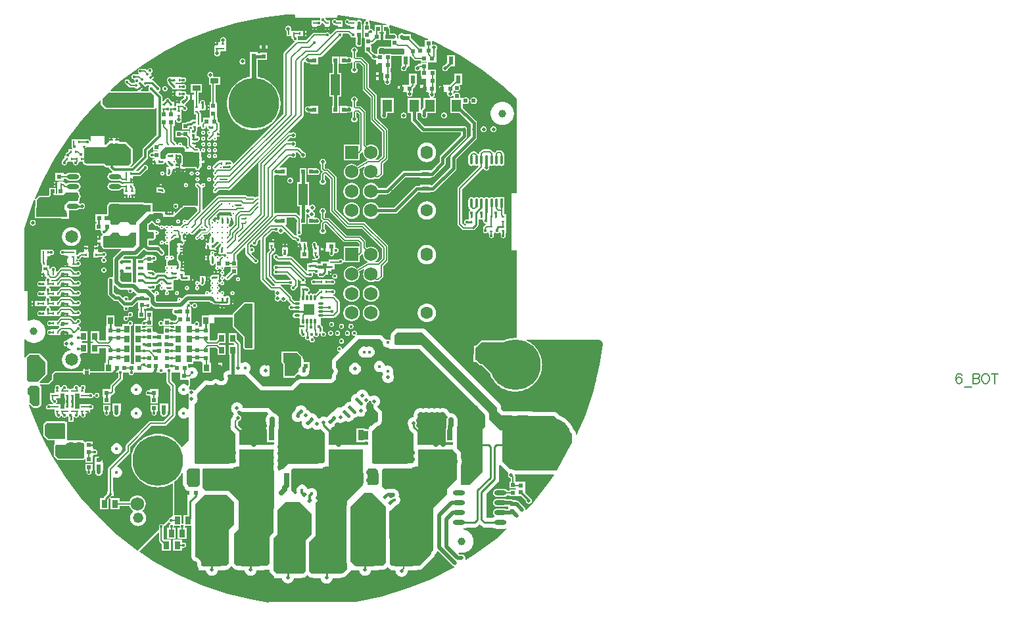
<source format=gbl>
G04*
G04 #@! TF.GenerationSoftware,Altium Limited,Altium Designer,24.1.2 (44)*
G04*
G04 Layer_Physical_Order=6*
G04 Layer_Color=16711680*
%FSLAX44Y44*%
%MOMM*%
G71*
G04*
G04 #@! TF.SameCoordinates,3E41DE66-C22E-4A43-A9AF-2340ABB4EF3F*
G04*
G04*
G04 #@! TF.FilePolarity,Positive*
G04*
G01*
G75*
%ADD15C,0.2540*%
%ADD18C,0.1016*%
%ADD20C,0.1778*%
%ADD47R,0.9500X1.0000*%
%ADD59R,0.3200X0.2600*%
%ADD60R,0.6200X0.6200*%
%ADD61R,0.2600X0.3200*%
%ADD62R,0.6200X0.6200*%
%ADD64R,1.7780X1.3970*%
%ADD65R,0.2500X0.3000*%
%ADD66R,0.5000X0.4750*%
%ADD67O,0.3500X1.2500*%
%ADD68R,0.3500X1.2500*%
%ADD71R,0.3600X0.2500*%
%ADD74R,1.4500X1.1500*%
%ADD78R,1.1500X2.7000*%
%ADD79R,0.7700X0.9800*%
G04:AMPARAMS|DCode=81|XSize=0.5mm|YSize=0.475mm|CornerRadius=0mm|HoleSize=0mm|Usage=FLASHONLY|Rotation=225.000|XOffset=0mm|YOffset=0mm|HoleType=Round|Shape=Rectangle|*
%AMROTATEDRECTD81*
4,1,4,0.0088,0.3447,0.3447,0.0088,-0.0088,-0.3447,-0.3447,-0.0088,0.0088,0.3447,0.0*
%
%ADD81ROTATEDRECTD81*%

%ADD83R,0.4750X0.5000*%
%ADD147C,1.9050*%
%ADD154C,1.6510*%
%ADD164C,1.0000*%
%ADD165C,0.3810*%
%ADD166C,0.2032*%
%ADD168C,0.3048*%
%ADD169C,0.5080*%
%ADD170C,0.2286*%
%ADD171C,0.4496*%
%ADD172C,0.2245*%
%ADD173C,0.3246*%
%ADD174C,0.6350*%
%ADD175C,0.1549*%
%ADD176C,0.5842*%
%ADD177C,1.6000*%
%ADD178O,1.6000X1.7500*%
%ADD179C,1.7272*%
%ADD180R,1.7272X1.7272*%
%ADD181C,1.3208*%
%ADD183C,6.5000*%
%ADD184C,5.0000*%
%ADD185C,0.4064*%
%ADD186C,0.5080*%
%ADD187C,0.3048*%
%ADD188C,0.7112*%
%ADD189C,0.6096*%
%ADD190C,1.7018*%
%ADD191O,0.7874X0.2794*%
%ADD192O,0.2794X0.7874*%
%ADD193R,1.4380X1.4380*%
%ADD194R,0.5000X0.5000*%
%ADD195R,4.5200X3.8500*%
%ADD196R,0.7100X1.3720*%
%ADD197O,1.5500X0.6000*%
%ADD198R,0.6000X1.0000*%
%ADD199R,1.0500X0.6604*%
%ADD200O,1.5500X0.6000*%
%ADD201R,0.9500X0.9000*%
%ADD202R,2.4892X3.6068*%
%ADD203R,1.2500X1.5000*%
%ADD204R,0.6500X0.9000*%
%ADD205R,0.3000X0.2500*%
%ADD206C,0.2540*%
%ADD207R,0.4000X0.3000*%
%ADD208R,0.9800X0.7700*%
%ADD209R,0.8000X0.4000*%
%ADD210R,0.2540X0.2540*%
%ADD211R,1.1500X1.4500*%
%ADD212R,0.6000X0.3500*%
%ADD213R,0.1905X0.3500*%
%ADD214R,0.9500X0.6000*%
%ADD215R,2.7000X1.1500*%
%ADD216R,0.2500X0.3600*%
G04:AMPARAMS|DCode=217|XSize=0.3mm|YSize=0.25mm|CornerRadius=0mm|HoleSize=0mm|Usage=FLASHONLY|Rotation=225.000|XOffset=0mm|YOffset=0mm|HoleType=Round|Shape=Rectangle|*
%AMROTATEDRECTD217*
4,1,4,0.0177,0.1945,0.1945,0.0177,-0.0177,-0.1945,-0.1945,-0.0177,0.0177,0.1945,0.0*
%
%ADD217ROTATEDRECTD217*%

%ADD218C,0.2347*%
%ADD219C,0.6845*%
%ADD220C,0.4572*%
%ADD221C,0.3747*%
%ADD222C,0.4745*%
%ADD223C,0.5946*%
%ADD224R,0.5400X0.3556*%
G36*
X-17526Y379562D02*
Y376428D01*
X14154D01*
X14349Y376254D01*
X14841Y375158D01*
X14829Y375138D01*
X14630Y374658D01*
X14509Y374152D01*
X14468Y373634D01*
X14471Y373588D01*
X14407Y373435D01*
X13662Y372706D01*
X13338Y372550D01*
X12954Y372580D01*
X12436Y372539D01*
X11931Y372418D01*
X11914Y372411D01*
X10644Y372550D01*
Y372550D01*
X3580D01*
Y365986D01*
X4088D01*
Y364538D01*
X10136D01*
Y364926D01*
X10644Y365986D01*
X11914Y366124D01*
X11931Y366118D01*
X12436Y365996D01*
X12954Y365956D01*
X13472Y365996D01*
X13978Y366118D01*
X14458Y366316D01*
X14901Y366588D01*
X15296Y366926D01*
X15634Y367321D01*
X15905Y367764D01*
X16104Y368244D01*
X16225Y368750D01*
X16249Y369045D01*
X16803Y369399D01*
X17516Y369574D01*
X19984Y367106D01*
X20009Y367085D01*
Y365986D01*
X20517D01*
Y364538D01*
X26565D01*
Y365986D01*
X27073D01*
Y372550D01*
X23188D01*
X20824Y374914D01*
X20731Y375138D01*
X20719Y375158D01*
X21211Y376254D01*
X21406Y376428D01*
X36576D01*
Y378428D01*
X37499Y379300D01*
X38461Y379245D01*
X38461Y379245D01*
X38461Y379245D01*
X71368Y374450D01*
X72989Y374067D01*
X73385Y372817D01*
X73341Y372678D01*
X72962Y372521D01*
X72518Y372250D01*
X72123Y371912D01*
X71786Y371517D01*
X71514Y371074D01*
X71315Y370593D01*
X71194Y370088D01*
X71153Y369570D01*
X71194Y369052D01*
X71201Y369022D01*
X70554Y367939D01*
X70319Y367752D01*
X70059D01*
Y358688D01*
Y349798D01*
X71668D01*
Y341079D01*
X72390D01*
Y339643D01*
X71668D01*
Y330829D01*
X74638D01*
X80041Y325426D01*
X80045Y325373D01*
X80185Y324790D01*
X80415Y324236D01*
X80728Y323725D01*
X81118Y323269D01*
X81574Y322879D01*
X82085Y322566D01*
X82639Y322336D01*
X83222Y322196D01*
X83820Y322149D01*
X83950Y322159D01*
X84191Y322102D01*
X84670Y322064D01*
X86360D01*
Y316230D01*
X93980D01*
Y306070D01*
X95250Y304800D01*
X95887D01*
Y295859D01*
X96586D01*
X96789Y295710D01*
X97399Y294589D01*
X97384Y294551D01*
X97244Y293968D01*
X97197Y293370D01*
X97244Y292772D01*
X97384Y292189D01*
X97613Y291635D01*
X97926Y291124D01*
X98316Y290668D01*
X98772Y290278D01*
X99283Y289965D01*
X99837Y289735D01*
X100421Y289595D01*
X101018Y289548D01*
X101616Y289595D01*
X102199Y289735D01*
X102753Y289965D01*
X103265Y290278D01*
X103721Y290668D01*
X104110Y291124D01*
X104424Y291635D01*
X104653Y292189D01*
X104793Y292772D01*
X104840Y293370D01*
X104793Y293968D01*
X104653Y294551D01*
X104637Y294589D01*
X105247Y295710D01*
X105451Y295859D01*
X106151D01*
Y306123D01*
X104702D01*
Y310427D01*
X106052D01*
Y319491D01*
X106052D01*
Y320589D01*
X106052D01*
Y326888D01*
X119429D01*
Y314034D01*
X119216Y313852D01*
X118827Y313396D01*
X118513Y312885D01*
X118284Y312331D01*
X118144Y311748D01*
X118097Y311150D01*
X118144Y310552D01*
X118284Y309969D01*
X118513Y309415D01*
X118827Y308904D01*
X119216Y308448D01*
X119672Y308058D01*
X120184Y307745D01*
X120738Y307515D01*
X121321Y307375D01*
X121919Y307328D01*
X122517Y307375D01*
X123100Y307515D01*
X123654Y307745D01*
X124165Y308058D01*
X124621Y308448D01*
X125011Y308904D01*
X125324Y309415D01*
X125554Y309969D01*
X125694Y310552D01*
X125698Y310605D01*
X126623Y311531D01*
X126935Y311895D01*
X127185Y312304D01*
X127261Y312488D01*
X127369Y312748D01*
X127481Y313214D01*
X127510Y313579D01*
X129493D01*
Y326049D01*
X130684Y326494D01*
X130776Y326272D01*
X131026Y325863D01*
X131338Y325498D01*
X135102Y321734D01*
X135467Y321422D01*
X135876Y321171D01*
X136136Y321064D01*
X136319Y320988D01*
X136786Y320876D01*
X137264Y320838D01*
X144058D01*
Y319489D01*
X151889D01*
X152388Y318636D01*
X151947Y318053D01*
X144058D01*
Y316704D01*
X142240D01*
X141762Y316667D01*
X141295Y316555D01*
X141112Y316479D01*
X140852Y316371D01*
X140443Y316120D01*
X140078Y315809D01*
X139155Y314886D01*
X139102Y314882D01*
X138519Y314742D01*
X137965Y314512D01*
X137454Y314199D01*
X136998Y313809D01*
X136608Y313353D01*
X136295Y312842D01*
X136065Y312288D01*
X135925Y311705D01*
X135878Y311107D01*
X135925Y310509D01*
X136065Y309926D01*
X136295Y309372D01*
X136608Y308860D01*
X136998Y308404D01*
X137454Y308015D01*
X137965Y307702D01*
X138519Y307472D01*
X139102Y307332D01*
X139700Y307285D01*
X140298Y307332D01*
X140881Y307472D01*
X141435Y307702D01*
X141946Y308015D01*
X142402Y308404D01*
X142792Y308860D01*
X142867Y308983D01*
X144137Y308624D01*
Y300268D01*
X144780D01*
Y297180D01*
X151130D01*
Y280670D01*
X153037D01*
Y279348D01*
X153735D01*
X153938Y279200D01*
X154549Y278078D01*
X154534Y278041D01*
X154394Y277458D01*
X154347Y276860D01*
X154394Y276262D01*
X154534Y275679D01*
X154763Y275125D01*
X155076Y274614D01*
X155466Y274158D01*
X155922Y273768D01*
X156046Y273692D01*
X155688Y272422D01*
X147187D01*
Y260193D01*
X145796Y258803D01*
X145394Y258332D01*
X145070Y257803D01*
X144833Y257231D01*
X143643Y257590D01*
Y272422D01*
X127079D01*
Y253358D01*
X131410D01*
Y244371D01*
X131459Y243753D01*
X131603Y243151D01*
X131840Y242578D01*
X132164Y242050D01*
X132567Y241578D01*
X144528Y229618D01*
X144999Y229215D01*
X145527Y228891D01*
X146100Y228654D01*
X146702Y228509D01*
X147320Y228461D01*
X195689D01*
Y225156D01*
X169294Y198761D01*
X168892Y198290D01*
X168568Y197762D01*
X168331Y197189D01*
X168186Y196586D01*
X168138Y195969D01*
Y190233D01*
X157902Y179997D01*
X156731Y179631D01*
Y179631D01*
X156731Y179631D01*
X143167D01*
Y178547D01*
X122528D01*
X121910Y178499D01*
X121308Y178354D01*
X120735Y178117D01*
X120207Y177793D01*
X119736Y177391D01*
X98917Y156572D01*
X89808D01*
X89575Y157135D01*
X89145Y157961D01*
X88644Y158747D01*
X88077Y159486D01*
X87448Y160173D01*
X86761Y160802D01*
X86022Y161369D01*
X85236Y161870D01*
X84410Y162300D01*
X83549Y162656D01*
X82661Y162936D01*
X81751Y163138D01*
X80828Y163260D01*
X79897Y163300D01*
X78967Y163260D01*
X78043Y163138D01*
X77133Y162936D01*
X76245Y162656D01*
X75384Y162300D01*
X74558Y161870D01*
X73773Y161369D01*
X73033Y160802D01*
X72347Y160173D01*
X71717Y159486D01*
X71150Y158747D01*
X70650Y157961D01*
X70219Y157135D01*
X69863Y156274D01*
X69583Y155386D01*
X69381Y154476D01*
X69260Y153553D01*
X69219Y152622D01*
X69260Y151691D01*
X69381Y150768D01*
X69583Y149858D01*
X69863Y148970D01*
X70219Y148109D01*
X70650Y147283D01*
X71150Y146497D01*
X71717Y145758D01*
X72347Y145071D01*
X73033Y144442D01*
X73773Y143875D01*
X74558Y143374D01*
X75384Y142944D01*
X76245Y142588D01*
X77133Y142308D01*
X78043Y142106D01*
X78967Y141985D01*
X79897Y141944D01*
X80828Y141985D01*
X81751Y142106D01*
X82661Y142308D01*
X83549Y142588D01*
X84410Y142944D01*
X85236Y143374D01*
X86022Y143875D01*
X86761Y144442D01*
X87448Y145071D01*
X88077Y145758D01*
X88644Y146497D01*
X89145Y147283D01*
X89575Y148109D01*
X89809Y148673D01*
X100552D01*
X101170Y148722D01*
X101773Y148867D01*
X102345Y149104D01*
X102874Y149427D01*
X103345Y149830D01*
X124164Y170649D01*
X143167D01*
Y169567D01*
X156731D01*
Y170649D01*
X158088D01*
X158706Y170698D01*
X159309Y170842D01*
X159881Y171080D01*
X160410Y171403D01*
X160881Y171806D01*
X174879Y185804D01*
X175282Y186276D01*
X175606Y186804D01*
X175843Y187376D01*
X175987Y187979D01*
X176036Y188597D01*
Y194333D01*
X202431Y220728D01*
X202833Y221199D01*
X203157Y221727D01*
X203394Y222300D01*
X203539Y222902D01*
X203587Y223520D01*
Y232410D01*
X203539Y233028D01*
X203394Y233630D01*
X203157Y234203D01*
X202833Y234731D01*
X202431Y235203D01*
X201959Y235605D01*
X201431Y235929D01*
X200858Y236166D01*
X200256Y236311D01*
X199638Y236359D01*
X148956D01*
X139308Y246007D01*
Y253358D01*
X143370D01*
X143643Y253358D01*
X144640Y252697D01*
Y250191D01*
X144688Y249573D01*
X144833Y248971D01*
X145070Y248398D01*
X145394Y247870D01*
X145796Y247399D01*
X146267Y246996D01*
X146796Y246672D01*
X147368Y246435D01*
X147971Y246291D01*
X148589Y246242D01*
X149206Y246291D01*
X149809Y246435D01*
X150382Y246672D01*
X150910Y246996D01*
X151381Y247399D01*
X151784Y247870D01*
X152107Y248398D01*
X152345Y248971D01*
X152489Y249573D01*
X152538Y250191D01*
Y253358D01*
X163751D01*
Y272422D01*
X160649D01*
X160291Y273692D01*
X160415Y273768D01*
X160871Y274158D01*
X161260Y274614D01*
X161574Y275125D01*
X161803Y275679D01*
X161943Y276262D01*
X161990Y276860D01*
X161943Y277458D01*
X161803Y278041D01*
X161788Y278078D01*
X162399Y279200D01*
X162602Y279348D01*
X163301D01*
Y288878D01*
X163301Y289612D01*
X163301Y289612D01*
X163203Y290108D01*
X163203D01*
Y298999D01*
X163203Y299172D01*
X163203D01*
X163201Y300268D01*
X163201D01*
Y309332D01*
X154387D01*
Y309332D01*
X153122Y309345D01*
X153122Y316932D01*
X153125Y317079D01*
X153594Y318085D01*
X154335Y318135D01*
X154394Y318137D01*
X154562Y318137D01*
X163882D01*
Y324205D01*
X164014Y324420D01*
X164122Y324680D01*
X164198Y324864D01*
X164310Y325330D01*
X164347Y325808D01*
Y335533D01*
X164382Y335574D01*
X164695Y336085D01*
X164925Y336639D01*
X165065Y337222D01*
X165112Y337820D01*
X165065Y338418D01*
X164925Y339001D01*
X164695Y339555D01*
X164382Y340066D01*
X163992Y340522D01*
X163536Y340912D01*
X163025Y341225D01*
X162471Y341455D01*
X161888Y341595D01*
X161290Y341642D01*
X160692Y341595D01*
X160109Y341455D01*
X159555Y341225D01*
X159393Y341126D01*
X158402Y341528D01*
X158123Y341796D01*
Y345391D01*
X159184Y346089D01*
X165851Y343219D01*
X195133Y327458D01*
X222931Y309205D01*
X249031Y288599D01*
X267394Y271673D01*
Y150114D01*
X260858D01*
Y75946D01*
X267394D01*
Y-35768D01*
X266484Y-36654D01*
X265630Y-36631D01*
X263822Y-36679D01*
X262019Y-36820D01*
X260226Y-37057D01*
X258448Y-37386D01*
X256689Y-37808D01*
X254955Y-38322D01*
X253250Y-38926D01*
X251579Y-39618D01*
X251054Y-39868D01*
X222250D01*
X221852Y-39907D01*
X221469Y-40024D01*
X221116Y-40212D01*
X220806Y-40466D01*
X215003Y-46269D01*
X212808D01*
Y-48628D01*
X212744Y-48749D01*
X212627Y-49132D01*
X212588Y-49530D01*
Y-57097D01*
X211457D01*
Y-67361D01*
X215603D01*
X219536Y-71294D01*
X219846Y-71548D01*
X220199Y-71736D01*
X220582Y-71853D01*
X220980Y-71892D01*
X222674D01*
X232856Y-82073D01*
X233380Y-83554D01*
X234072Y-85225D01*
X234851Y-86858D01*
X235714Y-88447D01*
X236659Y-89989D01*
X237683Y-91480D01*
X238784Y-92914D01*
X239959Y-94289D01*
X241203Y-95601D01*
X242515Y-96846D01*
X243890Y-98021D01*
X245325Y-99122D01*
X246816Y-100146D01*
X248358Y-101091D01*
X249947Y-101954D01*
X251579Y-102732D01*
X253250Y-103425D01*
X254955Y-104028D01*
X256689Y-104542D01*
X258448Y-104964D01*
X260226Y-105294D01*
X262019Y-105530D01*
X263822Y-105672D01*
X265630Y-105719D01*
X267437Y-105672D01*
X269240Y-105530D01*
X271033Y-105294D01*
X272812Y-104964D01*
X274570Y-104542D01*
X276304Y-104028D01*
X278009Y-103425D01*
X279680Y-102732D01*
X281312Y-101954D01*
X282902Y-101091D01*
X284444Y-100146D01*
X285934Y-99122D01*
X287369Y-98021D01*
X288744Y-96846D01*
X290056Y-95601D01*
X291301Y-94289D01*
X292475Y-92914D01*
X293576Y-91480D01*
X294601Y-89989D01*
X295546Y-88447D01*
X296408Y-86858D01*
X297187Y-85225D01*
X297879Y-83554D01*
X298483Y-81850D01*
X298996Y-80116D01*
X299419Y-78357D01*
X299748Y-76579D01*
X299984Y-74786D01*
X300126Y-72983D01*
X300173Y-71175D01*
X300126Y-69367D01*
X299984Y-67564D01*
X299748Y-65771D01*
X299419Y-63993D01*
X298996Y-62235D01*
X298483Y-60500D01*
X297879Y-58796D01*
X297187Y-57125D01*
X296408Y-55493D01*
X295546Y-53903D01*
X294601Y-52361D01*
X293576Y-50871D01*
X292475Y-49436D01*
X291301Y-48061D01*
X290056Y-46749D01*
X288744Y-45504D01*
X287369Y-44330D01*
X285934Y-43229D01*
X284444Y-42204D01*
X282902Y-41259D01*
X281312Y-40396D01*
X279917Y-39731D01*
X279989Y-38907D01*
X280182Y-38461D01*
X371653D01*
X371944Y-38532D01*
X372607Y-38560D01*
X373897Y-38875D01*
X375044Y-39409D01*
X375281Y-39567D01*
X375768Y-39923D01*
X376730Y-40886D01*
X377560Y-42128D01*
X378132Y-43508D01*
X378350Y-44603D01*
X374450Y-71368D01*
X366804Y-103732D01*
X356368Y-135306D01*
X344914Y-161913D01*
X343671Y-161653D01*
X343685Y-159556D01*
X343684Y-159540D01*
X343685Y-159524D01*
X343664Y-159205D01*
X343645Y-158892D01*
X343642Y-158876D01*
X343641Y-158859D01*
X343579Y-158547D01*
X343520Y-158238D01*
X343514Y-158222D01*
X343511Y-158206D01*
X343409Y-157904D01*
X343309Y-157606D01*
X343302Y-157591D01*
X343297Y-157576D01*
X343156Y-157290D01*
X343019Y-157007D01*
X343010Y-156993D01*
X343003Y-156978D01*
X342826Y-156714D01*
X342652Y-156451D01*
X342642Y-156438D01*
X342633Y-156425D01*
X342424Y-156187D01*
X342216Y-155947D01*
X342204Y-155936D01*
X342193Y-155924D01*
X340448Y-154178D01*
X340221Y-153584D01*
X339532Y-152044D01*
X338757Y-150544D01*
X337900Y-149090D01*
X336962Y-147687D01*
X335947Y-146338D01*
X334858Y-145048D01*
X333698Y-143822D01*
X332472Y-142662D01*
X331182Y-141573D01*
X329833Y-140558D01*
X328430Y-139621D01*
X326976Y-138763D01*
X325476Y-137988D01*
X323936Y-137299D01*
X323342Y-137072D01*
X319830Y-133560D01*
X319329Y-133121D01*
X318776Y-132751D01*
X318178Y-132457D01*
X317548Y-132243D01*
X316894Y-132113D01*
X316230Y-132069D01*
X287919D01*
Y-131250D01*
X250210D01*
X248270Y-129310D01*
X247769Y-128871D01*
X247661Y-128799D01*
Y-125730D01*
X247661Y-125730D01*
X247617Y-125065D01*
X247488Y-124412D01*
X247273Y-123782D01*
X246979Y-123184D01*
X246609Y-122631D01*
X246170Y-122130D01*
X246170Y-122130D01*
X149650Y-25610D01*
X149149Y-25171D01*
X148596Y-24801D01*
X147998Y-24507D01*
X147368Y-24293D01*
X146714Y-24163D01*
X146050Y-24119D01*
X114300D01*
X113636Y-24163D01*
X112982Y-24293D01*
X112352Y-24507D01*
X111755Y-24801D01*
X111201Y-25171D01*
X110700Y-25610D01*
X106890Y-29420D01*
X106451Y-29921D01*
X106081Y-30475D01*
X105787Y-31072D01*
X105573Y-31702D01*
X105443Y-32355D01*
X105399Y-33020D01*
Y-39021D01*
X104400Y-39475D01*
X104129Y-39511D01*
X103801Y-39230D01*
X103358Y-38959D01*
X102878Y-38760D01*
X102372Y-38639D01*
X101854Y-38598D01*
X101336Y-38639D01*
X100830Y-38760D01*
X100577Y-38865D01*
X100278Y-38953D01*
X100133Y-38943D01*
X99177Y-38686D01*
X98934Y-38505D01*
X98878Y-38439D01*
X98798Y-38319D01*
X98710Y-38219D01*
X98630Y-38112D01*
X98490Y-37969D01*
X98358Y-37819D01*
X95040Y-34500D01*
X94539Y-34061D01*
X93986Y-33691D01*
X93388Y-33397D01*
X92758Y-33183D01*
X92105Y-33053D01*
X91440Y-33009D01*
X63500D01*
X62835Y-33053D01*
X62182Y-33183D01*
X62076Y-33219D01*
X61763Y-32965D01*
X61268Y-32152D01*
X61371Y-31984D01*
X61570Y-31504D01*
X61691Y-30998D01*
X61732Y-30480D01*
X61691Y-29962D01*
X61570Y-29457D01*
X61371Y-28976D01*
X61100Y-28533D01*
X60762Y-28138D01*
X60367Y-27800D01*
X59924Y-27529D01*
X59443Y-27330D01*
X58938Y-27209D01*
X58420Y-27168D01*
X57902Y-27209D01*
X57396Y-27330D01*
X56916Y-27529D01*
X56473Y-27800D01*
X56078Y-28138D01*
X55740Y-28533D01*
X55469Y-28976D01*
X55270Y-29457D01*
X55149Y-29962D01*
X55108Y-30480D01*
X55149Y-30998D01*
X55270Y-31504D01*
X55469Y-31984D01*
X55740Y-32427D01*
X56078Y-32822D01*
X56473Y-33160D01*
X56916Y-33431D01*
X57396Y-33630D01*
X57902Y-33751D01*
X58420Y-33792D01*
X58846Y-33759D01*
X59021Y-33935D01*
X59471Y-34930D01*
X43930Y-50470D01*
X43276Y-50375D01*
X42580Y-50025D01*
X42520Y-49777D01*
X42321Y-49296D01*
X42050Y-48853D01*
X41712Y-48458D01*
X41317Y-48120D01*
X40874Y-47849D01*
X40394Y-47650D01*
X39888Y-47529D01*
X39370Y-47488D01*
X38852Y-47529D01*
X38347Y-47650D01*
X37866Y-47849D01*
X37423Y-48120D01*
X37028Y-48458D01*
X36690Y-48853D01*
X36419Y-49296D01*
X36220Y-49777D01*
X36099Y-50282D01*
X36058Y-50800D01*
X36099Y-51318D01*
X36220Y-51824D01*
X36419Y-52304D01*
X36690Y-52747D01*
X37028Y-53142D01*
X37423Y-53480D01*
X37866Y-53751D01*
X38347Y-53950D01*
X38595Y-54010D01*
X38945Y-54706D01*
X39040Y-55360D01*
X31325Y-63075D01*
X30886Y-63576D01*
X30516Y-64129D01*
X30222Y-64727D01*
X30008Y-65357D01*
X29878Y-66010D01*
X29834Y-66675D01*
Y-74162D01*
X29843Y-74295D01*
X29841Y-74428D01*
X29865Y-74627D01*
X29878Y-74826D01*
X29904Y-74957D01*
X29920Y-75089D01*
X29969Y-75283D01*
X30008Y-75479D01*
X30051Y-75606D01*
X30083Y-75735D01*
X30158Y-75921D01*
X30222Y-76110D01*
X30281Y-76229D01*
X30330Y-76353D01*
X30428Y-76528D01*
X30516Y-76707D01*
X30591Y-76818D01*
X30656Y-76934D01*
X30775Y-77094D01*
X30886Y-77261D01*
X30974Y-77361D01*
X31054Y-77468D01*
X31504Y-77994D01*
X31712Y-78334D01*
X31864Y-78702D01*
X31957Y-79089D01*
X31988Y-79486D01*
X31957Y-79882D01*
X31864Y-80270D01*
X31712Y-80637D01*
X31504Y-80977D01*
X31054Y-81503D01*
X30974Y-81610D01*
X30886Y-81711D01*
X30775Y-81877D01*
X30656Y-82037D01*
X30591Y-82153D01*
X30516Y-82264D01*
X30428Y-82444D01*
X30330Y-82618D01*
X30281Y-82742D01*
X30222Y-82861D01*
X30158Y-83051D01*
X30084Y-83237D01*
X30051Y-83365D01*
X30008Y-83492D01*
X29969Y-83688D01*
X29920Y-83882D01*
X29904Y-84015D01*
X29878Y-84145D01*
X29865Y-84345D01*
X29841Y-84543D01*
X29843Y-84677D01*
X29834Y-84810D01*
Y-87402D01*
X29780Y-87462D01*
X29573Y-87686D01*
X29557Y-87709D01*
X29537Y-87731D01*
X29364Y-87981D01*
X29189Y-88230D01*
X28964Y-88597D01*
X28705Y-88899D01*
X28403Y-89158D01*
X27804Y-89525D01*
X27617Y-89657D01*
X27425Y-89781D01*
X27345Y-89849D01*
X27260Y-89909D01*
X27171Y-89992D01*
X-12065D01*
X-12065Y-89992D01*
X-12730Y-90036D01*
X-13383Y-90166D01*
X-14013Y-90379D01*
X-14611Y-90674D01*
X-15164Y-91044D01*
X-15665Y-91483D01*
X-23231Y-99049D01*
X-59867D01*
X-77351Y-81566D01*
X-77259Y-79967D01*
X-76727Y-79371D01*
X-76265Y-78720D01*
X-75878Y-78021D01*
X-75573Y-77283D01*
X-75351Y-76515D01*
X-75218Y-75728D01*
X-75173Y-74930D01*
X-75218Y-74132D01*
X-75351Y-73345D01*
X-75573Y-72577D01*
X-75878Y-71839D01*
X-76265Y-71140D01*
X-76727Y-70489D01*
X-77259Y-69893D01*
X-77855Y-69361D01*
X-78506Y-68899D01*
X-79205Y-68512D01*
X-79943Y-68207D01*
X-80711Y-67985D01*
X-81498Y-67852D01*
X-82296Y-67807D01*
X-83094Y-67852D01*
X-83881Y-67985D01*
X-84649Y-68207D01*
X-85387Y-68512D01*
X-86086Y-68899D01*
X-86616Y-69275D01*
X-86681Y-69217D01*
X-87380Y-68722D01*
X-88129Y-68308D01*
X-88383Y-68203D01*
Y-44801D01*
X-88420Y-44323D01*
X-88532Y-43857D01*
X-88716Y-43413D01*
X-88967Y-43004D01*
X-89278Y-42639D01*
X-92879Y-39038D01*
Y-30298D01*
X-103443D01*
Y-43362D01*
X-97203D01*
X-96200Y-44365D01*
X-96686Y-45538D01*
X-103443D01*
Y-58602D01*
X-102110D01*
Y-71491D01*
Y-78729D01*
X-104140D01*
X-104140Y-78729D01*
X-104804Y-78773D01*
X-105458Y-78903D01*
X-106088Y-79117D01*
X-106685Y-79411D01*
X-107239Y-79781D01*
X-107740Y-80220D01*
X-107740Y-80220D01*
X-108923Y-81403D01*
X-109033Y-81529D01*
X-109150Y-81646D01*
X-109252Y-81778D01*
X-109362Y-81904D01*
X-109454Y-82042D01*
X-109556Y-82175D01*
X-109639Y-82319D01*
X-109732Y-82457D01*
X-109806Y-82607D01*
X-109889Y-82751D01*
X-109952Y-82905D01*
X-110026Y-83055D01*
X-110080Y-83212D01*
X-110144Y-83366D01*
X-110187Y-83527D01*
X-110240Y-83685D01*
X-110273Y-83849D01*
X-110316Y-84010D01*
X-110338Y-84175D01*
X-110370Y-84338D01*
X-110381Y-84505D01*
X-110403Y-84670D01*
Y-84837D01*
X-110414Y-85003D01*
X-110403Y-85169D01*
Y-85336D01*
X-110381Y-85501D01*
X-110370Y-85667D01*
X-110338Y-85831D01*
X-110316Y-85996D01*
X-110273Y-86157D01*
X-110240Y-86320D01*
X-110187Y-86478D01*
X-110143Y-86639D01*
X-110080Y-86793D01*
X-110026Y-86951D01*
X-109952Y-87101D01*
X-109889Y-87255D01*
X-109748Y-87540D01*
X-109598Y-87980D01*
X-109508Y-88436D01*
X-109477Y-88900D01*
X-109508Y-89364D01*
X-109598Y-89819D01*
X-109748Y-90260D01*
X-109953Y-90676D01*
X-110211Y-91063D01*
X-110518Y-91412D01*
X-110867Y-91719D01*
X-111254Y-91977D01*
X-111670Y-92182D01*
X-112111Y-92332D01*
X-112566Y-92422D01*
X-113030Y-92453D01*
X-113494Y-92422D01*
X-113949Y-92332D01*
X-114390Y-92182D01*
X-114806Y-91977D01*
X-115193Y-91719D01*
X-115721Y-91255D01*
X-115853Y-91154D01*
X-115978Y-91044D01*
X-116117Y-90951D01*
X-116249Y-90850D01*
X-116393Y-90767D01*
X-116532Y-90674D01*
X-116682Y-90600D01*
X-116826Y-90517D01*
X-116980Y-90453D01*
X-117129Y-90379D01*
X-117287Y-90326D01*
X-117441Y-90262D01*
X-117602Y-90219D01*
X-117760Y-90166D01*
X-117923Y-90133D01*
X-118084Y-90090D01*
X-118250Y-90068D01*
X-118413Y-90036D01*
X-118580Y-90025D01*
X-118745Y-90003D01*
X-118911D01*
X-119078Y-89992D01*
X-120952D01*
X-121118Y-90003D01*
X-121285D01*
X-121451Y-90025D01*
X-121617Y-90036D01*
X-121780Y-90068D01*
X-121946Y-90090D01*
X-122107Y-90133D01*
X-122270Y-90166D01*
X-122428Y-90219D01*
X-122589Y-90262D01*
X-122743Y-90326D01*
X-122901Y-90379D01*
X-123050Y-90453D01*
X-123204Y-90517D01*
X-123348Y-90600D01*
X-123498Y-90674D01*
X-123637Y-90767D01*
X-123781Y-90850D01*
X-123913Y-90951D01*
X-124052Y-91044D01*
X-124177Y-91154D01*
X-124309Y-91255D01*
X-124837Y-91719D01*
X-125224Y-91977D01*
X-125640Y-92182D01*
X-126081Y-92332D01*
X-126536Y-92422D01*
X-127000Y-92453D01*
X-127464Y-92422D01*
X-127920Y-92332D01*
X-128360Y-92182D01*
X-128776Y-91977D01*
X-128875Y-91911D01*
X-129019Y-91827D01*
X-129158Y-91735D01*
X-129308Y-91661D01*
X-129452Y-91578D01*
X-129606Y-91514D01*
X-129755Y-91440D01*
X-129913Y-91387D01*
X-130067Y-91323D01*
X-130228Y-91280D01*
X-130386Y-91226D01*
X-130550Y-91194D01*
X-130710Y-91151D01*
X-130876Y-91129D01*
X-131039Y-91096D01*
X-131205Y-91085D01*
X-131371Y-91064D01*
X-131537D01*
X-131704Y-91053D01*
X-131870Y-91064D01*
X-132037D01*
X-132202Y-91085D01*
X-132368Y-91096D01*
X-132531Y-91129D01*
X-132697Y-91151D01*
X-132858Y-91194D01*
X-133021Y-91226D01*
X-133179Y-91280D01*
X-133340Y-91323D01*
X-133494Y-91387D01*
X-133652Y-91440D01*
X-133801Y-91514D01*
X-133955Y-91578D01*
X-134100Y-91661D01*
X-134249Y-91735D01*
X-134388Y-91827D01*
X-134532Y-91911D01*
X-134664Y-92012D01*
X-134803Y-92105D01*
X-134928Y-92214D01*
X-135060Y-92316D01*
X-135178Y-92434D01*
X-135303Y-92544D01*
X-146890Y-104130D01*
X-147048Y-104207D01*
X-148213Y-104270D01*
X-148524Y-104149D01*
X-148549Y-104128D01*
X-148884Y-103842D01*
X-149395Y-103529D01*
X-149949Y-103299D01*
X-150532Y-103159D01*
X-151130Y-103112D01*
X-151728Y-103159D01*
X-152311Y-103299D01*
X-152865Y-103529D01*
X-152934Y-103571D01*
X-154068Y-102992D01*
X-154167Y-102870D01*
X-154212Y-102072D01*
X-154345Y-101285D01*
X-154566Y-100517D01*
X-154398Y-99909D01*
X-154178Y-99334D01*
X-153806Y-99096D01*
X-153682Y-98995D01*
X-153554Y-98898D01*
X-153527Y-98868D01*
X-153496Y-98842D01*
X-153395Y-98719D01*
X-153288Y-98599D01*
X-153268Y-98564D01*
X-153242Y-98533D01*
X-153167Y-98392D01*
X-153086Y-98253D01*
X-153073Y-98215D01*
X-153054Y-98180D01*
X-153007Y-98027D01*
X-152955Y-97875D01*
X-152949Y-97835D01*
X-152937Y-97797D01*
X-152922Y-97638D01*
X-152900Y-97479D01*
X-152902Y-97439D01*
X-152898Y-97399D01*
Y-91273D01*
X-152906Y-91198D01*
X-152904Y-91122D01*
X-152925Y-90999D01*
X-152937Y-90874D01*
X-152959Y-90802D01*
X-152972Y-90728D01*
X-153017Y-90611D01*
X-153054Y-90491D01*
X-153089Y-90425D01*
X-153117Y-90354D01*
X-153646Y-89303D01*
X-153600Y-89087D01*
X-153540Y-89001D01*
X-152362Y-88235D01*
X-152133Y-88301D01*
X-151346Y-88435D01*
X-150548Y-88479D01*
X-149751Y-88435D01*
X-148963Y-88301D01*
X-148196Y-88080D01*
X-147458Y-87774D01*
X-146759Y-87388D01*
X-146107Y-86925D01*
X-145512Y-86393D01*
X-144979Y-85797D01*
X-144517Y-85146D01*
X-144130Y-84447D01*
X-143825Y-83709D01*
X-143604Y-82941D01*
X-143470Y-82154D01*
X-143425Y-81356D01*
X-143470Y-80559D01*
X-143604Y-79771D01*
X-143825Y-79004D01*
X-144130Y-78266D01*
X-144517Y-77566D01*
X-144979Y-76915D01*
X-145512Y-76319D01*
X-146107Y-75787D01*
X-146759Y-75325D01*
X-147458Y-74938D01*
X-148196Y-74633D01*
X-148963Y-74412D01*
X-149751Y-74278D01*
X-150548Y-74233D01*
X-151346Y-74278D01*
X-152133Y-74412D01*
X-152901Y-74633D01*
X-153639Y-74938D01*
X-154338Y-75325D01*
X-155567Y-74639D01*
X-155567Y-70398D01*
X-154448Y-70032D01*
X-148759D01*
Y-68005D01*
X-148642Y-66783D01*
X-138927D01*
X-137901Y-67362D01*
X-137056Y-68282D01*
X-136993Y-68398D01*
Y-81462D01*
X-126429D01*
Y-68398D01*
X-127072D01*
X-127637Y-67362D01*
Y-57098D01*
X-127639D01*
Y-49260D01*
X-119796D01*
X-117943Y-51112D01*
Y-58602D01*
X-107379D01*
Y-45538D01*
X-114870D01*
X-115958Y-44450D01*
X-114870Y-43362D01*
X-107379D01*
Y-30298D01*
X-117943D01*
Y-37788D01*
X-119872Y-39716D01*
X-127639D01*
Y-31802D01*
X-127637D01*
Y-21746D01*
X-127637Y-21538D01*
X-127637D01*
X-127699Y-20502D01*
X-127699D01*
Y-17780D01*
X-120650D01*
Y-10160D01*
X-98562D01*
Y-20828D01*
X-98523Y-21226D01*
X-98406Y-21609D01*
X-98218Y-21962D01*
X-97964Y-22272D01*
X-84592Y-35644D01*
X-84592Y-48514D01*
X-84553Y-48912D01*
X-84436Y-49295D01*
X-84248Y-49648D01*
X-83994Y-49958D01*
X-82978Y-50974D01*
X-82668Y-51228D01*
X-82315Y-51416D01*
X-81932Y-51533D01*
X-81534Y-51572D01*
X-72390D01*
X-71992Y-51533D01*
X-71609Y-51416D01*
X-71256Y-51228D01*
X-70946Y-50974D01*
X-70692Y-50664D01*
X-70504Y-50311D01*
X-70387Y-49928D01*
X-70348Y-49530D01*
Y7620D01*
X-70387Y8018D01*
X-70504Y8401D01*
X-70692Y8754D01*
X-70946Y9064D01*
X-71256Y9318D01*
X-71609Y9506D01*
X-71992Y9623D01*
X-72390Y9662D01*
X-82550D01*
X-82948Y9623D01*
X-83331Y9506D01*
X-83684Y9318D01*
X-83994Y9064D01*
X-97964Y-4906D01*
X-98218Y-5216D01*
X-98406Y-5569D01*
X-98523Y-5952D01*
X-98562Y-6350D01*
X-128270D01*
Y-7438D01*
X-138263D01*
Y-20502D01*
X-138263D01*
X-138103Y-20961D01*
X-138957Y-22117D01*
X-141744D01*
X-141840Y-21978D01*
X-142162Y-20847D01*
X-142057Y-20757D01*
X-141719Y-20362D01*
X-141448Y-19919D01*
X-141249Y-19439D01*
X-141128Y-18933D01*
X-141087Y-18415D01*
X-141128Y-17897D01*
X-141249Y-17392D01*
X-141448Y-16911D01*
X-141719Y-16468D01*
X-142057Y-16073D01*
X-142452Y-15735D01*
X-142895Y-15464D01*
X-143376Y-15265D01*
X-143881Y-15144D01*
X-144399Y-15103D01*
X-144917Y-15144D01*
X-145422Y-15265D01*
X-145903Y-15464D01*
X-146346Y-15735D01*
X-146741Y-16073D01*
X-147079Y-16468D01*
X-147350Y-16911D01*
X-147549Y-17392D01*
X-147670Y-17897D01*
X-147706Y-18345D01*
X-148225Y-18603D01*
X-148949Y-18868D01*
X-151503D01*
Y-8877D01*
X-151503Y-8168D01*
X-151503D01*
X-151659Y-7672D01*
X-151659Y-7672D01*
Y2592D01*
X-151659Y2592D01*
X-152093Y3750D01*
X-151965Y4023D01*
X-151321Y4276D01*
X-150566Y4172D01*
X-150487Y4126D01*
X-150470Y4056D01*
X-150271Y3576D01*
X-150000Y3133D01*
X-149662Y2738D01*
X-149267Y2400D01*
X-148824Y2129D01*
X-148343Y1930D01*
X-147838Y1809D01*
X-147320Y1768D01*
X-146802Y1809D01*
X-146297Y1930D01*
X-145816Y2129D01*
X-145373Y2400D01*
X-144978Y2738D01*
X-144640Y3133D01*
X-144369Y3576D01*
X-144170Y4056D01*
X-144049Y4562D01*
X-144008Y5080D01*
X-144049Y5598D01*
X-144170Y6104D01*
X-144369Y6584D01*
X-144640Y7027D01*
X-144978Y7422D01*
X-145373Y7760D01*
X-145816Y8031D01*
X-146297Y8230D01*
X-146802Y8351D01*
X-147320Y8392D01*
X-147838Y8351D01*
X-148343Y8230D01*
X-148824Y8031D01*
X-149267Y7760D01*
X-149662Y7422D01*
X-150000Y7027D01*
X-150271Y6584D01*
X-150455Y6139D01*
X-150470Y6104D01*
X-150485Y6068D01*
X-151376Y5772D01*
X-152027Y6059D01*
X-152044Y6129D01*
X-152243Y6609D01*
X-152514Y7052D01*
X-152852Y7448D01*
X-153247Y7785D01*
X-153690Y8057D01*
X-153945Y8162D01*
X-154182Y8564D01*
X-154283Y8901D01*
X-154386Y9487D01*
X-153733Y10150D01*
X-127882D01*
X-127700Y9968D01*
X-127249Y9573D01*
X-126751Y9240D01*
X-126213Y8975D01*
X-125646Y8782D01*
X-125058Y8665D01*
X-124460Y8626D01*
X-124428Y8628D01*
X-123338Y7539D01*
X-123338Y7538D01*
X-122954Y7211D01*
X-122524Y6947D01*
X-122331Y6867D01*
X-122058Y6754D01*
X-121567Y6636D01*
X-121064Y6597D01*
X-115392D01*
Y6480D01*
X-114884D01*
Y5682D01*
X-108636D01*
Y6019D01*
X-102238D01*
Y6527D01*
X-101440D01*
Y9651D01*
Y13165D01*
X-101528Y13256D01*
X-101943Y14045D01*
X-101895Y14246D01*
X-101855Y14749D01*
X-101895Y15251D01*
X-102013Y15742D01*
X-102206Y16208D01*
X-102470Y16638D01*
X-102797Y17022D01*
X-103181Y17350D01*
X-103611Y17613D01*
X-104077Y17807D01*
X-104568Y17924D01*
X-105071Y17964D01*
X-105574Y17924D01*
X-106065Y17807D01*
X-106531Y17613D01*
X-106961Y17350D01*
X-107345Y17022D01*
X-107602Y16764D01*
X-107609Y16761D01*
X-108459Y16684D01*
X-109167Y16870D01*
X-109297Y17022D01*
X-109681Y17350D01*
X-110036Y17568D01*
X-110162Y18097D01*
X-110079Y18975D01*
X-109968Y19043D01*
X-109643Y19321D01*
X-109365Y19646D01*
X-109142Y20011D01*
X-108978Y20406D01*
X-108878Y20822D01*
X-108845Y21248D01*
X-108878Y21675D01*
X-108978Y22091D01*
X-109142Y22486D01*
X-109365Y22851D01*
X-109643Y23176D01*
X-109968Y23454D01*
X-110333Y23677D01*
X-110728Y23841D01*
X-111144Y23941D01*
X-111571Y23975D01*
X-111997Y23941D01*
X-112413Y23841D01*
X-112808Y23677D01*
X-113173Y23454D01*
X-113498Y23176D01*
X-113776Y22851D01*
X-114000Y22486D01*
X-114164Y22091D01*
X-114168Y22074D01*
X-115474D01*
X-115478Y22091D01*
X-115642Y22486D01*
X-115865Y22851D01*
X-116143Y23176D01*
X-116468Y23454D01*
X-116833Y23677D01*
X-117228Y23841D01*
X-117245Y23845D01*
Y25151D01*
X-117228Y25155D01*
X-116833Y25319D01*
X-116468Y25543D01*
X-116143Y25821D01*
X-115865Y26146D01*
X-115642Y26511D01*
X-115478Y26906D01*
X-115378Y27322D01*
X-115344Y27748D01*
X-115378Y28175D01*
X-115478Y28591D01*
X-115642Y28986D01*
X-115865Y29351D01*
X-116143Y29676D01*
X-116468Y29954D01*
X-116833Y30177D01*
X-117228Y30341D01*
X-117250Y30346D01*
Y31653D01*
X-117228Y31658D01*
X-116833Y31822D01*
X-116468Y32045D01*
X-116143Y32323D01*
X-115865Y32648D01*
X-115642Y33013D01*
X-115478Y33408D01*
X-115474Y33425D01*
X-114168D01*
X-114164Y33408D01*
X-114000Y33013D01*
X-113776Y32648D01*
X-113498Y32323D01*
X-113173Y32045D01*
X-112808Y31822D01*
X-112413Y31658D01*
X-111997Y31558D01*
X-111571Y31524D01*
X-111144Y31558D01*
X-110728Y31658D01*
X-110333Y31822D01*
X-109968Y32045D01*
X-109643Y32323D01*
X-109365Y32648D01*
X-109142Y33013D01*
X-108978Y33408D01*
X-108878Y33824D01*
X-108845Y34251D01*
X-108878Y34677D01*
X-108978Y35093D01*
X-109142Y35488D01*
X-109365Y35853D01*
X-109643Y36178D01*
X-109968Y36456D01*
X-110333Y36680D01*
X-110728Y36843D01*
X-110745Y36848D01*
Y38154D01*
X-110728Y38158D01*
X-110333Y38321D01*
X-109968Y38545D01*
X-109643Y38823D01*
X-109365Y39148D01*
X-109176Y39457D01*
X-109019Y39503D01*
X-107812Y39404D01*
X-107795Y39362D01*
X-107544Y38953D01*
X-107233Y38589D01*
X-106868Y38277D01*
X-106459Y38026D01*
X-106016Y37843D01*
X-105549Y37731D01*
X-105071Y37693D01*
X-104593Y37731D01*
X-104126Y37843D01*
X-103683Y38026D01*
X-103274Y38277D01*
X-102909Y38589D01*
X-96420Y45078D01*
X-91989D01*
Y53892D01*
X-99363D01*
X-99911Y55162D01*
X-99755Y55328D01*
X-91989D01*
Y64142D01*
X-93464D01*
Y69852D01*
X-83081Y80235D01*
X-81907Y79749D01*
Y72754D01*
X-81870Y72276D01*
X-81758Y71809D01*
X-81574Y71366D01*
X-81323Y70957D01*
X-81012Y70592D01*
X-71624Y61204D01*
X-71531Y60980D01*
X-71260Y60537D01*
X-70922Y60142D01*
X-70527Y59804D01*
X-70084Y59533D01*
X-69604Y59334D01*
X-69098Y59213D01*
X-68580Y59172D01*
X-68062Y59213D01*
X-67557Y59334D01*
X-67076Y59533D01*
X-66633Y59804D01*
X-66238Y60142D01*
X-65900Y60537D01*
X-65629Y60980D01*
X-65430Y61460D01*
X-65309Y61966D01*
X-65268Y62484D01*
X-65309Y63002D01*
X-65430Y63507D01*
X-65629Y63988D01*
X-65900Y64431D01*
X-66238Y64826D01*
X-66633Y65164D01*
X-67076Y65435D01*
X-67300Y65528D01*
X-74244Y72472D01*
X-74041Y73152D01*
X-73648Y73672D01*
X-73363Y73650D01*
X-72845Y73691D01*
X-72339Y73812D01*
X-71859Y74011D01*
X-71416Y74282D01*
X-71021Y74620D01*
X-70683Y75015D01*
X-70412Y75458D01*
X-70213Y75939D01*
X-70091Y76444D01*
X-70051Y76962D01*
X-70091Y77480D01*
X-70213Y77986D01*
X-70412Y78466D01*
X-70683Y78909D01*
X-71021Y79304D01*
X-71416Y79642D01*
X-71859Y79913D01*
X-72339Y80112D01*
X-72845Y80233D01*
X-73363Y80274D01*
X-73881Y80233D01*
X-74386Y80112D01*
X-74523Y80056D01*
X-75437Y80481D01*
X-75793Y80835D01*
Y82698D01*
X-74362Y84129D01*
X-74102Y84168D01*
X-72903Y83840D01*
X-72631Y83397D01*
X-72294Y83002D01*
X-71898Y82664D01*
X-71455Y82393D01*
X-70975Y82194D01*
X-70470Y82073D01*
X-69952Y82032D01*
X-69433Y82073D01*
X-68928Y82194D01*
X-68448Y82393D01*
X-68005Y82664D01*
X-67610Y83002D01*
X-67272Y83397D01*
X-67000Y83840D01*
X-66802Y84320D01*
X-66680Y84826D01*
X-66677Y84868D01*
X-66502Y85073D01*
X-66252Y85482D01*
X-66068Y85925D01*
X-65956Y86391D01*
X-65918Y86870D01*
Y87746D01*
X-63413Y90251D01*
X-62239Y89765D01*
Y38968D01*
X-62202Y38489D01*
X-62090Y38023D01*
X-61906Y37580D01*
X-61656Y37171D01*
X-61344Y36806D01*
X-50276Y25738D01*
X-49911Y25426D01*
X-49502Y25175D01*
X-49318Y25099D01*
X-49059Y24992D01*
X-48592Y24880D01*
X-48114Y24842D01*
X-44543D01*
X-44187Y24401D01*
X-43894Y23572D01*
X-44045Y23325D01*
X-44275Y22771D01*
X-44415Y22188D01*
X-44462Y21590D01*
X-44415Y20992D01*
X-44275Y20409D01*
X-44045Y19855D01*
X-43732Y19344D01*
X-43342Y18888D01*
X-43091Y18673D01*
X-42944Y18191D01*
X-42938Y18091D01*
X-43062Y17116D01*
X-43165Y17028D01*
X-43554Y16572D01*
X-43867Y16061D01*
X-44097Y15507D01*
X-44237Y14923D01*
X-44284Y14326D01*
X-44237Y13728D01*
X-44097Y13145D01*
X-43867Y12591D01*
X-43554Y12079D01*
X-43165Y11623D01*
X-42709Y11234D01*
X-42197Y10920D01*
X-41643Y10691D01*
X-41060Y10551D01*
X-40462Y10504D01*
X-39864Y10551D01*
X-39281Y10691D01*
X-38727Y10920D01*
X-38216Y11234D01*
X-37760Y11623D01*
X-37370Y12079D01*
X-36927Y12153D01*
X-35959Y12022D01*
X-35807Y11774D01*
X-35418Y11318D01*
X-34962Y10929D01*
X-34450Y10616D01*
X-33896Y10386D01*
X-33313Y10246D01*
X-32715Y10199D01*
X-32117Y10246D01*
X-31534Y10386D01*
X-30980Y10616D01*
X-30469Y10929D01*
X-30013Y11318D01*
X-29623Y11774D01*
X-29310Y12286D01*
X-29081Y12840D01*
X-27829Y12611D01*
X-27812Y12393D01*
X-27700Y11927D01*
X-27517Y11484D01*
X-27266Y11075D01*
X-26954Y10710D01*
X-23298Y7054D01*
X-23327Y6585D01*
X-23729Y5689D01*
X-23884Y5652D01*
X-24364Y5453D01*
X-24807Y5181D01*
X-25202Y4844D01*
X-25540Y4449D01*
X-25811Y4006D01*
X-26010Y3525D01*
X-26131Y3020D01*
X-26172Y2502D01*
X-26131Y1984D01*
X-26010Y1478D01*
X-25811Y998D01*
X-25540Y555D01*
X-25202Y160D01*
X-24807Y-178D01*
X-24364Y-449D01*
X-23884Y-648D01*
X-23378Y-769D01*
X-22860Y-810D01*
X-22342Y-769D01*
X-21837Y-648D01*
X-21613Y-556D01*
X-19053D01*
X-19038Y-565D01*
X-18540Y-771D01*
X-18015Y-897D01*
X-17477Y-940D01*
X-12397D01*
X-11582Y-2073D01*
Y-2927D01*
X-12397Y-4060D01*
X-17477D01*
X-18015Y-4103D01*
X-18540Y-4229D01*
X-19038Y-4435D01*
X-19499Y-4717D01*
X-19909Y-5068D01*
X-20260Y-5478D01*
X-20542Y-5939D01*
X-20748Y-6437D01*
X-20874Y-6962D01*
X-20917Y-7500D01*
X-20874Y-8038D01*
X-20748Y-8563D01*
X-20542Y-9062D01*
X-20260Y-9522D01*
X-19909Y-9932D01*
X-19499Y-10283D01*
X-19038Y-10565D01*
X-18540Y-10771D01*
X-18015Y-10897D01*
X-17477Y-10940D01*
X-12397D01*
X-11582Y-12073D01*
Y-20320D01*
X-5559D01*
Y-23138D01*
X-12632D01*
Y-30202D01*
X-12500D01*
X-12475Y-30515D01*
X-12359Y-30998D01*
X-12169Y-31457D01*
X-11910Y-31880D01*
X-11587Y-32258D01*
X-10539Y-33306D01*
X-10300Y-33697D01*
X-9962Y-34092D01*
X-9567Y-34430D01*
X-9124Y-34701D01*
X-8644Y-34900D01*
X-8138Y-35021D01*
X-7620Y-35062D01*
X-7102Y-35021D01*
X-6597Y-34900D01*
X-6200Y-34736D01*
X-5915Y-34864D01*
X-5159Y-35477D01*
X-5088Y-35561D01*
X-5127Y-36054D01*
X-5086Y-36572D01*
X-4965Y-37077D01*
X-4766Y-37557D01*
X-4494Y-38001D01*
X-4157Y-38396D01*
X-3762Y-38733D01*
X-3318Y-39005D01*
X-2838Y-39204D01*
X-2333Y-39325D01*
X-1815Y-39366D01*
X-1297Y-39325D01*
X-791Y-39204D01*
X-554Y-39105D01*
X-366Y-39122D01*
X266Y-39400D01*
X752Y-39734D01*
X874Y-40239D01*
X1073Y-40719D01*
X1344Y-41162D01*
X1682Y-41557D01*
X2077Y-41895D01*
X2520Y-42167D01*
X3000Y-42366D01*
X3506Y-42487D01*
X4024Y-42528D01*
X4542Y-42487D01*
X5047Y-42366D01*
X5527Y-42167D01*
X5971Y-41895D01*
X6366Y-41557D01*
X6703Y-41162D01*
X6975Y-40719D01*
X7174Y-40239D01*
X7295Y-39734D01*
X7336Y-39216D01*
X7295Y-38697D01*
X7174Y-38192D01*
X6975Y-37712D01*
X6703Y-37269D01*
X6366Y-36873D01*
X5971Y-36536D01*
X5527Y-36264D01*
X5417Y-35048D01*
X5431Y-34892D01*
X5773Y-34600D01*
X5813Y-34570D01*
X5889Y-34530D01*
X6980Y-34423D01*
X7405Y-34544D01*
X7629Y-34735D01*
X8072Y-35007D01*
X8552Y-35206D01*
X9057Y-35327D01*
X9575Y-35368D01*
X10094Y-35327D01*
X10599Y-35206D01*
X11079Y-35007D01*
X11522Y-34735D01*
X11918Y-34398D01*
X12255Y-34002D01*
X12527Y-33559D01*
X12726Y-33079D01*
X12847Y-32574D01*
X12888Y-32056D01*
X12847Y-31537D01*
X13701Y-30673D01*
X14343Y-30577D01*
X15198Y-31542D01*
X15181Y-31750D01*
X15222Y-32268D01*
X15344Y-32773D01*
X15543Y-33254D01*
X15814Y-33697D01*
X16152Y-34092D01*
X16547Y-34430D01*
X16990Y-34701D01*
X17470Y-34900D01*
X17976Y-35021D01*
X18494Y-35062D01*
X19012Y-35021D01*
X19517Y-34900D01*
X19997Y-34701D01*
X20441Y-34430D01*
X20836Y-34092D01*
X21173Y-33697D01*
X21445Y-33254D01*
X21644Y-32773D01*
X21765Y-32268D01*
X21806Y-31750D01*
X21765Y-31232D01*
X21644Y-30726D01*
X21445Y-30246D01*
X21173Y-29803D01*
X20836Y-29408D01*
X20441Y-29070D01*
X19997Y-28799D01*
X19517Y-28600D01*
X19012Y-28479D01*
X18494Y-28438D01*
X17712Y-27296D01*
Y-23138D01*
X17580D01*
X17555Y-22825D01*
X17439Y-22342D01*
X17249Y-21883D01*
X16990Y-21460D01*
X16667Y-21082D01*
X15619Y-20034D01*
X15380Y-19643D01*
X15042Y-19248D01*
X14936Y-19157D01*
Y-10940D01*
X17477D01*
X18015Y-10897D01*
X18540Y-10771D01*
X19038Y-10565D01*
X19050Y-10558D01*
X31615D01*
X32094Y-10520D01*
X32560Y-10408D01*
X33003Y-10225D01*
X33412Y-9974D01*
X33777Y-9663D01*
X38738Y-4702D01*
X39049Y-4337D01*
X39300Y-3928D01*
X39484Y-3485D01*
X39596Y-3018D01*
X39633Y-2540D01*
Y9652D01*
X39596Y10130D01*
X39484Y10597D01*
X39300Y11040D01*
X39049Y11449D01*
X38738Y11814D01*
X33150Y17402D01*
X33150Y17402D01*
X32785Y17714D01*
X32376Y17964D01*
X31933Y18148D01*
X31466Y18260D01*
X30988Y18297D01*
X30980D01*
X30930Y19567D01*
X31199Y19589D01*
X31704Y19710D01*
X32184Y19909D01*
X32627Y20180D01*
X33023Y20518D01*
X33360Y20913D01*
X33632Y21356D01*
X33831Y21837D01*
X33952Y22342D01*
X33993Y22860D01*
X33952Y23378D01*
X33831Y23884D01*
X33632Y24364D01*
X33360Y24807D01*
X33023Y25202D01*
X32627Y25540D01*
X32184Y25811D01*
X31704Y26010D01*
X31199Y26131D01*
X30681Y26172D01*
X30162Y26131D01*
X29657Y26010D01*
X29433Y25917D01*
X25332D01*
Y26392D01*
X12768D01*
Y24532D01*
X8861Y20625D01*
X8563Y20748D01*
X8038Y20874D01*
X7500Y20917D01*
X6962Y20874D01*
X6437Y20748D01*
X5939Y20542D01*
X5478Y20260D01*
X5000Y19953D01*
X4522Y20260D01*
X4062Y20542D01*
X3563Y20748D01*
X3038Y20874D01*
X2500Y20917D01*
X1962Y20874D01*
X1437Y20748D01*
X939Y20542D01*
X478Y20260D01*
X0Y19953D01*
X-478Y20260D01*
X-939Y20542D01*
X-1437Y20748D01*
X-1962Y20874D01*
X-2022Y22129D01*
X-1516Y22250D01*
X-1036Y22449D01*
X-593Y22720D01*
X-198Y23058D01*
X140Y23453D01*
X411Y23896D01*
X610Y24376D01*
X731Y24882D01*
X772Y25400D01*
X731Y25918D01*
X610Y26423D01*
X411Y26904D01*
X140Y27347D01*
X-198Y27742D01*
X-1308Y28852D01*
X-1703Y29190D01*
X-2146Y29461D01*
X-2627Y29660D01*
X-3132Y29781D01*
X-3650Y29822D01*
X-3988D01*
Y29842D01*
X-4496D01*
Y30640D01*
X-10744D01*
Y29842D01*
X-11252D01*
Y23178D01*
X-10813D01*
Y18367D01*
X-10897Y18015D01*
X-10940Y17477D01*
Y14938D01*
X-11582D01*
Y12073D01*
X-12397Y10940D01*
X-17477D01*
X-18015Y10897D01*
X-18401Y10805D01*
X-21735Y14138D01*
Y15359D01*
X-21772Y15837D01*
X-21885Y16304D01*
X-22068Y16747D01*
X-22319Y17156D01*
X-22630Y17521D01*
X-35171Y30062D01*
X-35536Y30373D01*
X-35945Y30624D01*
X-36388Y30807D01*
X-36026Y31995D01*
X-25123D01*
X-24899Y31902D01*
X-24394Y31781D01*
X-23876Y31740D01*
X-23358Y31781D01*
X-23328Y31788D01*
X-22387Y31061D01*
X-22234Y30783D01*
X-22267Y30620D01*
X-22662Y30282D01*
X-23000Y29887D01*
X-23271Y29444D01*
X-23470Y28963D01*
X-23591Y28458D01*
X-23632Y27940D01*
X-23591Y27422D01*
X-23470Y26916D01*
X-23271Y26436D01*
X-23000Y25993D01*
X-22662Y25598D01*
X-22267Y25260D01*
X-21824Y24989D01*
X-21344Y24790D01*
X-20838Y24669D01*
X-20320Y24628D01*
X-19802Y24669D01*
X-19296Y24790D01*
X-18816Y24989D01*
X-18373Y25260D01*
X-17978Y25598D01*
X-17640Y25993D01*
X-17369Y26436D01*
X-17276Y26660D01*
X-14856Y29080D01*
X-14545Y29445D01*
X-14294Y29854D01*
X-14218Y30038D01*
X-14110Y30297D01*
X-13998Y30764D01*
X-13961Y31242D01*
Y37338D01*
X-13998Y37816D01*
X-14110Y38283D01*
X-14218Y38542D01*
X-14294Y38726D01*
X-13207Y39363D01*
X-10664Y36820D01*
X-10571Y36596D01*
X-10300Y36153D01*
X-10172Y36004D01*
X-10422Y35136D01*
X-10719Y34734D01*
X-10744D01*
Y33180D01*
X-4496D01*
Y34734D01*
X-4521D01*
X-4818Y35136D01*
X-5068Y36004D01*
X-4940Y36153D01*
X-4669Y36596D01*
X-4470Y37076D01*
X-4349Y37582D01*
X-4308Y38100D01*
X-4349Y38618D01*
X-4470Y39123D01*
X-4669Y39604D01*
X-4940Y40047D01*
X-5278Y40442D01*
X-5673Y40780D01*
X-6116Y41051D01*
X-6340Y41144D01*
X-21625Y56428D01*
X-21989Y56740D01*
X-22398Y56991D01*
X-22842Y57174D01*
X-23308Y57286D01*
X-23786Y57324D01*
X-40971D01*
X-41363Y57486D01*
X-41868Y57608D01*
X-42386Y57648D01*
X-42905Y57608D01*
X-43410Y57486D01*
X-43890Y57287D01*
X-44333Y57016D01*
X-44728Y56678D01*
X-45066Y56283D01*
X-45338Y55840D01*
X-45536Y55360D01*
X-45658Y54854D01*
X-45699Y54336D01*
X-45658Y53818D01*
X-45536Y53313D01*
X-45338Y52832D01*
X-45066Y52389D01*
X-44728Y51994D01*
X-44700Y51970D01*
X-44569Y51467D01*
X-44576Y50835D01*
X-44705Y50395D01*
X-44760Y50348D01*
X-45098Y49953D01*
X-45369Y49510D01*
X-45568Y49029D01*
X-45689Y48524D01*
X-45730Y48006D01*
X-45689Y47488D01*
X-45568Y46982D01*
X-45369Y46502D01*
X-45098Y46059D01*
X-44760Y45664D01*
X-44365Y45326D01*
X-43922Y45055D01*
X-43442Y44856D01*
X-42936Y44735D01*
X-42418Y44694D01*
X-41900Y44735D01*
X-41395Y44856D01*
X-41171Y44949D01*
X-28952D01*
X-23622Y39618D01*
X-23746Y39005D01*
X-24143Y38343D01*
X-24394Y38323D01*
X-24899Y38202D01*
X-25123Y38109D01*
X-41804D01*
X-48038Y44343D01*
Y70654D01*
X-44066Y74626D01*
X-43755Y74991D01*
X-43674Y75122D01*
X-43548Y75269D01*
X-43277Y75712D01*
X-43078Y76192D01*
X-42957Y76698D01*
X-42916Y77216D01*
X-42957Y77734D01*
X-43078Y78239D01*
X-43277Y78720D01*
X-43548Y79163D01*
X-43886Y79558D01*
X-44281Y79896D01*
X-44724Y80167D01*
X-44729Y80169D01*
Y85372D01*
X-45237D01*
Y86820D01*
X-51285D01*
Y85372D01*
X-51793D01*
Y78808D01*
X-51284D01*
X-51281Y78771D01*
X-51169Y78305D01*
X-50985Y77861D01*
X-50735Y77452D01*
X-50423Y77087D01*
X-50338Y77002D01*
X-53257Y74082D01*
X-53569Y73718D01*
X-53819Y73309D01*
X-54003Y72865D01*
X-54115Y72399D01*
X-54152Y71921D01*
Y43077D01*
X-54115Y42598D01*
X-54003Y42132D01*
X-53819Y41688D01*
X-53569Y41280D01*
X-53257Y40915D01*
X-45233Y32890D01*
X-44868Y32578D01*
X-44459Y32328D01*
X-44275Y32252D01*
X-44015Y32144D01*
X-44378Y30957D01*
X-46848D01*
X-56125Y40234D01*
Y91564D01*
X-47136Y100553D01*
X-43837D01*
X-43586Y100450D01*
X-43081Y100328D01*
X-42563Y100288D01*
X-42045Y100328D01*
X-41539Y100450D01*
X-41116Y100625D01*
X-41042Y100643D01*
X-39883Y100242D01*
X-39677Y100052D01*
X-39505Y99637D01*
X-39192Y99125D01*
X-38802Y98669D01*
X-38346Y98280D01*
X-37835Y97966D01*
X-37281Y97737D01*
X-36698Y97597D01*
X-36100Y97550D01*
X-35502Y97597D01*
X-34919Y97737D01*
X-34365Y97966D01*
X-33854Y98280D01*
X-33398Y98669D01*
X-33008Y99125D01*
X-32695Y99637D01*
X-32538Y100014D01*
X-31980Y100260D01*
X-31113Y100384D01*
X-21277Y90548D01*
X-20912Y90237D01*
X-20503Y89986D01*
X-20243Y89878D01*
X-20060Y89802D01*
X-19593Y89690D01*
X-19115Y89653D01*
X-17776D01*
X-17014Y88890D01*
X-16921Y88666D01*
X-16650Y88223D01*
X-16312Y87828D01*
X-15917Y87490D01*
X-15474Y87219D01*
X-15399Y87188D01*
X-14414Y86532D01*
X-14414D01*
Y85090D01*
X-11590D01*
Y83820D01*
X-10320D01*
Y80696D01*
X-9522D01*
Y80188D01*
X-9502D01*
Y80168D01*
X-9461Y79650D01*
X-9340Y79145D01*
X-9141Y78664D01*
X-8870Y78221D01*
X-8813Y78155D01*
X-8894Y77959D01*
X-9006Y77492D01*
X-9043Y77014D01*
Y76506D01*
X-11118D01*
Y66242D01*
X-854D01*
Y76506D01*
X-854D01*
X-1486Y77547D01*
X-1523Y77776D01*
X-1430Y78162D01*
X-1390Y78680D01*
X-1430Y79198D01*
X-1552Y79703D01*
X-1751Y80184D01*
X-2022Y80627D01*
X-2360Y81022D01*
X-2858Y81520D01*
Y87452D01*
X-9522D01*
Y87007D01*
X-10790Y86973D01*
X-11298Y88214D01*
X-11290Y88223D01*
X-11019Y88666D01*
X-10820Y89146D01*
X-10699Y89652D01*
X-10658Y90170D01*
X-10699Y90688D01*
X-10820Y91194D01*
X-11019Y91674D01*
X-11290Y92117D01*
X-11628Y92512D01*
X-12023Y92850D01*
X-12466Y93121D01*
X-12690Y93214D01*
X-13858Y94382D01*
X-13218Y95535D01*
X-12700Y95494D01*
X-12182Y95535D01*
X-11676Y95656D01*
X-11196Y95855D01*
X-10753Y96126D01*
X-10358Y96464D01*
X-10020Y96859D01*
X-9749Y97302D01*
X-9550Y97782D01*
X-9429Y98288D01*
X-9388Y98806D01*
X-9429Y99324D01*
X-9550Y99830D01*
X-9643Y100053D01*
Y109767D01*
X-3258D01*
Y118831D01*
X-3715D01*
Y122062D01*
X-3333Y122482D01*
X-2445Y122974D01*
X-2224Y122921D01*
X-1626Y122873D01*
X-1276Y122901D01*
X-957Y122871D01*
X-61Y122252D01*
X101Y121912D01*
X175Y121603D01*
X405Y121049D01*
X718Y120537D01*
X1091Y120101D01*
X1084Y120021D01*
X616Y118831D01*
X-1822D01*
Y109767D01*
X6992D01*
Y110350D01*
X8868D01*
X8940Y110320D01*
X9542Y110175D01*
X10160Y110126D01*
X10778Y110175D01*
X11380Y110320D01*
X11953Y110557D01*
X12481Y110881D01*
X12953Y111283D01*
X13355Y111754D01*
X13679Y112283D01*
X13916Y112855D01*
X14061Y113458D01*
X14109Y114076D01*
X14061Y114693D01*
X13916Y115296D01*
X13679Y115869D01*
X13355Y116397D01*
X12953Y116868D01*
X12729Y117091D01*
X12258Y117494D01*
X11730Y117817D01*
X11157Y118055D01*
X10555Y118199D01*
X9937Y118248D01*
X8025D01*
X6992Y118831D01*
X6536Y120019D01*
X6529Y120101D01*
X6902Y120537D01*
X7215Y121049D01*
X7445Y121603D01*
X7585Y122186D01*
X7632Y122784D01*
X7585Y123382D01*
X7445Y123965D01*
X7215Y124519D01*
X6902Y125030D01*
X6512Y125486D01*
X6056Y125876D01*
X5545Y126189D01*
X4991Y126418D01*
X4967Y127670D01*
X5550Y127810D01*
X6104Y128040D01*
X6615Y128353D01*
X7071Y128743D01*
X7461Y129199D01*
X7774Y129710D01*
X8004Y130264D01*
X8144Y130847D01*
X8191Y131445D01*
X8144Y132043D01*
X8004Y132626D01*
X7774Y133180D01*
X7461Y133691D01*
X7071Y134147D01*
X6615Y134537D01*
X6104Y134850D01*
X5550Y135080D01*
X4967Y135220D01*
X4369Y135267D01*
X3771Y135220D01*
X3188Y135080D01*
X2634Y134850D01*
X2122Y134537D01*
X1666Y134147D01*
X1277Y133691D01*
X1195Y133557D01*
X-76Y133915D01*
Y164119D01*
X-3715D01*
Y173267D01*
X-3258D01*
Y182331D01*
X-12072D01*
Y173267D01*
X-11614D01*
Y164119D01*
X-15639D01*
Y133055D01*
X-11614D01*
Y121855D01*
X-12787Y121369D01*
X-14991Y123574D01*
X-15356Y123885D01*
X-15765Y124136D01*
X-16208Y124320D01*
X-16675Y124432D01*
X-17153Y124469D01*
X-41402D01*
X-41880Y124432D01*
X-42347Y124320D01*
X-42790Y124136D01*
X-43199Y123885D01*
X-44441Y124438D01*
Y173020D01*
X-44305Y173210D01*
X-43171Y173836D01*
X-43130Y173820D01*
X-42528Y173675D01*
X-41910Y173626D01*
X-41292Y173675D01*
X-40690Y173820D01*
X-40618Y173850D01*
X-38841D01*
Y172667D01*
X-28577D01*
Y182931D01*
X-37390D01*
X-37916Y184201D01*
X-25785Y196333D01*
X-22607D01*
X-22566Y196298D01*
X-22055Y195985D01*
X-21501Y195755D01*
X-20918Y195615D01*
X-20320Y195568D01*
X-19722Y195615D01*
X-19139Y195755D01*
X-18585Y195985D01*
X-18074Y196298D01*
X-17618Y196688D01*
X-17228Y197144D01*
X-16915Y197655D01*
X-16685Y198209D01*
X-16545Y198792D01*
X-16498Y199390D01*
X-16545Y199988D01*
X-16685Y200571D01*
X-16915Y201125D01*
X-17091Y201413D01*
X-16848Y202148D01*
X-16451Y202683D01*
X-15236D01*
X-11399Y198845D01*
X-11395Y198792D01*
X-11255Y198209D01*
X-11025Y197655D01*
X-10712Y197144D01*
X-10322Y196688D01*
X-9866Y196298D01*
X-9355Y195985D01*
X-8801Y195755D01*
X-8218Y195615D01*
X-7620Y195568D01*
X-7022Y195615D01*
X-6439Y195755D01*
X-5885Y195985D01*
X-5374Y196298D01*
X-4918Y196688D01*
X-4528Y197144D01*
X-4215Y197655D01*
X-3985Y198209D01*
X-3845Y198792D01*
X-3798Y199390D01*
X-3845Y199988D01*
X-3985Y200571D01*
X-4215Y201125D01*
X-4528Y201636D01*
X-4918Y202092D01*
X-5374Y202482D01*
X-5885Y202795D01*
X-6439Y203025D01*
X-7022Y203165D01*
X-7075Y203169D01*
X-11808Y207902D01*
X-12173Y208214D01*
X-12582Y208464D01*
X-13025Y208648D01*
X-13492Y208760D01*
X-13970Y208797D01*
X-18083D01*
X-18397Y209522D01*
X-18401Y210067D01*
X-18074Y210268D01*
X-17618Y210658D01*
X-17228Y211114D01*
X-16915Y211625D01*
X-16685Y212179D01*
X-16545Y212762D01*
X-16498Y213360D01*
X-16545Y213958D01*
X-16685Y214541D01*
X-16915Y215095D01*
X-17228Y215606D01*
X-17618Y216062D01*
X-18074Y216452D01*
X-18585Y216765D01*
X-19139Y216995D01*
X-19722Y217135D01*
X-20320Y217182D01*
X-20918Y217135D01*
X-21501Y216995D01*
X-22055Y216765D01*
X-22566Y216452D01*
X-22607Y216417D01*
X-27383D01*
X-27869Y217591D01*
X-23727Y221733D01*
X-22607D01*
X-22566Y221698D01*
X-22055Y221385D01*
X-21501Y221155D01*
X-20918Y221015D01*
X-20320Y220968D01*
X-19722Y221015D01*
X-19139Y221155D01*
X-18585Y221385D01*
X-18074Y221698D01*
X-17618Y222088D01*
X-17228Y222544D01*
X-16915Y223055D01*
X-16685Y223609D01*
X-16545Y224192D01*
X-16498Y224790D01*
X-16545Y225388D01*
X-16685Y225971D01*
X-16915Y226525D01*
X-17228Y227036D01*
X-17618Y227492D01*
X-18074Y227882D01*
X-18585Y228195D01*
X-19139Y228425D01*
X-19722Y228565D01*
X-20320Y228612D01*
X-20918Y228565D01*
X-21501Y228425D01*
X-22055Y228195D01*
X-22566Y227882D01*
X-22607Y227847D01*
X-24994D01*
X-25472Y227810D01*
X-25938Y227698D01*
X-26382Y227514D01*
X-26791Y227264D01*
X-27155Y226952D01*
X-64138Y189970D01*
X-64450Y189605D01*
X-64700Y189196D01*
X-64884Y188752D01*
X-64996Y188286D01*
X-65033Y187808D01*
Y146623D01*
X-65299Y146247D01*
X-66294Y145551D01*
X-66548D01*
X-67026Y145514D01*
X-67493Y145402D01*
X-67752Y145294D01*
X-67936Y145218D01*
X-68345Y144967D01*
X-68382Y144936D01*
X-68896Y144664D01*
X-69819Y144707D01*
X-70184Y145018D01*
X-70593Y145269D01*
X-71036Y145453D01*
X-71503Y145565D01*
X-71981Y145602D01*
X-78794D01*
X-79372Y146180D01*
X-79737Y146491D01*
X-80146Y146742D01*
X-80589Y146926D01*
X-81056Y147038D01*
X-81534Y147075D01*
X-116586D01*
X-117064Y147038D01*
X-117531Y146926D01*
X-117714Y146850D01*
X-117974Y146742D01*
X-118383Y146491D01*
X-118748Y146180D01*
X-135977Y128951D01*
X-137151Y129437D01*
Y143510D01*
Y156596D01*
X-136944Y156959D01*
X-136288Y157583D01*
X-136212Y157628D01*
X-135956Y157720D01*
X-135643Y157745D01*
X-135227Y157845D01*
X-134831Y158009D01*
X-134467Y158232D01*
X-134141Y158510D01*
X-133863Y158835D01*
X-133640Y159200D01*
X-133476Y159595D01*
X-133376Y160011D01*
X-133343Y160438D01*
X-133376Y160864D01*
X-133476Y161280D01*
X-133640Y161675D01*
X-133863Y162040D01*
X-134141Y162365D01*
X-134467Y162643D01*
X-134831Y162867D01*
X-135227Y163031D01*
X-135643Y163130D01*
X-136069Y163164D01*
X-136496Y163130D01*
X-136911Y163031D01*
X-137307Y162867D01*
X-137671Y162643D01*
X-137997Y162365D01*
X-138275Y162040D01*
X-138498Y161675D01*
X-138554Y161542D01*
X-139325Y161232D01*
X-139991Y161183D01*
X-141408Y162600D01*
X-141773Y162911D01*
X-142182Y163162D01*
X-142625Y163346D01*
X-143091Y163458D01*
X-143570Y163495D01*
X-144048Y163458D01*
X-144515Y163346D01*
X-144958Y163162D01*
X-145367Y162911D01*
X-145732Y162600D01*
X-146043Y162235D01*
X-146294Y161826D01*
X-146477Y161383D01*
X-146589Y160916D01*
X-146627Y160438D01*
X-146589Y159959D01*
X-146477Y159493D01*
X-146294Y159050D01*
X-146043Y158641D01*
X-145732Y158276D01*
X-143265Y155810D01*
Y143510D01*
Y133842D01*
X-144439Y133356D01*
X-144606Y133524D01*
X-144916Y133778D01*
X-145269Y133966D01*
X-145652Y134083D01*
X-146050Y134122D01*
X-160765D01*
X-160865Y134112D01*
X-160965D01*
X-161063Y134092D01*
X-161163Y134083D01*
X-161259Y134053D01*
X-161357Y134034D01*
X-161450Y133996D01*
X-161546Y133966D01*
X-161635Y133919D01*
X-161727Y133881D01*
X-161811Y133825D01*
X-161899Y133778D01*
X-161977Y133714D01*
X-162060Y133658D01*
X-162131Y133587D01*
X-162208Y133524D01*
X-162272Y133446D01*
X-162343Y133375D01*
X-162399Y133292D01*
X-162462Y133214D01*
X-162510Y133126D01*
X-162565Y133042D01*
X-162777Y132647D01*
X-162935Y132455D01*
X-163126Y132297D01*
X-163346Y132180D01*
X-163631Y132093D01*
X-163683Y132088D01*
X-163779Y132059D01*
X-163877Y132040D01*
X-163970Y132001D01*
X-164066Y131972D01*
X-164154Y131925D01*
X-164247Y131886D01*
X-164330Y131831D01*
X-164419Y131784D01*
X-164496Y131720D01*
X-164580Y131664D01*
X-164650Y131593D01*
X-164728Y131530D01*
X-171723Y124534D01*
X-172897Y125020D01*
Y126174D01*
X-174751D01*
Y123350D01*
X-176021D01*
Y122080D01*
X-179145D01*
Y121422D01*
X-180517D01*
Y122080D01*
X-183641D01*
Y123350D01*
X-184911D01*
Y126174D01*
X-186765D01*
Y126174D01*
X-187908Y126363D01*
X-188483Y126425D01*
X-188832Y126463D01*
X-189230Y126502D01*
X-199390D01*
X-199788Y126463D01*
X-200171Y126346D01*
X-200231Y126315D01*
X-201111Y126663D01*
X-201500Y127000D01*
Y136831D01*
X-211413D01*
X-211916Y137334D01*
X-212226Y137588D01*
X-212579Y137776D01*
X-212962Y137893D01*
X-213360Y137932D01*
X-243021D01*
X-243180Y138010D01*
X-243805Y138222D01*
X-244452Y138351D01*
X-245110Y138394D01*
X-254610D01*
X-255268Y138351D01*
X-255915Y138222D01*
X-256540Y138010D01*
X-257131Y137718D01*
X-257680Y137352D01*
X-258176Y136917D01*
X-258611Y136421D01*
X-258977Y135873D01*
X-259269Y135281D01*
X-259481Y134656D01*
X-259520Y134462D01*
X-259696Y134131D01*
X-259813Y133748D01*
X-259852Y133350D01*
Y123241D01*
X-275061D01*
Y112977D01*
X-273867D01*
Y111213D01*
X-274962D01*
Y102149D01*
X-268355D01*
X-268316Y102132D01*
X-268048Y101925D01*
X-267424Y100879D01*
X-267431Y100848D01*
X-267472Y100330D01*
X-267431Y99812D01*
X-267310Y99306D01*
X-267111Y98826D01*
X-266840Y98383D01*
X-266502Y97988D01*
X-266146Y97683D01*
X-266105Y97641D01*
X-265863Y96403D01*
X-265915Y96152D01*
X-265929Y96114D01*
X-266366Y95678D01*
X-266620Y95368D01*
X-266777Y95073D01*
X-267332D01*
Y94565D01*
X-268130D01*
Y91441D01*
X-269400D01*
Y90171D01*
X-272224D01*
Y88317D01*
X-272224D01*
Y88214D01*
X-272224D01*
Y86360D01*
X-269400D01*
Y85090D01*
X-268130D01*
Y81966D01*
X-267332D01*
Y81458D01*
X-266964D01*
Y81280D01*
X-266925Y80882D01*
X-266808Y80499D01*
X-266620Y80146D01*
X-266366Y79836D01*
X-265096Y78566D01*
X-264786Y78312D01*
X-264433Y78124D01*
X-264050Y78007D01*
X-263652Y77968D01*
X-242407D01*
X-242228Y77636D01*
X-242064Y76698D01*
X-242311Y76533D01*
X-242762Y76138D01*
X-251144Y67756D01*
X-251539Y67305D01*
X-251872Y66807D01*
X-252137Y66269D01*
X-252330Y65702D01*
X-252447Y65114D01*
X-252486Y64516D01*
Y42501D01*
X-252957Y42082D01*
X-253756Y41734D01*
X-254050Y41856D01*
X-254652Y42001D01*
X-255270Y42049D01*
X-255888Y42001D01*
X-256490Y41856D01*
X-257063Y41619D01*
X-257591Y41295D01*
X-258062Y40893D01*
X-258465Y40421D01*
X-258789Y39893D01*
X-259026Y39320D01*
X-259171Y38718D01*
X-259219Y38100D01*
Y20828D01*
X-259171Y20210D01*
X-259026Y19608D01*
X-258789Y19035D01*
X-258465Y18507D01*
X-258062Y18036D01*
X-252474Y12448D01*
X-252003Y12045D01*
X-251475Y11721D01*
X-250902Y11484D01*
X-250300Y11339D01*
X-249682Y11291D01*
X-246746D01*
X-240282Y4827D01*
X-239811Y4425D01*
X-239330Y4130D01*
X-239249Y4066D01*
X-239224Y4039D01*
X-238778Y2939D01*
X-238772Y2894D01*
X-238793Y2578D01*
X-238910Y2294D01*
X-239032Y1788D01*
X-239072Y1270D01*
X-239032Y752D01*
X-238910Y247D01*
X-238711Y-234D01*
X-238440Y-677D01*
X-238102Y-1072D01*
X-237707Y-1410D01*
X-237264Y-1681D01*
X-236784Y-1880D01*
X-236278Y-2001D01*
X-235760Y-2042D01*
X-235242Y-2001D01*
X-234737Y-1880D01*
X-234257Y-1681D01*
X-233813Y-1410D01*
X-233418Y-1072D01*
X-233081Y-677D01*
X-232809Y-234D01*
X-232610Y247D01*
X-232489Y752D01*
X-232448Y1270D01*
X-232489Y1788D01*
X-232610Y2294D01*
X-232655Y2401D01*
X-232196Y3359D01*
X-231869Y3671D01*
X-228600D01*
X-227982Y3719D01*
X-227380Y3864D01*
X-226807Y4101D01*
X-226279Y4425D01*
X-225807Y4827D01*
X-221032Y9603D01*
X-220847Y9592D01*
X-219762Y9077D01*
Y529D01*
X-219003D01*
Y-1818D01*
X-220353D01*
Y-10882D01*
X-211539D01*
Y-1818D01*
X-212888D01*
Y529D01*
X-209498D01*
Y2023D01*
X-208257D01*
X-208034Y1930D01*
X-207528Y1809D01*
X-207010Y1768D01*
X-206492Y1809D01*
X-205986Y1930D01*
X-205506Y2129D01*
X-205063Y2400D01*
X-204668Y2738D01*
X-204330Y3133D01*
X-204059Y3576D01*
X-204005Y3706D01*
X-203045Y4053D01*
X-202555Y4051D01*
X-201106Y2602D01*
X-200655Y2207D01*
X-200157Y1874D01*
X-199619Y1609D01*
X-199052Y1416D01*
X-198464Y1299D01*
X-197866Y1260D01*
X-175780D01*
X-175502Y900D01*
X-175229Y-10D01*
X-175407Y-219D01*
X-175731Y-747D01*
X-175968Y-1320D01*
X-176113Y-1922D01*
X-176161Y-2540D01*
X-176113Y-3158D01*
X-175968Y-3760D01*
X-175731Y-4333D01*
X-175407Y-4861D01*
X-175005Y-5332D01*
X-174533Y-5735D01*
X-174005Y-6059D01*
X-173432Y-6296D01*
X-172830Y-6441D01*
X-172212Y-6489D01*
X-171821D01*
X-170923Y-7387D01*
Y-7672D01*
X-170567Y-8794D01*
Y-12784D01*
X-172506Y-14723D01*
X-175283D01*
X-175506Y-14630D01*
X-176012Y-14509D01*
X-176530Y-14468D01*
X-177048Y-14509D01*
X-177078Y-14516D01*
X-178161Y-13869D01*
X-178348Y-13634D01*
Y-12059D01*
X-187412D01*
Y-14653D01*
X-187753Y-14921D01*
X-188682Y-15207D01*
X-188807Y-15100D01*
X-189250Y-14829D01*
X-189730Y-14630D01*
X-190236Y-14509D01*
X-190754Y-14468D01*
X-191272Y-14509D01*
X-191777Y-14630D01*
X-192258Y-14829D01*
X-192701Y-15100D01*
X-193096Y-15438D01*
X-193434Y-15833D01*
X-193705Y-16276D01*
X-193904Y-16757D01*
X-194025Y-17262D01*
X-194066Y-17780D01*
X-194025Y-18298D01*
X-193904Y-18803D01*
X-193705Y-19284D01*
X-193434Y-19727D01*
X-193096Y-20122D01*
X-192701Y-20460D01*
X-192258Y-20731D01*
X-191777Y-20930D01*
X-191272Y-21051D01*
X-190754Y-21092D01*
X-190236Y-21051D01*
X-189730Y-20930D01*
X-189250Y-20731D01*
X-188807Y-20460D01*
X-188682Y-20353D01*
X-187703Y-20654D01*
X-187412Y-20873D01*
X-187412Y-20873D01*
X-187383Y-20873D01*
X-178348D01*
X-178348Y-20873D01*
X-177142Y-21029D01*
X-177048Y-21051D01*
X-176530Y-21092D01*
X-176012Y-21051D01*
X-175506Y-20930D01*
X-175283Y-20837D01*
X-173823D01*
Y-23613D01*
X-175283D01*
X-175506Y-23520D01*
X-176012Y-23399D01*
X-176530Y-23358D01*
X-177048Y-23399D01*
X-177078Y-23406D01*
X-178108Y-22790D01*
X-178348Y-22474D01*
Y-22309D01*
X-187412D01*
Y-31015D01*
X-188677Y-31028D01*
Y-31028D01*
X-193902D01*
X-194353Y-30523D01*
X-194949Y-29991D01*
X-195600Y-29529D01*
X-196299Y-29142D01*
X-197037Y-28837D01*
X-197805Y-28615D01*
X-198592Y-28482D01*
X-199390Y-28437D01*
X-199938Y-28468D01*
X-200417Y-28233D01*
X-201208Y-27376D01*
Y-22309D01*
X-210272D01*
Y-22474D01*
X-210512Y-22790D01*
X-211542Y-23406D01*
X-211572Y-23399D01*
X-212090Y-23358D01*
X-212608Y-23399D01*
X-213113Y-23520D01*
X-213337Y-23613D01*
X-214797D01*
Y-21446D01*
X-214747Y-21382D01*
X-213594Y-20731D01*
X-213113Y-20930D01*
X-212608Y-21051D01*
X-212090Y-21092D01*
X-211572Y-21051D01*
X-211487Y-21031D01*
X-210272Y-20873D01*
Y-20873D01*
X-210272Y-20873D01*
X-201208D01*
Y-12118D01*
X-201208Y-12059D01*
X-201208D01*
X-201289Y-10882D01*
X-201289D01*
Y-1818D01*
X-210103D01*
Y-10882D01*
X-210103D01*
X-210272Y-12059D01*
X-210272D01*
X-210272Y-12082D01*
Y-13409D01*
X-210777D01*
X-211255Y-13447D01*
X-211722Y-13559D01*
X-212165Y-13743D01*
X-212574Y-13993D01*
X-212939Y-14305D01*
X-213370Y-14736D01*
X-213594Y-14829D01*
X-214037Y-15100D01*
X-214432Y-15438D01*
X-214770Y-15833D01*
X-215041Y-16276D01*
X-215240Y-16757D01*
X-215361Y-17262D01*
X-215402Y-17780D01*
X-216275Y-18743D01*
X-216531Y-18868D01*
X-225361D01*
Y-31932D01*
Y-44632D01*
Y-57332D01*
Y-69487D01*
X-225361Y-70032D01*
X-226479Y-70398D01*
X-227819D01*
X-229043Y-70286D01*
Y-57586D01*
Y-44886D01*
Y-32186D01*
Y-20977D01*
X-228846Y-20930D01*
X-228366Y-20731D01*
X-227923Y-20460D01*
X-227528Y-20122D01*
X-227190Y-19727D01*
X-226919Y-19284D01*
X-226720Y-18803D01*
X-226599Y-18298D01*
X-226558Y-17780D01*
X-226599Y-17262D01*
X-226720Y-16757D01*
X-226919Y-16276D01*
X-227190Y-15833D01*
X-227528Y-15438D01*
X-227923Y-15100D01*
X-228366Y-14829D01*
X-228846Y-14630D01*
X-229352Y-14509D01*
X-229870Y-14468D01*
X-230388Y-14509D01*
X-230893Y-14630D01*
X-231374Y-14829D01*
X-231817Y-15100D01*
X-232212Y-15438D01*
X-232550Y-15833D01*
X-232821Y-16276D01*
X-233020Y-16757D01*
X-233141Y-17262D01*
X-233182Y-17780D01*
X-234297Y-18614D01*
X-240115D01*
Y-21863D01*
X-249435D01*
X-249451Y-21854D01*
X-250369Y-20593D01*
X-250357Y-20502D01*
X-250357D01*
X-250357Y-20059D01*
Y-7438D01*
X-260921D01*
Y-20502D01*
X-260921Y-20502D01*
X-261237Y-21284D01*
X-261237D01*
X-261237Y-21641D01*
Y-32056D01*
X-261235D01*
Y-39461D01*
X-269544D01*
X-270423Y-38583D01*
Y-27504D01*
X-281495D01*
Y-41076D01*
X-277968D01*
X-277672Y-41474D01*
X-278311Y-42744D01*
X-281495D01*
Y-56316D01*
X-270423D01*
Y-49515D01*
X-261235D01*
Y-56844D01*
X-261237D01*
Y-63313D01*
X-261328Y-63533D01*
X-261450Y-64039D01*
X-261490Y-64557D01*
X-261450Y-65075D01*
X-261328Y-65580D01*
X-261237Y-65800D01*
Y-67616D01*
X-262183Y-68398D01*
X-263461D01*
Y-79238D01*
X-267397D01*
X-267795Y-79277D01*
X-268178Y-79394D01*
X-268228Y-79420D01*
X-277130D01*
X-277179Y-79394D01*
X-277562Y-79277D01*
X-277961Y-79238D01*
X-281508D01*
X-281516Y-79231D01*
Y-78231D01*
X-281539Y-77999D01*
X-281565Y-77801D01*
X-281642Y-77546D01*
X-281719Y-77362D01*
X-281844Y-77127D01*
X-281966Y-76968D01*
X-282114Y-76788D01*
X-282294Y-76640D01*
X-282453Y-76518D01*
X-282688Y-76392D01*
X-282873Y-76316D01*
X-283128Y-76238D01*
X-283326Y-76212D01*
X-283558Y-76190D01*
X-288958D01*
X-289190Y-76212D01*
X-289388Y-76238D01*
X-289643Y-76316D01*
X-289828Y-76392D01*
X-290063Y-76518D01*
X-290222Y-76640D01*
X-290402Y-76788D01*
X-290550Y-76968D01*
X-290672Y-77127D01*
X-290797Y-77362D01*
X-290874Y-77546D01*
X-290951Y-77801D01*
X-290977Y-77999D01*
X-291000Y-78231D01*
Y-79231D01*
X-291007Y-79238D01*
X-326390D01*
X-326788Y-79277D01*
X-327171Y-79394D01*
X-327524Y-79582D01*
X-327834Y-79836D01*
X-330374Y-82376D01*
X-330628Y-82686D01*
X-330816Y-83039D01*
X-330933Y-83422D01*
X-330972Y-83820D01*
Y-89324D01*
X-336126Y-94478D01*
X-345962D01*
X-346361Y-94517D01*
X-346380Y-94523D01*
X-347053Y-93400D01*
X-337646Y-83994D01*
X-337392Y-83684D01*
X-337204Y-83331D01*
X-337087Y-82948D01*
X-337048Y-82550D01*
Y-67310D01*
X-337087Y-66912D01*
X-337204Y-66529D01*
X-337392Y-66176D01*
X-337646Y-65866D01*
X-346536Y-56976D01*
X-346846Y-56722D01*
X-347199Y-56534D01*
X-347582Y-56417D01*
X-347980Y-56378D01*
X-359410D01*
X-359808Y-56417D01*
X-360191Y-56534D01*
X-360544Y-56722D01*
X-360854Y-56976D01*
X-364664Y-60786D01*
X-364918Y-61096D01*
X-365106Y-61449D01*
X-365223Y-61832D01*
X-366465Y-61667D01*
X-366475Y-38770D01*
X-365205Y-38273D01*
X-364945Y-38555D01*
X-364079Y-39355D01*
X-363154Y-40085D01*
X-362174Y-40739D01*
X-361145Y-41315D01*
X-360075Y-41809D01*
X-358969Y-42217D01*
X-357834Y-42537D01*
X-356678Y-42767D01*
X-355508Y-42905D01*
X-354330Y-42952D01*
X-353152Y-42905D01*
X-351982Y-42767D01*
X-350826Y-42537D01*
X-349691Y-42217D01*
X-348585Y-41809D01*
X-347515Y-41315D01*
X-346487Y-40739D01*
X-345506Y-40085D01*
X-344581Y-39355D01*
X-343715Y-38555D01*
X-342915Y-37689D01*
X-342185Y-36764D01*
X-341530Y-35784D01*
X-340955Y-34755D01*
X-340461Y-33685D01*
X-340053Y-32579D01*
X-339733Y-31444D01*
X-339503Y-30288D01*
X-339365Y-29118D01*
X-339318Y-27940D01*
X-339365Y-26762D01*
X-339503Y-25592D01*
X-339733Y-24436D01*
X-340053Y-23301D01*
X-340461Y-22195D01*
X-340955Y-21125D01*
X-341530Y-20096D01*
X-342185Y-19116D01*
X-342915Y-18191D01*
X-343715Y-17325D01*
X-344581Y-16525D01*
X-345506Y-15795D01*
X-346487Y-15141D01*
X-347515Y-14565D01*
X-348585Y-14071D01*
X-349691Y-13663D01*
X-350826Y-13343D01*
X-351982Y-13113D01*
X-353152Y-12975D01*
X-354330Y-12928D01*
X-355508Y-12975D01*
X-356678Y-13113D01*
X-357834Y-13343D01*
X-358969Y-13663D01*
X-360075Y-14071D01*
X-360934Y-14467D01*
X-361557Y-14229D01*
X-362204Y-13702D01*
Y24130D01*
X-366503D01*
X-366540Y104533D01*
X-356368Y135306D01*
X-353811Y141247D01*
X-352562Y140970D01*
Y133274D01*
X-353349D01*
Y117711D01*
X-322285D01*
Y117846D01*
X-319511D01*
Y116787D01*
X-309247D01*
Y127051D01*
X-309247D01*
X-309256Y127078D01*
X-308879Y127796D01*
X-308343Y128308D01*
X-299110D01*
X-298452Y128352D01*
X-297805Y128480D01*
X-297180Y128692D01*
X-296589Y128984D01*
X-296040Y129351D01*
X-295544Y129785D01*
X-295322Y130039D01*
X-293987D01*
X-293835Y129946D01*
X-293281Y129717D01*
X-292698Y129577D01*
X-292100Y129529D01*
X-291764Y129556D01*
X-291465Y129585D01*
X-291101Y129673D01*
X-290815Y129760D01*
X-290469Y129903D01*
X-290205Y130044D01*
X-289886Y130240D01*
X-289654Y130430D01*
X-289398Y130649D01*
X-289179Y130905D01*
X-288988Y131137D01*
X-288793Y131456D01*
X-288652Y131720D01*
X-288508Y132066D01*
X-288421Y132353D01*
X-288334Y132717D01*
X-288305Y133015D01*
X-288278Y133351D01*
X-288305Y133687D01*
X-288334Y133986D01*
X-288421Y134350D01*
X-288508Y134636D01*
X-288652Y134982D01*
X-288793Y135246D01*
X-288988Y135566D01*
X-289179Y135798D01*
X-289398Y136054D01*
X-289654Y136272D01*
X-289886Y136463D01*
X-290205Y136659D01*
X-290469Y136800D01*
X-290815Y136943D01*
X-291101Y137030D01*
X-291465Y137117D01*
X-291764Y137147D01*
X-292100Y137173D01*
X-292698Y137126D01*
X-293281Y136986D01*
X-293835Y136756D01*
X-293987Y136664D01*
X-295322D01*
X-295544Y136917D01*
X-296040Y137352D01*
X-296085Y137382D01*
X-296351Y138693D01*
X-296280Y138982D01*
X-295736Y139526D01*
X-295482Y139836D01*
X-295294Y140189D01*
X-295177Y140572D01*
X-295138Y140970D01*
Y142949D01*
X-295109Y142981D01*
X-294743Y143530D01*
X-294451Y144122D01*
X-294239Y144746D01*
X-294110Y145393D01*
X-294067Y146051D01*
X-294110Y146709D01*
X-294239Y147356D01*
X-294451Y147981D01*
X-294743Y148573D01*
X-295109Y149121D01*
X-295138Y149154D01*
Y149860D01*
X-295177Y150258D01*
X-295294Y150641D01*
X-295482Y150994D01*
X-295736Y151304D01*
X-297006Y152574D01*
X-297210Y152741D01*
X-297256Y153383D01*
X-297226Y153662D01*
X-297087Y154138D01*
X-296589Y154384D01*
X-296040Y154751D01*
X-295544Y155185D01*
X-295109Y155681D01*
X-294743Y156230D01*
X-294451Y156821D01*
X-294239Y157446D01*
X-294110Y158093D01*
X-294067Y158751D01*
X-294110Y159410D01*
X-294239Y160056D01*
X-294451Y160681D01*
X-294743Y161273D01*
X-295109Y161821D01*
X-295544Y162317D01*
X-296040Y162752D01*
X-296589Y163118D01*
X-297180Y163410D01*
X-297805Y163622D01*
X-298452Y163751D01*
X-299110Y163794D01*
X-308610D01*
X-309268Y163751D01*
X-309915Y163622D01*
X-310540Y163410D01*
X-311131Y163118D01*
X-311680Y162752D01*
X-312176Y162317D01*
X-312909Y162293D01*
X-314067Y163451D01*
X-314432Y163762D01*
X-314841Y164013D01*
X-315284Y164196D01*
X-315750Y164308D01*
X-316229Y164346D01*
X-316298D01*
Y164821D01*
X-322862D01*
Y164313D01*
X-324310D01*
Y161289D01*
Y158265D01*
X-324203D01*
X-324180Y158203D01*
X-324402Y156933D01*
X-324402D01*
Y149362D01*
X-325838D01*
Y156933D01*
X-328501D01*
X-328532Y156943D01*
X-328930Y156982D01*
X-332740D01*
X-333138Y156943D01*
X-333169Y156933D01*
X-334652D01*
Y155637D01*
X-334743Y155338D01*
X-334782Y154940D01*
Y148166D01*
X-336126Y146822D01*
X-346710D01*
X-347108Y146783D01*
X-347491Y146666D01*
X-347844Y146478D01*
X-348154Y146224D01*
X-351964Y142414D01*
X-352979Y143179D01*
X-343219Y165851D01*
X-327458Y195133D01*
X-309205Y222931D01*
X-288599Y249031D01*
X-283645Y254290D01*
X-269414Y269396D01*
X-268234Y268927D01*
Y264922D01*
X-268195Y264524D01*
X-268078Y264141D01*
X-267890Y263788D01*
X-267636Y263478D01*
X-263064Y258906D01*
X-262754Y258652D01*
X-262401Y258464D01*
X-262018Y258347D01*
X-261620Y258308D01*
X-199390D01*
X-198992Y258347D01*
X-198609Y258464D01*
X-198256Y258652D01*
X-197946Y258906D01*
X-197692Y259216D01*
X-197504Y259569D01*
X-197387Y259952D01*
X-197369Y260139D01*
X-196099Y260076D01*
Y225506D01*
X-213342Y208262D01*
X-213706Y207837D01*
X-213998Y207359D01*
X-214212Y206842D01*
X-214343Y206298D01*
X-214387Y205740D01*
Y197819D01*
X-228300Y183907D01*
X-229630D01*
X-230116Y185080D01*
X-227664Y187532D01*
X-227410Y187842D01*
X-227222Y188195D01*
X-227105Y188578D01*
X-227066Y188976D01*
Y206756D01*
X-227105Y207154D01*
X-227222Y207537D01*
X-227410Y207890D01*
X-227664Y208200D01*
X-234776Y215312D01*
X-235086Y215566D01*
X-235439Y215754D01*
X-235822Y215871D01*
X-236220Y215910D01*
X-244017D01*
Y216532D01*
X-244525D01*
Y217330D01*
X-247649D01*
Y218600D01*
X-248919D01*
Y221424D01*
X-250773D01*
Y221424D01*
X-250875D01*
Y221424D01*
X-252729D01*
Y218600D01*
X-253999D01*
Y217330D01*
X-257123D01*
Y216532D01*
X-257631D01*
Y215877D01*
X-257700Y215871D01*
X-258083Y215754D01*
X-258436Y215566D01*
X-258746Y215312D01*
X-261621Y212436D01*
X-262891Y212962D01*
Y223530D01*
X-280671D01*
Y216557D01*
X-281941Y216507D01*
X-281971Y216878D01*
X-282092Y217383D01*
X-282291Y217863D01*
X-282562Y218307D01*
X-282900Y218702D01*
X-283295Y219039D01*
X-283738Y219311D01*
X-284219Y219510D01*
X-284724Y219631D01*
X-285242Y219672D01*
X-286028Y219642D01*
X-286028Y219642D01*
X-293092D01*
Y219642D01*
X-293438Y219432D01*
X-306002D01*
Y212368D01*
X-305777D01*
Y210772D01*
X-305739Y210294D01*
X-305627Y209827D01*
X-305444Y209384D01*
X-305426Y209354D01*
X-305410Y209289D01*
X-305211Y208808D01*
X-304940Y208365D01*
X-304629Y208002D01*
X-304643Y207871D01*
X-305108Y206732D01*
X-309812D01*
Y204242D01*
X-311644Y202410D01*
X-311868Y202317D01*
X-312311Y202045D01*
X-312706Y201708D01*
X-313043Y201313D01*
X-313315Y200870D01*
X-313514Y200389D01*
X-313635Y199884D01*
X-313676Y199366D01*
X-313656Y199112D01*
X-314003Y198465D01*
X-314544Y197901D01*
X-314681Y197842D01*
X-314892D01*
Y195352D01*
X-317122Y193122D01*
X-317433Y192757D01*
X-317684Y192348D01*
X-317868Y191905D01*
X-317980Y191438D01*
X-318017Y190960D01*
Y190477D01*
X-318110Y190254D01*
X-318231Y189748D01*
X-318272Y189230D01*
X-318231Y188712D01*
X-318110Y188207D01*
X-317911Y187726D01*
X-317640Y187283D01*
X-317302Y186888D01*
X-316907Y186550D01*
X-316464Y186279D01*
X-315984Y186080D01*
X-315478Y185959D01*
X-314960Y185918D01*
X-314442Y185959D01*
X-313937Y186080D01*
X-313456Y186279D01*
X-313013Y186550D01*
X-312618Y186888D01*
X-312280Y187283D01*
X-312009Y187726D01*
X-311810Y188207D01*
X-311689Y188712D01*
X-311648Y189230D01*
X-311689Y189748D01*
X-311719Y189876D01*
X-310818Y190778D01*
X-304790D01*
X-304638Y190709D01*
X-304033Y190052D01*
X-303772Y189508D01*
X-303794Y189230D01*
X-303753Y188712D01*
X-303632Y188207D01*
X-303433Y187726D01*
X-303162Y187283D01*
X-302824Y186888D01*
X-302429Y186550D01*
X-301986Y186279D01*
X-301506Y186080D01*
X-301000Y185959D01*
X-300482Y185918D01*
X-299964Y185959D01*
X-299459Y186080D01*
X-298978Y186279D01*
X-298535Y186550D01*
X-298140Y186888D01*
X-297802Y187283D01*
X-297531Y187726D01*
X-297438Y187950D01*
X-296748Y188640D01*
X-296436Y189005D01*
X-296185Y189414D01*
X-296002Y189858D01*
X-295890Y190324D01*
X-295854Y190778D01*
X-291602D01*
Y190500D01*
X-291563Y190102D01*
X-291446Y189719D01*
X-291258Y189366D01*
X-291004Y189056D01*
X-288464Y186516D01*
X-288154Y186262D01*
X-287801Y186074D01*
X-287418Y185957D01*
X-287020Y185918D01*
X-264244D01*
X-262048Y183722D01*
X-261738Y183468D01*
X-261385Y183280D01*
X-261002Y183163D01*
X-260604Y183124D01*
X-257546D01*
X-257523Y182830D01*
X-257392Y182286D01*
X-257178Y181769D01*
X-256886Y181291D01*
X-256522Y180866D01*
X-253474Y177818D01*
X-253411Y177764D01*
X-253880Y176494D01*
X-254610D01*
X-255268Y176451D01*
X-255915Y176322D01*
X-256540Y176110D01*
X-257131Y175818D01*
X-257680Y175452D01*
X-258176Y175017D01*
X-258611Y174521D01*
X-258977Y173973D01*
X-259269Y173381D01*
X-259481Y172756D01*
X-259610Y172110D01*
X-259653Y171451D01*
X-259610Y170793D01*
X-259481Y170146D01*
X-259269Y169522D01*
X-258977Y168930D01*
X-258611Y168381D01*
X-258176Y167885D01*
X-257680Y167451D01*
X-257131Y167084D01*
X-256540Y166792D01*
X-255915Y166580D01*
X-255268Y166452D01*
X-254610Y166409D01*
X-245110D01*
X-244452Y166452D01*
X-243805Y166580D01*
X-243424Y166710D01*
X-242193Y165479D01*
X-241828Y165168D01*
X-241419Y164917D01*
X-241160Y164809D01*
X-240976Y164734D01*
X-240509Y164622D01*
X-240031Y164584D01*
X-238693D01*
Y164111D01*
X-232129D01*
Y164618D01*
X-230681D01*
Y167642D01*
X-229411D01*
Y168913D01*
X-226637D01*
Y170667D01*
X-226134Y171728D01*
X-226129D01*
Y171947D01*
X-218441D01*
X-217923Y171987D01*
X-217418Y172109D01*
X-216938Y172307D01*
X-216494Y172579D01*
X-216099Y172917D01*
X-209629Y179387D01*
X-209143Y179588D01*
X-208648Y179891D01*
X-208208Y180268D01*
X-207831Y180709D01*
X-207528Y181203D01*
X-207306Y181738D01*
X-207171Y182302D01*
X-207126Y182880D01*
X-207171Y183458D01*
X-207306Y184022D01*
X-207528Y184557D01*
X-207831Y185051D01*
X-208208Y185492D01*
X-208648Y185869D01*
X-209143Y186172D01*
X-209678Y186394D01*
X-210242Y186529D01*
X-210820Y186574D01*
X-211398Y186529D01*
X-211962Y186394D01*
X-212497Y186172D01*
X-212992Y185869D01*
X-213432Y185492D01*
X-213809Y185051D01*
X-214112Y184557D01*
X-214313Y184071D01*
X-219813Y178571D01*
X-221887D01*
X-222373Y179744D01*
X-208298Y193820D01*
X-207934Y194245D01*
X-207642Y194723D01*
X-207428Y195240D01*
X-207297Y195784D01*
X-207253Y196342D01*
Y204263D01*
X-201795Y209721D01*
X-200621Y209235D01*
Y205187D01*
X-195456D01*
X-194956Y204707D01*
X-194704Y203917D01*
X-194860Y203751D01*
X-200621D01*
Y202402D01*
X-201876D01*
X-202354Y202364D01*
X-202821Y202252D01*
X-203264Y202069D01*
X-203285Y202055D01*
X-203355Y202039D01*
X-203835Y201840D01*
X-204279Y201568D01*
X-204674Y201231D01*
X-205011Y200835D01*
X-205283Y200392D01*
X-205482Y199912D01*
X-205603Y199407D01*
X-205644Y198888D01*
X-205603Y198370D01*
X-205482Y197865D01*
X-205283Y197385D01*
X-205011Y196942D01*
X-204674Y196546D01*
X-204279Y196209D01*
X-203835Y195937D01*
X-203355Y195738D01*
X-202850Y195617D01*
X-202332Y195576D01*
X-201891Y195611D01*
X-201785Y195601D01*
X-200621Y194937D01*
Y194937D01*
X-198593D01*
X-197733Y193667D01*
X-197774Y193564D01*
X-201356D01*
Y191710D01*
X-198532D01*
Y190440D01*
X-197262D01*
Y187316D01*
X-196464D01*
Y186808D01*
X-189800D01*
Y187225D01*
X-188568D01*
X-188065Y187264D01*
X-187575Y187382D01*
X-187109Y187575D01*
X-186678Y187839D01*
X-186295Y188167D01*
X-185967Y188550D01*
X-185703Y188981D01*
X-185525Y189411D01*
X-185443Y189445D01*
X-184220Y189417D01*
X-184021Y188937D01*
X-183750Y188493D01*
X-183412Y188098D01*
X-180156Y184841D01*
X-180682Y183571D01*
X-183354D01*
Y177700D01*
X-183671Y177329D01*
X-183935Y176899D01*
X-184128Y176433D01*
X-184246Y175942D01*
X-184286Y175439D01*
X-184246Y174936D01*
X-184128Y174445D01*
X-183935Y173979D01*
X-183671Y173549D01*
X-183344Y173165D01*
X-182960Y172838D01*
X-182530Y172574D01*
X-182064Y172381D01*
X-181573Y172263D01*
X-181070Y172224D01*
X-180567Y172263D01*
X-180077Y172381D01*
X-179611Y172574D01*
X-179180Y172838D01*
X-178797Y173165D01*
X-177749Y174213D01*
X-177749Y174213D01*
X-177421Y174597D01*
X-177158Y175027D01*
X-177078Y175220D01*
X-176964Y175493D01*
X-176847Y175984D01*
X-176821Y176307D01*
X-176691D01*
Y176815D01*
X-175892D01*
Y179939D01*
X-174622D01*
Y181210D01*
X-171798D01*
Y183058D01*
X-168048D01*
Y184912D01*
X-170872D01*
Y187452D01*
X-168048D01*
Y189306D01*
X-169741D01*
X-170106Y189533D01*
X-170843Y190440D01*
X-170877Y190867D01*
X-170977Y191283D01*
X-171141Y191678D01*
X-171364Y192043D01*
X-171642Y192368D01*
X-171967Y192646D01*
X-172031Y192685D01*
X-172356Y193714D01*
X-172370Y194190D01*
X-172362Y194218D01*
X-172142Y194492D01*
Y197941D01*
X-170872D01*
Y199211D01*
X-167543D01*
X-167540Y199217D01*
X-166169D01*
X-165822Y199183D01*
X-165585Y199111D01*
X-165366Y198994D01*
X-165174Y198836D01*
X-165016Y198645D01*
X-164899Y198425D01*
X-164827Y198188D01*
X-164823Y198151D01*
X-164804Y198053D01*
X-164794Y197953D01*
X-164765Y197857D01*
X-164745Y197759D01*
X-164707Y197666D01*
X-164678Y197570D01*
X-164631Y197482D01*
X-164602Y197412D01*
Y188972D01*
X-165953D01*
Y182308D01*
X-165445D01*
Y181510D01*
X-159197D01*
Y182108D01*
X-146766D01*
X-146720Y181916D01*
X-146521Y181436D01*
X-146249Y180993D01*
X-145912Y180598D01*
X-145517Y180260D01*
X-145073Y179988D01*
X-144593Y179790D01*
X-144088Y179668D01*
X-143570Y179627D01*
X-143052Y179668D01*
X-142546Y179790D01*
X-142066Y179988D01*
X-141623Y180260D01*
X-141228Y180598D01*
X-140890Y180993D01*
X-140618Y181436D01*
X-140420Y181916D01*
X-140348Y182215D01*
X-140189Y182264D01*
X-139836Y182452D01*
X-139526Y182706D01*
X-139272Y183016D01*
X-139084Y183369D01*
X-138967Y183752D01*
X-138928Y184150D01*
Y184214D01*
X-138389D01*
Y187338D01*
X-137119D01*
Y188608D01*
X-134295D01*
Y192276D01*
X-137119D01*
Y193545D01*
X-138389D01*
Y196670D01*
X-138928D01*
Y201987D01*
X-138947Y202179D01*
X-138966Y202376D01*
X-138967Y202381D01*
X-138967Y202384D01*
X-138967Y202385D01*
X-138968Y202387D01*
X-138994Y202561D01*
X-138534Y203071D01*
X-138289Y203200D01*
X-137817Y203338D01*
X-137671Y203233D01*
X-137631Y203209D01*
X-137307Y203010D01*
X-136911Y202846D01*
X-136496Y202746D01*
X-136069Y202713D01*
X-135643Y202746D01*
X-135227Y202846D01*
X-134831Y203010D01*
X-134467Y203234D01*
X-134141Y203511D01*
X-133863Y203837D01*
X-133640Y204201D01*
X-133476Y204597D01*
X-133376Y205012D01*
X-133343Y205439D01*
X-133376Y205865D01*
X-133476Y206282D01*
X-133640Y206677D01*
X-133863Y207041D01*
X-134141Y207367D01*
X-134467Y207645D01*
X-134831Y207868D01*
X-135227Y208032D01*
X-135643Y208132D01*
X-136069Y208165D01*
X-136496Y208132D01*
X-136911Y208032D01*
X-137307Y207868D01*
X-137671Y207645D01*
X-137997Y207367D01*
X-138275Y207041D01*
X-138498Y206677D01*
X-138662Y206282D01*
X-138762Y205865D01*
X-138795Y205439D01*
X-138762Y205012D01*
X-138674Y204649D01*
X-138662Y204597D01*
X-138650Y204501D01*
X-139636Y203730D01*
X-139753Y203689D01*
X-139926Y203808D01*
X-139979Y203853D01*
X-140066Y203927D01*
X-140080Y203935D01*
X-140092Y203946D01*
X-140254Y204033D01*
X-140415Y204123D01*
X-140644Y204224D01*
X-140748Y204286D01*
X-140662Y204494D01*
X-140550Y204961D01*
X-140512Y205439D01*
X-140550Y205917D01*
X-140662Y206384D01*
X-140845Y206827D01*
X-141096Y207236D01*
X-141408Y207601D01*
X-141773Y207913D01*
X-142182Y208163D01*
X-142625Y208347D01*
X-143091Y208459D01*
X-143570Y208496D01*
X-145753D01*
X-147251Y209995D01*
X-146765Y211168D01*
X-145696D01*
Y212722D01*
X-148820D01*
Y215262D01*
X-145696D01*
Y216061D01*
X-145188D01*
Y216177D01*
X-144617D01*
X-144114Y216217D01*
X-143624Y216334D01*
X-143351Y216448D01*
X-143158Y216528D01*
X-142727Y216791D01*
X-142344Y217119D01*
X-141296Y218167D01*
X-140968Y218550D01*
X-140705Y218981D01*
X-140512Y219447D01*
X-140394Y219937D01*
X-140354Y220440D01*
X-140394Y220943D01*
X-140512Y221434D01*
X-140705Y221900D01*
X-140968Y222330D01*
X-141296Y222714D01*
X-141680Y223041D01*
X-142110Y223305D01*
X-142576Y223498D01*
X-143067Y223616D01*
X-143570Y223656D01*
X-144571Y224405D01*
X-144788Y224750D01*
Y229200D01*
X-144760Y229233D01*
X-144501Y229657D01*
X-144311Y230116D01*
X-144194Y230599D01*
X-144156Y231094D01*
Y232478D01*
X-143788D01*
Y234727D01*
X-143678Y234933D01*
X-142923Y235568D01*
X-142518Y235724D01*
X-142240Y235703D01*
X-141762Y235740D01*
X-141295Y235852D01*
X-140852Y236036D01*
X-140443Y236287D01*
X-140397Y236326D01*
X-139346Y235958D01*
X-139127Y235766D01*
Y235444D01*
X-139089Y234966D01*
X-138977Y234499D01*
X-138793Y234056D01*
X-138543Y233647D01*
X-138231Y233282D01*
X-137866Y232971D01*
X-137457Y232720D01*
X-137014Y232536D01*
X-136548Y232424D01*
X-136069Y232387D01*
X-135591Y232424D01*
X-135125Y232536D01*
X-134681Y232720D01*
X-134272Y232971D01*
X-133907Y233282D01*
X-133596Y233647D01*
X-133345Y234056D01*
X-133161Y234499D01*
X-133049Y234966D01*
X-133012Y235444D01*
Y236233D01*
X-132205Y236980D01*
X-131657Y236094D01*
X-131694Y235937D01*
X-131733Y235441D01*
X-131694Y234946D01*
X-131578Y234464D01*
X-131388Y234005D01*
X-131129Y233582D01*
X-130806Y233204D01*
X-130315Y232712D01*
X-129937Y232390D01*
X-129514Y232131D01*
X-129055Y231940D01*
X-128937Y231912D01*
X-128995Y230634D01*
X-129411Y230534D01*
X-129806Y230370D01*
X-130171Y230146D01*
X-130496Y229869D01*
X-130774Y229543D01*
X-130997Y229179D01*
X-131161Y228783D01*
X-131261Y228367D01*
X-131295Y227941D01*
X-131261Y227514D01*
X-131161Y227098D01*
X-130997Y226703D01*
X-130774Y226338D01*
X-130496Y226013D01*
X-130171Y225735D01*
X-129806Y225512D01*
X-129672Y225456D01*
X-129362Y224685D01*
X-129314Y224019D01*
X-130730Y222602D01*
X-131042Y222237D01*
X-131293Y221828D01*
X-131476Y221385D01*
X-131588Y220919D01*
X-131626Y220440D01*
X-131588Y219962D01*
X-131476Y219495D01*
X-131293Y219052D01*
X-131042Y218643D01*
X-130730Y218278D01*
X-130366Y217967D01*
X-129957Y217716D01*
X-129513Y217533D01*
X-129047Y217421D01*
X-128568Y217383D01*
X-128090Y217421D01*
X-127624Y217533D01*
X-127180Y217716D01*
X-126771Y217967D01*
X-126406Y218278D01*
X-124990Y219695D01*
X-124324Y219646D01*
X-123552Y219336D01*
X-123497Y219203D01*
X-123273Y218838D01*
X-122996Y218512D01*
X-122670Y218235D01*
X-122305Y218011D01*
X-121910Y217847D01*
X-121494Y217748D01*
X-121068Y217714D01*
X-120641Y217748D01*
X-120225Y217847D01*
X-119830Y218011D01*
X-119465Y218235D01*
X-119140Y218512D01*
X-118862Y218838D01*
X-118639Y219203D01*
X-118475Y219598D01*
X-118375Y220014D01*
X-118342Y220440D01*
X-118375Y220867D01*
X-118475Y221283D01*
X-118639Y221678D01*
X-118200Y222695D01*
X-117955Y222936D01*
X-115126D01*
Y224790D01*
X-117950D01*
Y227330D01*
X-115126D01*
Y229184D01*
X-115406D01*
X-115750Y230355D01*
X-115049Y231418D01*
X-114876D01*
Y238482D01*
X-115101D01*
Y238851D01*
X-115139Y239330D01*
X-115251Y239796D01*
X-115434Y240240D01*
X-115685Y240648D01*
X-115996Y241013D01*
X-117469Y242486D01*
Y247102D01*
X-118431D01*
X-118658Y248278D01*
X-118658Y248278D01*
X-118658Y248278D01*
Y256286D01*
X-118618D01*
Y260350D01*
X-118658D01*
Y267342D01*
X-120133D01*
Y289306D01*
X-114318D01*
Y299974D01*
X-122598D01*
X-122844Y300172D01*
X-123402Y301244D01*
X-123365Y301333D01*
X-123225Y301916D01*
X-123178Y302514D01*
X-123225Y303112D01*
X-123365Y303695D01*
X-123595Y304249D01*
X-123908Y304760D01*
X-124298Y305216D01*
X-124754Y305606D01*
X-125265Y305919D01*
X-125819Y306149D01*
X-126402Y306289D01*
X-127000Y306336D01*
X-127598Y306289D01*
X-128181Y306149D01*
X-128735Y305919D01*
X-129246Y305606D01*
X-129702Y305216D01*
X-130092Y304760D01*
X-130405Y304249D01*
X-130635Y303695D01*
X-130775Y303112D01*
X-130822Y302514D01*
X-130775Y301916D01*
X-130635Y301333D01*
X-130405Y300779D01*
X-130092Y300268D01*
X-129702Y299812D01*
X-129246Y299422D01*
X-128882Y299199D01*
Y289306D01*
X-126248D01*
Y267342D01*
X-127722D01*
Y260350D01*
X-127762D01*
Y256286D01*
X-127722D01*
Y248371D01*
X-127722Y248278D01*
X-127949Y247102D01*
X-136533D01*
Y242487D01*
X-137913Y241107D01*
X-139061Y241514D01*
X-139183Y241621D01*
Y252270D01*
X-139221Y252749D01*
X-139333Y253215D01*
X-139409Y253399D01*
X-139516Y253658D01*
X-139767Y254067D01*
X-140078Y254432D01*
X-141248Y255602D01*
Y255695D01*
X-140652Y256718D01*
X-139978Y256718D01*
X-133988D01*
Y257226D01*
X-133190D01*
Y260350D01*
Y263474D01*
X-133988D01*
Y263982D01*
X-134105D01*
Y265448D01*
X-134010Y265676D01*
X-133889Y266182D01*
X-133848Y266700D01*
X-133889Y267218D01*
X-134010Y267724D01*
X-134209Y268204D01*
X-134480Y268647D01*
X-134818Y269042D01*
X-135213Y269380D01*
X-135656Y269651D01*
X-136137Y269850D01*
X-136642Y269971D01*
X-137160Y270012D01*
X-137678Y269971D01*
X-138183Y269850D01*
X-138664Y269651D01*
X-139107Y269380D01*
X-139502Y269042D01*
X-139840Y268647D01*
X-140111Y268204D01*
X-140310Y267724D01*
X-140325Y267662D01*
X-140378Y267534D01*
X-140496Y267043D01*
X-140535Y266540D01*
Y266001D01*
X-141805Y265080D01*
X-142043Y265157D01*
Y279806D01*
X-137818D01*
Y290474D01*
X-152382D01*
Y279806D01*
X-148157D01*
Y277254D01*
X-149186Y276671D01*
X-150740D01*
Y273547D01*
Y270423D01*
X-149186D01*
X-148157Y269840D01*
Y264092D01*
X-148312D01*
Y251528D01*
X-145822D01*
X-145298Y251004D01*
Y245042D01*
X-150852D01*
Y244570D01*
X-151260Y244320D01*
X-151638Y243997D01*
X-153711Y241924D01*
X-156256D01*
X-156751Y241885D01*
X-157234Y241769D01*
X-157692Y241579D01*
X-158116Y241320D01*
X-158493Y240997D01*
X-158819Y240672D01*
X-163282D01*
Y231858D01*
X-154218D01*
Y234766D01*
X-152948Y235495D01*
X-152918Y235488D01*
X-152400Y235448D01*
X-152122Y235469D01*
X-151578Y235209D01*
X-150920Y234603D01*
X-150852Y234452D01*
Y233127D01*
X-152852D01*
Y227509D01*
X-153827Y226774D01*
X-154122Y226756D01*
X-154218Y226871D01*
Y230422D01*
X-172172D01*
Y221608D01*
X-158665D01*
X-156727Y219670D01*
Y212090D01*
X-157530Y211140D01*
X-157841Y210965D01*
X-159664D01*
Y210966D01*
X-160671Y210549D01*
X-161116Y210994D01*
X-161426Y211248D01*
X-161779Y211436D01*
X-162162Y211553D01*
X-162321Y211568D01*
X-162464Y211634D01*
X-162768Y211928D01*
X-163349Y212862D01*
X-163343Y212940D01*
X-163376Y213366D01*
X-163476Y213782D01*
X-163640Y214177D01*
X-163864Y214542D01*
X-164141Y214867D01*
X-164467Y215145D01*
X-164831Y215369D01*
X-165227Y215532D01*
X-165643Y215632D01*
X-166069Y215666D01*
X-166495Y215632D01*
X-166912Y215532D01*
X-167307Y215369D01*
X-167671Y215145D01*
X-167997Y214867D01*
X-168275Y214542D01*
X-168498Y214177D01*
X-168662Y213782D01*
X-168762Y213366D01*
X-168795Y212940D01*
X-169645Y212772D01*
X-170512Y212940D01*
X-170550Y213418D01*
X-170662Y213884D01*
X-170845Y214328D01*
X-171096Y214737D01*
X-171408Y215102D01*
X-174362Y218055D01*
Y236726D01*
X-172887D01*
Y243544D01*
X-171999Y243950D01*
X-171350Y243531D01*
X-171275Y243218D01*
X-171045Y242664D01*
X-170732Y242152D01*
X-170342Y241696D01*
X-169886Y241307D01*
X-169375Y240994D01*
X-168821Y240764D01*
X-168238Y240624D01*
X-167640Y240577D01*
X-167042Y240624D01*
X-166459Y240764D01*
X-165905Y240994D01*
X-165394Y241307D01*
X-164938Y241696D01*
X-164548Y242152D01*
X-164235Y242664D01*
X-164005Y243218D01*
X-163865Y243801D01*
X-163818Y244399D01*
X-163865Y244997D01*
X-163921Y245229D01*
X-164109Y246448D01*
X-164109D01*
X-164109Y246448D01*
Y257049D01*
X-164088Y257065D01*
X-163566Y257304D01*
X-162839Y257361D01*
X-162700Y257133D01*
X-162362Y256738D01*
X-161967Y256400D01*
X-161524Y256129D01*
X-161043Y255930D01*
X-160538Y255809D01*
X-160020Y255768D01*
X-159502Y255809D01*
X-158996Y255930D01*
X-158516Y256129D01*
X-158073Y256400D01*
X-157678Y256738D01*
X-157340Y257133D01*
X-157069Y257576D01*
X-156870Y258057D01*
X-156749Y258562D01*
X-156708Y259080D01*
X-156749Y259598D01*
X-156870Y260103D01*
X-157069Y260584D01*
X-157340Y261027D01*
X-157678Y261422D01*
X-158073Y261760D01*
X-158516Y262031D01*
X-158740Y262124D01*
X-159757Y263141D01*
X-159773Y263195D01*
X-159568Y264482D01*
X-159457Y264625D01*
X-159044Y264878D01*
X-158588Y265268D01*
X-158198Y265724D01*
X-157885Y266235D01*
X-157655Y266789D01*
X-157614Y266962D01*
X-155068Y269508D01*
X-154730Y269903D01*
X-154723Y269915D01*
X-154078D01*
Y270423D01*
X-153280D01*
Y273547D01*
Y276671D01*
X-154078D01*
Y277179D01*
X-156943D01*
X-157978Y278171D01*
X-158019Y278689D01*
X-158140Y279194D01*
X-158339Y279674D01*
X-158610Y280117D01*
X-158948Y280513D01*
X-159343Y280850D01*
X-159786Y281122D01*
X-160266Y281321D01*
X-160772Y281442D01*
X-161290Y281483D01*
X-161808Y281442D01*
X-162313Y281321D01*
X-162635Y281187D01*
X-163898D01*
Y281662D01*
X-170462D01*
Y281154D01*
X-171910D01*
Y278130D01*
Y275106D01*
X-170462D01*
Y274598D01*
X-163898D01*
Y275073D01*
X-162439D01*
X-162313Y275021D01*
X-161808Y274899D01*
X-161290Y274858D01*
X-160742Y273628D01*
Y273202D01*
X-162298Y271646D01*
X-162471Y271605D01*
X-163025Y271375D01*
X-163536Y271062D01*
X-163992Y270672D01*
X-164382Y270216D01*
X-164695Y269705D01*
X-164704Y269684D01*
X-166369D01*
Y266860D01*
X-167639D01*
Y265590D01*
X-170763D01*
Y264792D01*
X-171271D01*
Y262896D01*
X-171506Y262539D01*
X-172532Y261809D01*
X-172617Y261802D01*
X-173571Y262446D01*
X-173887Y262856D01*
Y267778D01*
X-176017D01*
X-179496Y271257D01*
X-179759Y271565D01*
X-180155Y271903D01*
X-180598Y272175D01*
X-181078Y272374D01*
X-181583Y272495D01*
X-182101Y272536D01*
X-182619Y272495D01*
X-183125Y272374D01*
X-183605Y272175D01*
X-183613Y272170D01*
X-183919Y272043D01*
X-184342Y271784D01*
X-184720Y271461D01*
X-187695Y268486D01*
X-188965Y269012D01*
Y273857D01*
X-189009Y274415D01*
X-189140Y274959D01*
X-189354Y275476D01*
X-189646Y275953D01*
X-190010Y276379D01*
X-193614Y279982D01*
X-193619Y280019D01*
X-193286Y281330D01*
X-192806Y281529D01*
X-192363Y281800D01*
X-191968Y282138D01*
X-191630Y282533D01*
X-191359Y282976D01*
X-191160Y283456D01*
X-191039Y283962D01*
X-190998Y284480D01*
X-191039Y284998D01*
X-191160Y285504D01*
X-191359Y285984D01*
X-191630Y286427D01*
X-191968Y286822D01*
X-199588Y294442D01*
X-199983Y294780D01*
X-200426Y295051D01*
X-200907Y295250D01*
X-201412Y295371D01*
X-201869Y295407D01*
X-202139Y295747D01*
X-202487Y296586D01*
X-199773Y299300D01*
X-200837Y300363D01*
X-202975Y298225D01*
X-204771Y300021D01*
X-202633Y302159D01*
X-203656Y303183D01*
X-203297Y303542D01*
X-203366Y303611D01*
X-203408Y303828D01*
X-203135Y305029D01*
X-203059Y305100D01*
X-202685Y305329D01*
X-202290Y305667D01*
X-201952Y306062D01*
X-201681Y306505D01*
X-201482Y306985D01*
X-201361Y307491D01*
X-201320Y308009D01*
X-201361Y308527D01*
X-201482Y309032D01*
X-201681Y309513D01*
X-201952Y309956D01*
X-202290Y310351D01*
X-202685Y310689D01*
X-203128Y310960D01*
X-203609Y311159D01*
X-204114Y311280D01*
X-204632Y311321D01*
X-205150Y311280D01*
X-205656Y311159D01*
X-206136Y310960D01*
X-206579Y310689D01*
X-206974Y310351D01*
X-207312Y309956D01*
X-207583Y309513D01*
X-207782Y309032D01*
X-209090Y308698D01*
X-209130Y308704D01*
X-209598Y309172D01*
X-209963Y309484D01*
X-210372Y309734D01*
X-210816Y309918D01*
X-211282Y310030D01*
X-211760Y310068D01*
X-215923D01*
X-216147Y310160D01*
X-216652Y310282D01*
X-217170Y310322D01*
X-217688Y310282D01*
X-218193Y310160D01*
X-218674Y309961D01*
X-219117Y309690D01*
X-219512Y309352D01*
X-219850Y308957D01*
X-220121Y308514D01*
X-220320Y308034D01*
X-220441Y307528D01*
X-220482Y307010D01*
X-220441Y306492D01*
X-220320Y305987D01*
X-220121Y305507D01*
X-219850Y305063D01*
X-219512Y304668D01*
X-219187Y304391D01*
X-219188Y304143D01*
X-219573Y303121D01*
X-224140D01*
X-224364Y303213D01*
X-224869Y303335D01*
X-225387Y303375D01*
X-225905Y303335D01*
X-226411Y303213D01*
X-226891Y303014D01*
X-227334Y302743D01*
X-227729Y302405D01*
X-228067Y302010D01*
X-228338Y301567D01*
X-228537Y301087D01*
X-228659Y300581D01*
X-228699Y300063D01*
X-228659Y299545D01*
X-228537Y299040D01*
X-228338Y298559D01*
X-228067Y298116D01*
X-227729Y297721D01*
X-227334Y297383D01*
X-226891Y297112D01*
X-226411Y296913D01*
X-225905Y296792D01*
X-225387Y296751D01*
X-225340Y296755D01*
X-224846Y296279D01*
X-224615Y295900D01*
X-224521Y295569D01*
X-224602Y295373D01*
X-224724Y294867D01*
X-224764Y294349D01*
X-224724Y293831D01*
X-224602Y293326D01*
X-224588Y293292D01*
X-225127Y292240D01*
X-225388Y292022D01*
X-228516D01*
X-231124Y294630D01*
X-231217Y294854D01*
X-231489Y295297D01*
X-231826Y295693D01*
X-232222Y296030D01*
X-232665Y296302D01*
X-233145Y296500D01*
X-233650Y296622D01*
X-234168Y296663D01*
X-234687Y296622D01*
X-235192Y296500D01*
X-235672Y296302D01*
X-236115Y296030D01*
X-236511Y295693D01*
X-236848Y295297D01*
X-237120Y294854D01*
X-237318Y294374D01*
X-237440Y293869D01*
X-237481Y293350D01*
X-237440Y292832D01*
X-237318Y292327D01*
X-237120Y291847D01*
X-236848Y291404D01*
X-236511Y291008D01*
X-236115Y290671D01*
X-235672Y290399D01*
X-235448Y290306D01*
X-231944Y286802D01*
X-231579Y286491D01*
X-231170Y286240D01*
X-230911Y286133D01*
X-230727Y286056D01*
X-230261Y285944D01*
X-229782Y285907D01*
X-224354D01*
X-222770Y284323D01*
X-222411Y284682D01*
X-220344Y282615D01*
X-220830Y281442D01*
X-254806D01*
X-255258Y282629D01*
X-240970Y295363D01*
X-214311Y315241D01*
X-186021Y332719D01*
X-156314Y347666D01*
X-125418Y359967D01*
X-93568Y369528D01*
X-61005Y376277D01*
X-29152Y380024D01*
X-27978Y380162D01*
X-27978Y380162D01*
X-27978Y380162D01*
X-18437Y380447D01*
X-17526Y379562D01*
D02*
G37*
G36*
X135306Y356368D02*
X150021Y350033D01*
X153175Y348676D01*
X152918Y347432D01*
X149309D01*
Y339090D01*
X142708D01*
X131532Y350266D01*
Y354663D01*
X122749D01*
X122501Y354911D01*
X122067Y355292D01*
X121587Y355612D01*
X121069Y355868D01*
X120522Y356053D01*
X119956Y356166D01*
X119380Y356204D01*
X118804Y356166D01*
X118238Y356053D01*
X117691Y355868D01*
X117173Y355612D01*
X116693Y355292D01*
X116259Y354911D01*
X115878Y354477D01*
X115557Y353997D01*
X115302Y353479D01*
X115117Y352932D01*
X115004Y352366D01*
X114966Y351790D01*
X115004Y351214D01*
X115117Y350648D01*
X115254Y350243D01*
X114996Y349723D01*
X114453Y349053D01*
X113973Y349056D01*
X113246Y350187D01*
X113254Y350213D01*
X113371Y350801D01*
X113411Y351399D01*
X113371Y351997D01*
X113254Y352585D01*
X113062Y353152D01*
X112797Y353690D01*
X112464Y354188D01*
X112069Y354639D01*
X111618Y355034D01*
X111120Y355367D01*
X110582Y355632D01*
X110015Y355825D01*
X109427Y355942D01*
X108829Y355981D01*
X104429D01*
Y360576D01*
X104380Y361194D01*
X104236Y361796D01*
X103999Y362369D01*
X103675Y362897D01*
X103513Y363086D01*
Y365539D01*
X104783Y366457D01*
X135306Y356368D01*
D02*
G37*
G36*
X99721Y367752D02*
X99573Y366482D01*
X94699D01*
Y357418D01*
X96531D01*
Y355931D01*
X95948D01*
Y352051D01*
X95937Y351997D01*
X95898Y351399D01*
X95937Y350801D01*
X95948Y350747D01*
Y346867D01*
X99829D01*
X99882Y346856D01*
X100480Y346817D01*
X105958D01*
Y339807D01*
X105958D01*
X105825Y338592D01*
X98512D01*
Y338931D01*
X89448D01*
Y337446D01*
X88726Y336724D01*
X88472Y336414D01*
X88284Y336061D01*
X88167Y335678D01*
X88128Y335280D01*
Y330200D01*
X86988Y329653D01*
X85718Y329276D01*
X85555Y329376D01*
X85001Y329606D01*
X84418Y329746D01*
X84365Y329750D01*
X80732Y333383D01*
Y339643D01*
X80010D01*
Y341079D01*
X80732D01*
Y342428D01*
X81567D01*
X82045Y342466D01*
X82512Y342578D01*
X82955Y342761D01*
X83364Y343012D01*
X83729Y343324D01*
X87272Y346867D01*
X92012D01*
Y355931D01*
X90538D01*
Y357418D01*
X93263D01*
Y366482D01*
X84449D01*
Y360911D01*
X84423Y360573D01*
Y359345D01*
X83160Y359164D01*
X82961Y359644D01*
X82690Y360087D01*
X82352Y360482D01*
X81957Y360820D01*
X81514Y361091D01*
X81033Y361290D01*
X80528Y361411D01*
X80010Y361452D01*
X79025Y362284D01*
X78873Y362569D01*
Y367752D01*
X78611D01*
X78376Y367939D01*
X77730Y369022D01*
X77737Y369052D01*
X77777Y369570D01*
X77737Y370088D01*
X77615Y370593D01*
X77416Y371074D01*
X77145Y371517D01*
X76863Y371846D01*
X76884Y371991D01*
X77647Y372966D01*
X99721Y367752D01*
D02*
G37*
G36*
X123190Y335280D02*
Y330200D01*
X121920Y328930D01*
X106052D01*
Y329653D01*
X97238D01*
Y328930D01*
X95802D01*
Y329653D01*
X90717D01*
X90170Y330200D01*
Y332740D01*
Y335280D01*
X91440Y336550D01*
X121920D01*
X123190Y335280D01*
D02*
G37*
G36*
X-217054Y293085D02*
X-210907Y286938D01*
X-209058Y288788D01*
X-205722D01*
X-205364Y287518D01*
X-205371Y287513D01*
X-205812Y287137D01*
X-206189Y286696D01*
X-206492Y286202D01*
X-206714Y285666D01*
X-206849Y285102D01*
X-206894Y284524D01*
X-206849Y283946D01*
X-206714Y283383D01*
X-206492Y282847D01*
X-206409Y282712D01*
X-206822Y281706D01*
X-207081Y281442D01*
X-216225D01*
X-216711Y282615D01*
X-214251Y285075D01*
X-215315Y286139D01*
X-217453Y284001D01*
X-219249Y285797D01*
X-217111Y287935D01*
X-218134Y288959D01*
X-217775Y289318D01*
X-219043Y290586D01*
X-219110Y292007D01*
X-218773Y292402D01*
X-218543Y292778D01*
X-218474Y292852D01*
X-217272Y293127D01*
X-217054Y293085D01*
D02*
G37*
G36*
X-199390Y275590D02*
Y260350D01*
X-261620D01*
X-266192Y264922D01*
Y271018D01*
X-257810Y279400D01*
X-203200D01*
X-199390Y275590D01*
D02*
G37*
G36*
X-229108Y206756D02*
Y188976D01*
X-232918Y185166D01*
X-260604D01*
X-263398Y187960D01*
X-287020D01*
X-289560Y190500D01*
Y207010D01*
X-287020Y209550D01*
X-261620D01*
X-257302Y213868D01*
X-236220D01*
X-229108Y206756D01*
D02*
G37*
G36*
X-160172Y207162D02*
Y204809D01*
X-160020D01*
Y203200D01*
X-149095D01*
X-148721Y202892D01*
X-148191Y202609D01*
X-147617Y202435D01*
X-147019Y202376D01*
X-147019Y202376D01*
X-143570D01*
X-142972Y202435D01*
X-142398Y202609D01*
X-142240Y202694D01*
X-141234Y202253D01*
X-140970Y201987D01*
Y184150D01*
X-162560D01*
Y198120D01*
X-162792Y198351D01*
X-162815Y198588D01*
X-163004Y199211D01*
X-163310Y199784D01*
X-163723Y200287D01*
X-164226Y200700D01*
X-164799Y201006D01*
X-165422Y201195D01*
X-166069Y201259D01*
X-167540D01*
Y201573D01*
X-179604D01*
Y201259D01*
X-181070D01*
X-181717Y201195D01*
X-182340Y201006D01*
X-182914Y200700D01*
X-183416Y200287D01*
X-183829Y199784D01*
X-184136Y199211D01*
X-184324Y198588D01*
X-184388Y197941D01*
X-184324Y197294D01*
X-184150Y196719D01*
Y195580D01*
X-185420Y194310D01*
X-190500D01*
X-191557Y195367D01*
Y203413D01*
X-185420Y209550D01*
X-162560D01*
X-160172Y207162D01*
D02*
G37*
G36*
X-100946Y125686D02*
X-100600Y125236D01*
X-100249Y124520D01*
X-100304Y124289D01*
X-100339Y123850D01*
X-100304Y123412D01*
X-100202Y122984D01*
X-100033Y122578D01*
X-99803Y122203D01*
X-99518Y121869D01*
X-99368Y121741D01*
X-99468Y121069D01*
X-99799Y120471D01*
X-101730D01*
Y120979D01*
X-108268D01*
Y120981D01*
X-114932D01*
Y120473D01*
X-115730D01*
Y117349D01*
X-117000D01*
Y116079D01*
X-119824D01*
Y114326D01*
X-119998Y114177D01*
X-120276Y113851D01*
X-120500Y113487D01*
X-120663Y113091D01*
X-120667Y113074D01*
X-121974D01*
X-121978Y113091D01*
X-122141Y113487D01*
X-122365Y113851D01*
X-122643Y114177D01*
X-122968Y114454D01*
X-123333Y114678D01*
X-123728Y114842D01*
X-124035Y114915D01*
X-124235Y115251D01*
X-124522Y116225D01*
X-121094Y119652D01*
X-119824Y119126D01*
Y118619D01*
X-118270D01*
Y120473D01*
X-118477D01*
X-119003Y121743D01*
X-114957Y125790D01*
X-101114D01*
X-100946Y125686D01*
D02*
G37*
G36*
X-328930Y148590D02*
X-327660Y147320D01*
X-316230D01*
X-315681Y147869D01*
X-315588D01*
Y147962D01*
X-312420Y151130D01*
X-298450D01*
X-297180Y149860D01*
Y142240D01*
Y140970D01*
X-298450Y139700D01*
X-309880D01*
X-314960Y134620D01*
Y129540D01*
X-312420Y127000D01*
Y119888D01*
X-350520D01*
Y140970D01*
X-346710Y144780D01*
X-335280D01*
X-332740Y147320D01*
Y154940D01*
X-328930D01*
Y148590D01*
D02*
G37*
G36*
X-143510Y129540D02*
Y127013D01*
X-154953Y115570D01*
X-157480D01*
X-157623Y115427D01*
X-158381Y115476D01*
X-158949Y115912D01*
X-159610Y116186D01*
X-160320Y116279D01*
X-161029Y116186D01*
X-161690Y115912D01*
X-162258Y115476D01*
X-162694Y114909D01*
X-162968Y114248D01*
X-163061Y113538D01*
X-162968Y112829D01*
X-162694Y112167D01*
X-162258Y111600D01*
X-162246Y111407D01*
X-165703Y107950D01*
X-174973D01*
X-175199Y108123D01*
X-175860Y108397D01*
X-176569Y108490D01*
X-177279Y108397D01*
X-177940Y108123D01*
X-178165Y107950D01*
X-181473D01*
X-181699Y108123D01*
X-182360Y108397D01*
X-183069Y108490D01*
X-183779Y108397D01*
X-184440Y108123D01*
X-184665Y107950D01*
X-187976D01*
X-188201Y108123D01*
X-188862Y108397D01*
X-189572Y108490D01*
X-190281Y108397D01*
X-190942Y108123D01*
X-191168Y107950D01*
X-192785D01*
X-193274Y108546D01*
X-193874Y109038D01*
X-194558Y109404D01*
X-195300Y109629D01*
X-196071Y109705D01*
X-196543D01*
X-201138Y114300D01*
X-203200D01*
X-206269Y111231D01*
X-208333D01*
Y100967D01*
X-207647D01*
X-207010Y100330D01*
X-200660D01*
X-199390Y99060D01*
Y92710D01*
X-200660Y91440D01*
X-207010D01*
X-208280Y90170D01*
Y81280D01*
X-209550Y80010D01*
X-217170D01*
X-218440Y81280D01*
Y88900D01*
Y110490D01*
X-205740Y123190D01*
X-200660D01*
X-199390Y124460D01*
X-189230D01*
X-187960Y123190D01*
Y120650D01*
X-186690Y119380D01*
X-173990D01*
X-173352Y120018D01*
X-172389D01*
Y120981D01*
X-163284Y130086D01*
X-163183Y130096D01*
X-162560Y130285D01*
X-161987Y130591D01*
X-161484Y131004D01*
X-161071Y131507D01*
X-160765Y132080D01*
X-146050D01*
X-143510Y129540D01*
D02*
G37*
G36*
X-210820Y133350D02*
X-207010D01*
Y128270D01*
X-222250Y113030D01*
Y109220D01*
X-229235D01*
X-232410Y113030D01*
X-242570D01*
X-245745Y109220D01*
X-254000D01*
X-255270Y110490D01*
Y114300D01*
X-256540Y115570D01*
X-262890D01*
Y120650D01*
X-259080D01*
X-257810Y121920D01*
Y133350D01*
X-255270Y135890D01*
X-213360D01*
X-210820Y133350D01*
D02*
G37*
G36*
X-98392Y114223D02*
X-97037D01*
Y110486D01*
X-101158Y106366D01*
X-101166Y106364D01*
X-101937Y106498D01*
X-102551Y106769D01*
X-102642Y106987D01*
X-102865Y107352D01*
X-103143Y107677D01*
X-103469Y107955D01*
X-103579Y108022D01*
X-103662Y108900D01*
X-103536Y109430D01*
X-103181Y109648D01*
X-102797Y109975D01*
X-102788Y109984D01*
X-102461Y110368D01*
X-102197Y110798D01*
X-102117Y110991D01*
X-102004Y111264D01*
X-101886Y111755D01*
X-101847Y112258D01*
X-101847Y112258D01*
Y113715D01*
X-101730D01*
Y114223D01*
X-100932D01*
Y117347D01*
X-98392D01*
Y114223D01*
D02*
G37*
G36*
X-133881Y104236D02*
X-133232Y103587D01*
X-133222Y103578D01*
X-133066Y102748D01*
X-133891Y101612D01*
X-137759D01*
X-138257Y101563D01*
X-138736Y101418D01*
X-139177Y101182D01*
X-139564Y100865D01*
X-145210Y95219D01*
X-145308Y95178D01*
X-145673Y94955D01*
X-145998Y94677D01*
X-146276Y94352D01*
X-146499Y93987D01*
X-146663Y93592D01*
X-146763Y93176D01*
X-146796Y92749D01*
X-146763Y92323D01*
X-146663Y91907D01*
X-146499Y91512D01*
X-146276Y91147D01*
X-145998Y90822D01*
X-145673Y90544D01*
X-145308Y90320D01*
X-144913Y90157D01*
X-144496Y90057D01*
X-144070Y90023D01*
X-143644Y90057D01*
X-143228Y90157D01*
X-142832Y90320D01*
X-142468Y90544D01*
X-142142Y90822D01*
X-141865Y91147D01*
X-141641Y91512D01*
X-141601Y91609D01*
X-141437Y91773D01*
X-141097Y91809D01*
X-140018Y91517D01*
X-139962Y91452D01*
X-139776Y91147D01*
X-139498Y90822D01*
X-139173Y90544D01*
X-138808Y90320D01*
X-138413Y90157D01*
X-137997Y90057D01*
X-137570Y90023D01*
X-137144Y90057D01*
X-136728Y90157D01*
X-136333Y90320D01*
X-135968Y90544D01*
X-135642Y90822D01*
X-135365Y91147D01*
X-135141Y91512D01*
X-134977Y91907D01*
X-134878Y92323D01*
X-134844Y92749D01*
X-134878Y93176D01*
X-134977Y93592D01*
X-135141Y93987D01*
X-135365Y94352D01*
X-135642Y94677D01*
X-135968Y94955D01*
X-136272Y95141D01*
X-136338Y95197D01*
X-136365Y95297D01*
X-135719Y96508D01*
X-132334D01*
X-131836Y96557D01*
X-131357Y96702D01*
X-130916Y96938D01*
X-130529Y97255D01*
X-128532Y99253D01*
X-128518Y99253D01*
X-127507Y98906D01*
X-127244Y98744D01*
X-127163Y98407D01*
X-127000Y98012D01*
X-126776Y97647D01*
X-126498Y97322D01*
X-126173Y97044D01*
X-126164Y97038D01*
X-126093Y95977D01*
X-126215Y95614D01*
X-126517Y95429D01*
X-126913Y95091D01*
X-127181Y94823D01*
X-127518Y94428D01*
X-127790Y93985D01*
X-127989Y93505D01*
X-128110Y92999D01*
X-128151Y92481D01*
Y91225D01*
X-128170D01*
Y90717D01*
X-128968D01*
Y87593D01*
X-130239D01*
Y86323D01*
X-133062D01*
Y84469D01*
X-133062D01*
Y84217D01*
X-133062D01*
Y81280D01*
X-133350D01*
Y78740D01*
X-133062D01*
Y77969D01*
X-131508D01*
Y78740D01*
X-130810D01*
Y81093D01*
X-128968D01*
Y77969D01*
X-128170D01*
Y77461D01*
X-121856D01*
X-121507Y77461D01*
X-120586Y76617D01*
Y76200D01*
X-119032D01*
Y78054D01*
X-120012D01*
X-120538Y79324D01*
X-116559Y83303D01*
X-116124Y83570D01*
X-115729Y83907D01*
X-115391Y84303D01*
X-115206Y84605D01*
X-114843Y84727D01*
X-113782Y84656D01*
X-113776Y84647D01*
X-113498Y84322D01*
X-113173Y84044D01*
X-113164Y84038D01*
X-113093Y82977D01*
X-113216Y82614D01*
X-113518Y82429D01*
X-113913Y82092D01*
X-114704Y81300D01*
X-115042Y80905D01*
X-115313Y80462D01*
X-115512Y79982D01*
X-115633Y79477D01*
X-115674Y78958D01*
Y78562D01*
X-115694D01*
Y78054D01*
X-116492D01*
Y74930D01*
Y71806D01*
X-115694D01*
Y71298D01*
X-109030D01*
Y71524D01*
X-107795Y71862D01*
X-107544Y71453D01*
X-107233Y71088D01*
X-106868Y70776D01*
X-106459Y70526D01*
X-106418Y70508D01*
X-106319Y69302D01*
X-106364Y69145D01*
X-106673Y68955D01*
X-106999Y68678D01*
X-107276Y68352D01*
X-107466Y68043D01*
X-107622Y67998D01*
X-108829Y68097D01*
X-108847Y68138D01*
X-109097Y68547D01*
X-109409Y68912D01*
X-109774Y69223D01*
X-110183Y69474D01*
X-110626Y69658D01*
X-111093Y69770D01*
X-111571Y69807D01*
X-112049Y69770D01*
X-112516Y69658D01*
X-112959Y69474D01*
X-113368Y69223D01*
X-113733Y68912D01*
X-114381Y68263D01*
X-114702Y68193D01*
X-115715Y68332D01*
X-115968Y68473D01*
X-116143Y68678D01*
X-116468Y68955D01*
X-116833Y69179D01*
X-117228Y69343D01*
X-117644Y69443D01*
X-118071Y69476D01*
X-118497Y69443D01*
X-118913Y69343D01*
X-119308Y69179D01*
X-119673Y68955D01*
X-119998Y68678D01*
X-120237Y68399D01*
X-120394Y68394D01*
X-121507Y68781D01*
Y70425D01*
X-121783D01*
X-121850Y70495D01*
X-122285Y71468D01*
X-122336Y71695D01*
X-122141Y72012D01*
X-121978Y72407D01*
X-121878Y72823D01*
X-121856Y73101D01*
X-120586Y73051D01*
Y71806D01*
X-119032D01*
Y73660D01*
X-120586D01*
Y73449D01*
X-121856Y73399D01*
X-121878Y73676D01*
X-121978Y74092D01*
X-122141Y74488D01*
X-122365Y74852D01*
X-122643Y75177D01*
X-122968Y75455D01*
X-123333Y75679D01*
X-123728Y75843D01*
X-124144Y75942D01*
X-124571Y75976D01*
X-124997Y75942D01*
X-125413Y75843D01*
X-125808Y75679D01*
X-126173Y75455D01*
X-126498Y75177D01*
X-126776Y74852D01*
X-127000Y74488D01*
X-127163Y74092D01*
X-127263Y73676D01*
X-127297Y73250D01*
X-127263Y72823D01*
X-127163Y72407D01*
X-127000Y72012D01*
X-126805Y71695D01*
X-126856Y71468D01*
X-127291Y70495D01*
X-127358Y70425D01*
X-128170D01*
Y69917D01*
X-128968D01*
Y66793D01*
Y63669D01*
X-128170D01*
Y63161D01*
X-128151D01*
Y60518D01*
X-128110Y60000D01*
X-127989Y59495D01*
X-127790Y59014D01*
X-127518Y58571D01*
X-127181Y58176D01*
X-126913Y57908D01*
X-126517Y57570D01*
X-126074Y57299D01*
X-125594Y57100D01*
X-125089Y56979D01*
X-124571Y56938D01*
X-124052Y56979D01*
X-123547Y57100D01*
X-123067Y57299D01*
X-122624Y57570D01*
X-122228Y57908D01*
X-121891Y58303D01*
X-121619Y58746D01*
X-121420Y59226D01*
X-121299Y59732D01*
X-121292Y59822D01*
X-120022Y59772D01*
Y55650D01*
X-120276Y55353D01*
X-120500Y54988D01*
X-120663Y54593D01*
X-120763Y54177D01*
X-120797Y53750D01*
X-120763Y53324D01*
X-120663Y52908D01*
X-120500Y52512D01*
X-120276Y52148D01*
X-119998Y51823D01*
X-119673Y51545D01*
X-119308Y51321D01*
X-118913Y51157D01*
X-118497Y51058D01*
X-118071Y51024D01*
X-117644Y51058D01*
X-117228Y51157D01*
X-116833Y51321D01*
X-116468Y51545D01*
X-116143Y51823D01*
X-115865Y52148D01*
X-115642Y52512D01*
X-115478Y52908D01*
X-115474Y52925D01*
X-114168D01*
X-114164Y52908D01*
X-114000Y52512D01*
X-113776Y52148D01*
X-113498Y51823D01*
X-113173Y51545D01*
X-112808Y51321D01*
X-112413Y51157D01*
X-112396Y51153D01*
Y49847D01*
X-112413Y49843D01*
X-112808Y49679D01*
X-113173Y49456D01*
X-113498Y49178D01*
X-113776Y48853D01*
X-114000Y48488D01*
X-114164Y48093D01*
X-114263Y47677D01*
X-114297Y47250D01*
X-114263Y46824D01*
X-114164Y46408D01*
X-114000Y46013D01*
X-113776Y45648D01*
X-113498Y45323D01*
X-113173Y45045D01*
X-112808Y44821D01*
X-112413Y44658D01*
X-112396Y44654D01*
Y43347D01*
X-112413Y43343D01*
X-112808Y43180D01*
X-113173Y42956D01*
X-113498Y42678D01*
X-113776Y42353D01*
X-114000Y41988D01*
X-114164Y41593D01*
X-114263Y41177D01*
X-114297Y40750D01*
X-114263Y40324D01*
X-114164Y39908D01*
X-114000Y39513D01*
X-113776Y39148D01*
X-113498Y38823D01*
X-113173Y38545D01*
X-112808Y38321D01*
X-112413Y38158D01*
X-112396Y38154D01*
Y36848D01*
X-112413Y36843D01*
X-112808Y36680D01*
X-113173Y36456D01*
X-113498Y36178D01*
X-113776Y35853D01*
X-114000Y35488D01*
X-114164Y35093D01*
X-114168Y35076D01*
X-115474D01*
X-115478Y35093D01*
X-115642Y35488D01*
X-115865Y35853D01*
X-116143Y36178D01*
X-116468Y36456D01*
X-116768Y36640D01*
X-116803Y36772D01*
X-116413Y37910D01*
X-115748D01*
Y44574D01*
X-116256D01*
Y45372D01*
X-122504D01*
Y44574D01*
X-123012D01*
Y44554D01*
X-124079D01*
X-124597Y44513D01*
X-125103Y44392D01*
X-125583Y44193D01*
X-126026Y43922D01*
X-126421Y43584D01*
X-126913Y43093D01*
X-127250Y42697D01*
X-127522Y42254D01*
X-127721Y41774D01*
X-127842Y41269D01*
X-127883Y40750D01*
X-127842Y40232D01*
X-127721Y39727D01*
X-127522Y39247D01*
X-127250Y38804D01*
X-126913Y38408D01*
X-126517Y38071D01*
X-126215Y37886D01*
X-126093Y37523D01*
X-126164Y36462D01*
X-126173Y36456D01*
X-126498Y36178D01*
X-126776Y35853D01*
X-127000Y35488D01*
X-127163Y35093D01*
X-127263Y34677D01*
X-127297Y34251D01*
X-127263Y33824D01*
X-127163Y33408D01*
X-127000Y33013D01*
X-126776Y32648D01*
X-126498Y32323D01*
X-126173Y32045D01*
X-125808Y31822D01*
X-125413Y31658D01*
X-125391Y31653D01*
Y30346D01*
X-125413Y30341D01*
X-125808Y30177D01*
X-126173Y29954D01*
X-126498Y29676D01*
X-126776Y29351D01*
X-127000Y28986D01*
X-127163Y28591D01*
X-127263Y28175D01*
X-127297Y27748D01*
X-127263Y27322D01*
X-127163Y26906D01*
X-127000Y26511D01*
X-126776Y26146D01*
X-126498Y25821D01*
X-126173Y25543D01*
X-125808Y25319D01*
X-125413Y25155D01*
X-125396Y25151D01*
Y23845D01*
X-125413Y23841D01*
X-125808Y23677D01*
X-126173Y23454D01*
X-126498Y23176D01*
X-126776Y22851D01*
X-127000Y22486D01*
X-127163Y22091D01*
X-127167Y22074D01*
X-128474D01*
X-128478Y22091D01*
X-128641Y22486D01*
X-128865Y22851D01*
X-129143Y23176D01*
X-129468Y23454D01*
X-129833Y23677D01*
X-130228Y23841D01*
X-130644Y23941D01*
X-131070Y23975D01*
X-131497Y23941D01*
X-131913Y23841D01*
X-132308Y23677D01*
X-132673Y23454D01*
X-132998Y23176D01*
X-133276Y22851D01*
X-133499Y22486D01*
X-133663Y22091D01*
X-133763Y21675D01*
X-133797Y21248D01*
X-133763Y20822D01*
X-133706Y20584D01*
X-133971Y19985D01*
X-134370Y19440D01*
X-134562Y19314D01*
X-156210D01*
X-156808Y19275D01*
X-157396Y19158D01*
X-157963Y18965D01*
X-158501Y18700D01*
X-158999Y18367D01*
X-159450Y17972D01*
X-163095Y14327D01*
X-163339Y14256D01*
X-164182Y14320D01*
X-164699Y14519D01*
X-164838Y14682D01*
X-165172Y14967D01*
X-165547Y15197D01*
X-165954Y15366D01*
X-166381Y15468D01*
X-166820Y15503D01*
X-167258Y15468D01*
X-167686Y15366D01*
X-168092Y15197D01*
X-168467Y14967D01*
X-168801Y14682D01*
X-169087Y14347D01*
X-169317Y13972D01*
X-169485Y13566D01*
X-169588Y13138D01*
X-169622Y12700D01*
X-169588Y12262D01*
X-169485Y11834D01*
X-169427Y11694D01*
X-169760Y10919D01*
X-170191Y10424D01*
X-195968D01*
X-196840Y11296D01*
Y16002D01*
X-196879Y16600D01*
X-196996Y17188D01*
X-197034Y17300D01*
X-196826Y17770D01*
X-196420Y18252D01*
X-196115Y18449D01*
X-196071Y18446D01*
X-195633Y18480D01*
X-195205Y18583D01*
X-194799Y18751D01*
X-194424Y18981D01*
X-194090Y19267D01*
X-193804Y19601D01*
X-193574Y19976D01*
X-193406Y20382D01*
X-193303Y20810D01*
X-193269Y21248D01*
X-193303Y21687D01*
X-193406Y22114D01*
X-193574Y22521D01*
X-193804Y22896D01*
X-194090Y23230D01*
X-194424Y23516D01*
X-194799Y23746D01*
X-195205Y23914D01*
X-195633Y24016D01*
X-196071Y24051D01*
X-196510Y24016D01*
X-196938Y23914D01*
X-197344Y23746D01*
X-197719Y23516D01*
X-198053Y23230D01*
X-198339Y22896D01*
X-198569Y22521D01*
X-198737Y22114D01*
X-198840Y21687D01*
X-199917Y21198D01*
X-200128Y21187D01*
X-202933Y23993D01*
X-202622Y25457D01*
X-202108Y25718D01*
X-200838Y25752D01*
X-200660Y25738D01*
X-200142Y25779D01*
X-199636Y25900D01*
X-199156Y26099D01*
X-198713Y26370D01*
X-198318Y26708D01*
X-197980Y27103D01*
X-197709Y27546D01*
X-197510Y28026D01*
X-197389Y28532D01*
X-197348Y29050D01*
X-197389Y29568D01*
X-197460Y29868D01*
X-197089Y30620D01*
X-196736Y31078D01*
X-196614Y31144D01*
X-196172Y31179D01*
X-195667Y31300D01*
X-195186Y31499D01*
X-194743Y31770D01*
X-194348Y32108D01*
X-193376Y33080D01*
X-193258Y33112D01*
X-192720Y33070D01*
X-191866Y32794D01*
X-191777Y32648D01*
X-191499Y32323D01*
X-191174Y32045D01*
X-190809Y31822D01*
X-190414Y31658D01*
X-190392Y31653D01*
Y30346D01*
X-190414Y30341D01*
X-190809Y30177D01*
X-191174Y29954D01*
X-191499Y29676D01*
X-191777Y29351D01*
X-192001Y28986D01*
X-192164Y28591D01*
X-192264Y28175D01*
X-192298Y27748D01*
X-192264Y27322D01*
X-192164Y26906D01*
X-192001Y26511D01*
X-191777Y26146D01*
X-191499Y25821D01*
X-191174Y25543D01*
X-190809Y25319D01*
X-190414Y25155D01*
X-189998Y25056D01*
X-189572Y25022D01*
X-189145Y25056D01*
X-188729Y25155D01*
X-188334Y25319D01*
X-187969Y25543D01*
X-187644Y25821D01*
X-187366Y26146D01*
X-187297Y26259D01*
X-186427Y26342D01*
X-185890Y26216D01*
X-185671Y25858D01*
X-185343Y25475D01*
X-184959Y25147D01*
X-184604Y24929D01*
X-184478Y24400D01*
X-184561Y23522D01*
X-184672Y23454D01*
X-184997Y23176D01*
X-185275Y22851D01*
X-185498Y22486D01*
X-185662Y22091D01*
X-185762Y21675D01*
X-185795Y21248D01*
X-185762Y20822D01*
X-185662Y20406D01*
X-185498Y20011D01*
X-185275Y19646D01*
X-184997Y19321D01*
X-184672Y19043D01*
X-184307Y18819D01*
X-183912Y18656D01*
X-183496Y18556D01*
X-183069Y18522D01*
X-182643Y18556D01*
X-182227Y18656D01*
X-181832Y18819D01*
X-181467Y19043D01*
X-181141Y19321D01*
X-180864Y19646D01*
X-180640Y20011D01*
X-180476Y20406D01*
X-180377Y20822D01*
X-180343Y21248D01*
X-180377Y21675D01*
X-180476Y22091D01*
X-180640Y22486D01*
X-180864Y22851D01*
X-181141Y23176D01*
X-181467Y23454D01*
X-180974Y24614D01*
X-180656Y25011D01*
X-174607D01*
Y30411D01*
Y37075D01*
X-173800Y38010D01*
X-168104D01*
Y38917D01*
X-166968Y39555D01*
X-166834Y39526D01*
X-166616Y39170D01*
X-166279Y38775D01*
X-165801Y38298D01*
X-165406Y37960D01*
X-164963Y37689D01*
X-164483Y37490D01*
X-163977Y37369D01*
X-163459Y37328D01*
X-160972D01*
Y37008D01*
X-154308D01*
Y37516D01*
X-153510D01*
Y40640D01*
Y43764D01*
X-154308D01*
Y44272D01*
X-160304D01*
Y48574D01*
X-160812D01*
Y49372D01*
X-163936D01*
Y50642D01*
X-165206D01*
Y53728D01*
X-165644Y54209D01*
X-165742Y54597D01*
X-165138Y55458D01*
Y58991D01*
Y62115D01*
X-165936D01*
Y62623D01*
X-166221D01*
X-166262Y62757D01*
X-166450Y63110D01*
X-166704Y63420D01*
X-168138Y64854D01*
Y69658D01*
X-167206D01*
Y70166D01*
X-166408D01*
Y73290D01*
X-165138D01*
Y74560D01*
X-162314D01*
Y76414D01*
X-165694D01*
X-166142Y77190D01*
X-165694Y77966D01*
X-162314D01*
Y79820D01*
X-165138D01*
Y82360D01*
X-162314D01*
Y83300D01*
X-162110Y83385D01*
X-161680Y83648D01*
X-161296Y83976D01*
X-160968Y84360D01*
X-160705Y84790D01*
X-160512Y85256D01*
X-160394Y85746D01*
X-160354Y86250D01*
X-160394Y86753D01*
X-160464Y87046D01*
X-160140Y87708D01*
X-159684Y88277D01*
X-159613Y88316D01*
X-158306D01*
Y90170D01*
X-161130D01*
Y91440D01*
X-162400D01*
Y94564D01*
X-162454D01*
X-162942Y95324D01*
X-162819Y96088D01*
X-162585Y96715D01*
X-162332Y96820D01*
X-161967Y97044D01*
X-161642Y97322D01*
X-161364Y97647D01*
X-161141Y98012D01*
X-160977Y98407D01*
X-160973Y98424D01*
X-159667D01*
X-159663Y98407D01*
X-159499Y98012D01*
X-159275Y97647D01*
X-158997Y97322D01*
X-158672Y97044D01*
X-158308Y96820D01*
X-157912Y96656D01*
X-157496Y96557D01*
X-157070Y96523D01*
X-156643Y96557D01*
X-156227Y96656D01*
X-155832Y96820D01*
X-155467Y97044D01*
X-155142Y97322D01*
X-154864Y97647D01*
X-154675Y97956D01*
X-154518Y98001D01*
X-153311Y97902D01*
X-153294Y97861D01*
X-153043Y97452D01*
X-152732Y97087D01*
X-152367Y96776D01*
X-151958Y96525D01*
X-151515Y96341D01*
X-151048Y96229D01*
X-150570Y96192D01*
X-150092Y96229D01*
X-149625Y96341D01*
X-149182Y96525D01*
X-148773Y96776D01*
X-148408Y97087D01*
X-141260Y104236D01*
X-140939Y104306D01*
X-139926Y104167D01*
X-139673Y104026D01*
X-139498Y103821D01*
X-139173Y103544D01*
X-138808Y103320D01*
X-138413Y103156D01*
X-137997Y103056D01*
X-137570Y103023D01*
X-137144Y103056D01*
X-136728Y103156D01*
X-136333Y103320D01*
X-135968Y103544D01*
X-135642Y103821D01*
X-135468Y104026D01*
X-135214Y104167D01*
X-134201Y104306D01*
X-133881Y104236D01*
D02*
G37*
G36*
X-197986Y108261D02*
X-197677Y108007D01*
X-197324Y107819D01*
X-196941Y107703D01*
X-196543Y107663D01*
X-196172D01*
X-195700Y107617D01*
X-195343Y107508D01*
X-195014Y107332D01*
X-194725Y107096D01*
X-194363Y106655D01*
X-194292Y106584D01*
X-194228Y106506D01*
X-194151Y106443D01*
X-194080Y106372D01*
X-193997Y106316D01*
X-193919Y106252D01*
X-193831Y106205D01*
X-193747Y106149D01*
X-193654Y106111D01*
X-193566Y106064D01*
X-193470Y106034D01*
X-193377Y105996D01*
X-193279Y105976D01*
X-193183Y105947D01*
X-193083Y105938D01*
X-192985Y105918D01*
X-192298Y105749D01*
X-192264Y105323D01*
X-192164Y104907D01*
X-192001Y104511D01*
X-191777Y104147D01*
X-191499Y103821D01*
X-191174Y103544D01*
X-190809Y103320D01*
X-190414Y103156D01*
X-189998Y103056D01*
X-189572Y103023D01*
X-189145Y103056D01*
X-188729Y103156D01*
X-188334Y103320D01*
X-187969Y103544D01*
X-187644Y103821D01*
X-187366Y104147D01*
X-187143Y104511D01*
X-186979Y104907D01*
X-186973Y104929D01*
X-185667D01*
X-185662Y104907D01*
X-185498Y104511D01*
X-185275Y104147D01*
X-184997Y103821D01*
X-184672Y103544D01*
X-184307Y103320D01*
X-183912Y103156D01*
X-183895Y103152D01*
Y101846D01*
X-183912Y101842D01*
X-184307Y101678D01*
X-184672Y101455D01*
X-184997Y101177D01*
X-185275Y100852D01*
X-185498Y100487D01*
X-185662Y100092D01*
X-185762Y99676D01*
X-185795Y99249D01*
X-185762Y98823D01*
X-185662Y98407D01*
X-185498Y98012D01*
X-185275Y97647D01*
X-184997Y97322D01*
X-184672Y97044D01*
X-184307Y96820D01*
X-183912Y96656D01*
X-183895Y96652D01*
Y95346D01*
X-183912Y95342D01*
X-184307Y95178D01*
X-184672Y94955D01*
X-184997Y94677D01*
X-185275Y94352D01*
X-185498Y93987D01*
X-185662Y93592D01*
X-185762Y93176D01*
X-185795Y92749D01*
X-185762Y92323D01*
X-185662Y91907D01*
X-185498Y91512D01*
X-185275Y91147D01*
X-184997Y90822D01*
X-184672Y90544D01*
X-184307Y90320D01*
X-183912Y90157D01*
X-183895Y90153D01*
Y88846D01*
X-183912Y88842D01*
X-184307Y88679D01*
X-184672Y88455D01*
X-184997Y88177D01*
X-185275Y87852D01*
X-185498Y87487D01*
X-185662Y87092D01*
X-185667Y87070D01*
X-186973D01*
X-186979Y87092D01*
X-187143Y87487D01*
X-187366Y87852D01*
X-187644Y88177D01*
X-187969Y88455D01*
X-188334Y88679D01*
X-188729Y88842D01*
X-189145Y88942D01*
X-189572Y88976D01*
X-189998Y88942D01*
X-190414Y88842D01*
X-190809Y88679D01*
X-191174Y88455D01*
X-191499Y88177D01*
X-191777Y87852D01*
X-192001Y87487D01*
X-192164Y87092D01*
X-192264Y86676D01*
X-192298Y86250D01*
X-192264Y85823D01*
X-192164Y85407D01*
X-192001Y85012D01*
X-191777Y84647D01*
X-191499Y84322D01*
X-191174Y84044D01*
X-190809Y83820D01*
X-190414Y83657D01*
X-189998Y83557D01*
X-189572Y83523D01*
X-189145Y83557D01*
X-188729Y83657D01*
X-188334Y83820D01*
X-187969Y84044D01*
X-187644Y84322D01*
X-187366Y84647D01*
X-187143Y85012D01*
X-186979Y85407D01*
X-186973Y85429D01*
X-185667D01*
X-185662Y85407D01*
X-185498Y85012D01*
X-185275Y84647D01*
X-184997Y84322D01*
X-184672Y84044D01*
X-184307Y83820D01*
X-183912Y83657D01*
X-183496Y83557D01*
X-183069Y83523D01*
X-182643Y83557D01*
X-182382Y83619D01*
X-181981Y83486D01*
X-181255Y82980D01*
X-181112Y82772D01*
Y70227D01*
X-181269Y69998D01*
X-181937Y69486D01*
X-182341Y69370D01*
X-182643Y69443D01*
X-183069Y69476D01*
X-183496Y69443D01*
X-183912Y69343D01*
X-184307Y69179D01*
X-184672Y68955D01*
X-184997Y68678D01*
X-185275Y68352D01*
X-185498Y67988D01*
X-185662Y67592D01*
X-185762Y67176D01*
X-185795Y66750D01*
X-185762Y66323D01*
X-185662Y65908D01*
X-185498Y65512D01*
X-185275Y65148D01*
X-184997Y64822D01*
X-184672Y64544D01*
X-184307Y64321D01*
X-183912Y64157D01*
X-183767Y64123D01*
Y56378D01*
X-183912Y56343D01*
X-184307Y56179D01*
X-184672Y55956D01*
X-184997Y55678D01*
X-185275Y55353D01*
X-185498Y54988D01*
X-185662Y54593D01*
X-185762Y54177D01*
X-185795Y53750D01*
X-185762Y53324D01*
X-185662Y52908D01*
X-185498Y52512D01*
X-185275Y52148D01*
X-184997Y51823D01*
X-184672Y51545D01*
X-184307Y51321D01*
X-183912Y51157D01*
X-183895Y51153D01*
Y49847D01*
X-183912Y49843D01*
X-184307Y49679D01*
X-184672Y49456D01*
X-184997Y49178D01*
X-185275Y48853D01*
X-185498Y48488D01*
X-185662Y48093D01*
X-185762Y47677D01*
X-186016Y47702D01*
X-186096Y47721D01*
X-186614Y47762D01*
X-194310D01*
X-194828Y47721D01*
X-195333Y47600D01*
X-195814Y47401D01*
X-196257Y47130D01*
X-196308Y47086D01*
X-196377Y47066D01*
X-197396Y47187D01*
X-197826Y47414D01*
X-197980Y47667D01*
X-198318Y48062D01*
X-198713Y48400D01*
X-198918Y48525D01*
X-199816Y49424D01*
X-200200Y49751D01*
X-200630Y50015D01*
X-200823Y50095D01*
X-201096Y50208D01*
X-201587Y50326D01*
X-202090Y50365D01*
X-202108D01*
Y50482D01*
X-208280D01*
Y60327D01*
X-200608D01*
Y62401D01*
X-199972D01*
X-199493Y62439D01*
X-199027Y62551D01*
X-198584Y62734D01*
X-198252Y62937D01*
X-197886Y63089D01*
X-197443Y63360D01*
X-197048Y63698D01*
X-196710Y64093D01*
X-196439Y64536D01*
X-196240Y65016D01*
X-196119Y65522D01*
X-196078Y66040D01*
X-196119Y66558D01*
X-196240Y67063D01*
X-196439Y67544D01*
X-196710Y67987D01*
X-197048Y68382D01*
X-197443Y68720D01*
X-197886Y68991D01*
X-198367Y69190D01*
X-198872Y69311D01*
X-199390Y69352D01*
X-200404Y70118D01*
X-200608Y70450D01*
Y70591D01*
X-210872D01*
Y68516D01*
X-211097D01*
X-211575Y68478D01*
X-212042Y68366D01*
X-212485Y68183D01*
X-212894Y67932D01*
X-213259Y67620D01*
X-215318Y65561D01*
X-222821D01*
Y57497D01*
Y49497D01*
Y41497D01*
Y35206D01*
X-222961Y35023D01*
X-224091Y34440D01*
X-224129Y34459D01*
X-224696Y34652D01*
X-225284Y34769D01*
X-225882Y34808D01*
X-226757D01*
Y41497D01*
Y49497D01*
Y57497D01*
Y65561D01*
X-238584D01*
X-239314Y66627D01*
X-237624Y68316D01*
X-223774D01*
X-223176Y68355D01*
X-222588Y68472D01*
X-222021Y68665D01*
X-221483Y68930D01*
X-220985Y69263D01*
X-220534Y69658D01*
X-212369Y77823D01*
X-210493Y75947D01*
X-210022Y75545D01*
X-209494Y75221D01*
X-208921Y74984D01*
X-208319Y74839D01*
X-207701Y74791D01*
X-196640D01*
X-196631Y74783D01*
X-196103Y74459D01*
X-195647Y74270D01*
X-192104Y70728D01*
X-191678Y70364D01*
X-191201Y70072D01*
X-190684Y69857D01*
X-190140Y69727D01*
X-189582Y69683D01*
X-189572D01*
X-189014Y69727D01*
X-188469Y69857D01*
X-187952Y70072D01*
X-187475Y70364D01*
X-187049Y70728D01*
X-186686Y71153D01*
X-186393Y71630D01*
X-186179Y72147D01*
X-186049Y72692D01*
X-186005Y73250D01*
X-186049Y73808D01*
X-186179Y74352D01*
X-186393Y74869D01*
X-186686Y75346D01*
X-187049Y75772D01*
X-187119Y75831D01*
X-190602Y79315D01*
X-190791Y79771D01*
X-191115Y80299D01*
X-191518Y80771D01*
X-192279Y81532D01*
X-192751Y81935D01*
X-193279Y82259D01*
X-193852Y82496D01*
X-194454Y82641D01*
X-195072Y82689D01*
X-206065D01*
X-206238Y82862D01*
Y89324D01*
X-206164Y89398D01*
X-200660D01*
X-200262Y89437D01*
X-199879Y89554D01*
X-199526Y89742D01*
X-199216Y89996D01*
X-197946Y91266D01*
X-197692Y91576D01*
X-197504Y91929D01*
X-197387Y92312D01*
X-197348Y92710D01*
Y95410D01*
X-197335Y95448D01*
X-197072Y95777D01*
X-196078Y96447D01*
X-196071Y96447D01*
X-195633Y96481D01*
X-195205Y96584D01*
X-194799Y96752D01*
X-194424Y96982D01*
X-194090Y97268D01*
X-193804Y97602D01*
X-193574Y97977D01*
X-193406Y98383D01*
X-193303Y98811D01*
X-193269Y99249D01*
X-193303Y99688D01*
X-193406Y100115D01*
X-193574Y100522D01*
X-193804Y100897D01*
X-194090Y101231D01*
X-194424Y101517D01*
X-194799Y101746D01*
X-195205Y101915D01*
X-195633Y102017D01*
X-196071Y102052D01*
X-196510Y102017D01*
X-196799Y101948D01*
X-198069Y102231D01*
Y102231D01*
X-199926D01*
X-200262Y102333D01*
X-200660Y102372D01*
X-206164D01*
X-206203Y102410D01*
X-206291Y102483D01*
Y109189D01*
X-206269D01*
X-205871Y109228D01*
X-205488Y109344D01*
X-205135Y109533D01*
X-204825Y109787D01*
X-202354Y112258D01*
X-201983D01*
X-197986Y108261D01*
D02*
G37*
G36*
X-15757Y115692D02*
Y100053D01*
X-15850Y99830D01*
X-15971Y99324D01*
X-16012Y98806D01*
X-15971Y98288D01*
X-15850Y97782D01*
X-15651Y97302D01*
X-15394Y96883D01*
X-15418Y96793D01*
X-15959Y95856D01*
X-16089Y95734D01*
X-16510Y95767D01*
X-17849D01*
X-30074Y107993D01*
X-29588Y109167D01*
X-28577D01*
Y118355D01*
X-18420D01*
X-15757Y115692D01*
D02*
G37*
G36*
X-222250Y83820D02*
X-226060Y80010D01*
X-263652D01*
X-264922Y81280D01*
Y94234D01*
X-263906Y95250D01*
X-256540D01*
X-252730Y99060D01*
X-245745D01*
X-242570Y95250D01*
X-232410D01*
X-229235Y99060D01*
X-222250D01*
Y83820D01*
D02*
G37*
G36*
X-166370Y89662D02*
X-163576Y86868D01*
X-164102Y85598D01*
X-169672D01*
X-170180Y85090D01*
Y64008D01*
X-168148Y61976D01*
Y57404D01*
X-168402Y57150D01*
X-180340D01*
X-181610Y58420D01*
Y62230D01*
X-180340Y63500D01*
X-177800D01*
X-177207Y64093D01*
X-176569Y64009D01*
X-175860Y64102D01*
X-175199Y64376D01*
X-174631Y64812D01*
X-174195Y65379D01*
X-173922Y66040D01*
X-173828Y66750D01*
X-173922Y67459D01*
X-174195Y68121D01*
X-174631Y68688D01*
X-175199Y69124D01*
X-175860Y69398D01*
X-176569Y69491D01*
X-177279Y69398D01*
X-177940Y69124D01*
X-178169Y68948D01*
X-179070Y69850D01*
Y87630D01*
X-176974Y89726D01*
X-176569Y89687D01*
X-175972Y89746D01*
X-175397Y89920D01*
X-174868Y90203D01*
X-174404Y90584D01*
X-172277Y92710D01*
X-166370D01*
Y89662D01*
D02*
G37*
G36*
X-101053Y53889D02*
Y49092D01*
X-107233Y42912D01*
X-107544Y42548D01*
X-107795Y42139D01*
X-107812Y42097D01*
X-109019Y41998D01*
X-109176Y42044D01*
X-109365Y42353D01*
X-109643Y42678D01*
X-109968Y42956D01*
X-110333Y43180D01*
X-110728Y43343D01*
X-110745Y43347D01*
Y44654D01*
X-110728Y44658D01*
X-110333Y44821D01*
X-109968Y45045D01*
X-109643Y45323D01*
X-109365Y45648D01*
X-109142Y46013D01*
X-108978Y46408D01*
X-108878Y46824D01*
X-108845Y47250D01*
X-108878Y47677D01*
X-108978Y48093D01*
X-109142Y48488D01*
X-109365Y48853D01*
X-109643Y49178D01*
X-109968Y49456D01*
X-110333Y49679D01*
X-110728Y49843D01*
X-110745Y49847D01*
Y51153D01*
X-110728Y51157D01*
X-110333Y51321D01*
X-109968Y51545D01*
X-109643Y51823D01*
X-109365Y52148D01*
X-109142Y52512D01*
X-108978Y52908D01*
X-108878Y53324D01*
X-108845Y53750D01*
X-108855Y53889D01*
X-108374Y54704D01*
X-108031Y55063D01*
X-107838Y55159D01*
X-101060D01*
X-101053Y53889D01*
D02*
G37*
G36*
X-238821Y50861D02*
Y49497D01*
X-238760D01*
Y48666D01*
X-237541Y47447D01*
X-228854D01*
Y35611D01*
X-240335Y35611D01*
X-243310Y38586D01*
Y51330D01*
X-242570Y52070D01*
X-240030D01*
X-238821Y50861D01*
D02*
G37*
G36*
X-245556Y26986D02*
X-245105Y26591D01*
X-244607Y26258D01*
X-244069Y25993D01*
X-243502Y25800D01*
X-242914Y25683D01*
X-242316Y25644D01*
X-234191D01*
X-234060Y25589D01*
X-233550Y25067D01*
X-233163Y24374D01*
X-233182Y24130D01*
X-233141Y23612D01*
X-233020Y23107D01*
X-232821Y22626D01*
X-232550Y22183D01*
X-232212Y21788D01*
X-231817Y21450D01*
X-231374Y21179D01*
X-230893Y20980D01*
X-230388Y20859D01*
X-229870Y20818D01*
X-229352Y20859D01*
X-228846Y20980D01*
X-228366Y21179D01*
X-227923Y21450D01*
X-227528Y21788D01*
X-227190Y22183D01*
X-226919Y22626D01*
X-226813Y22881D01*
X-226128Y23168D01*
X-225381Y23245D01*
X-222710Y20574D01*
X-222259Y20178D01*
X-221791Y19866D01*
X-221775Y19780D01*
X-222049Y18571D01*
X-222177Y18561D01*
X-222780Y18417D01*
X-223352Y18180D01*
X-223880Y17856D01*
X-224352Y17453D01*
X-230236Y11569D01*
X-231869D01*
X-232196Y11881D01*
X-232655Y12839D01*
X-232610Y12946D01*
X-232489Y13452D01*
X-232448Y13970D01*
X-232489Y14488D01*
X-232610Y14993D01*
X-232809Y15474D01*
X-233081Y15917D01*
X-233418Y16312D01*
X-233813Y16650D01*
X-234257Y16921D01*
X-234737Y17120D01*
X-235242Y17241D01*
X-235760Y17282D01*
X-236278Y17241D01*
X-236784Y17120D01*
X-237264Y16921D01*
X-237707Y16650D01*
X-238102Y16312D01*
X-238424Y15935D01*
X-238442Y15916D01*
X-239657Y15645D01*
X-239990Y15705D01*
X-242318Y18032D01*
X-242789Y18435D01*
X-243317Y18759D01*
X-243890Y18996D01*
X-244492Y19141D01*
X-245110Y19189D01*
X-248046D01*
X-251321Y22464D01*
Y30955D01*
X-250051Y31481D01*
X-245556Y26986D01*
D02*
G37*
G36*
X-72390Y-49530D02*
X-81534D01*
X-82550Y-48514D01*
X-82550Y-34798D01*
X-96520Y-20828D01*
Y-6350D01*
X-82550Y7620D01*
X-72390D01*
Y-49530D01*
D02*
G37*
G36*
X-346710Y-59690D02*
X-339090Y-67310D01*
Y-82550D01*
X-349250Y-92710D01*
X-360680D01*
X-363220Y-90170D01*
Y-62230D01*
X-359410Y-58420D01*
X-347980D01*
X-346710Y-59690D01*
D02*
G37*
G36*
X293370Y-55880D02*
Y-86360D01*
X280670Y-99060D01*
X252730D01*
X223520Y-69850D01*
X220980D01*
X214630Y-63500D01*
Y-49530D01*
X222250Y-41910D01*
X279400D01*
X293370Y-55880D01*
D02*
G37*
G36*
X94759Y-41419D02*
X94720Y-41910D01*
X94808Y-43026D01*
X95069Y-44114D01*
X95498Y-45149D01*
X96082Y-46103D01*
X96810Y-46954D01*
X97661Y-47681D01*
X98615Y-48266D01*
X99649Y-48695D01*
X100738Y-48956D01*
X101854Y-49044D01*
X102345Y-49005D01*
X104140Y-50800D01*
X142240D01*
X227330Y-135890D01*
Y-150622D01*
X223520Y-154432D01*
Y-209550D01*
X207010Y-226060D01*
X196850D01*
X195580Y-224790D01*
Y-199802D01*
X196040Y-199050D01*
X196500Y-197942D01*
X196779Y-196776D01*
X196874Y-195580D01*
X196779Y-194384D01*
X196500Y-193218D01*
X196040Y-192110D01*
X195580Y-191359D01*
Y-184150D01*
X190246Y-178816D01*
Y-152583D01*
X190482Y-152105D01*
X190840Y-151049D01*
X191057Y-149956D01*
X191130Y-148844D01*
Y-141986D01*
X191057Y-140874D01*
X190840Y-139781D01*
X190482Y-138725D01*
X189989Y-137726D01*
X189369Y-136799D01*
X188634Y-135961D01*
X187796Y-135226D01*
X186870Y-134607D01*
X185870Y-134114D01*
X184815Y-133756D01*
X183722Y-133538D01*
X182609Y-133465D01*
X181779Y-133519D01*
X180054Y-131794D01*
X179798Y-131275D01*
X179169Y-130333D01*
X178423Y-129482D01*
X177572Y-128736D01*
X176630Y-128107D01*
X175615Y-127606D01*
X174543Y-127242D01*
X173433Y-127021D01*
X172303Y-126947D01*
X171173Y-127021D01*
X170063Y-127242D01*
X168991Y-127606D01*
X168711Y-127744D01*
X168431Y-127606D01*
X167359Y-127242D01*
X166248Y-127021D01*
X165119Y-126947D01*
X163989Y-127021D01*
X162879Y-127242D01*
X161807Y-127606D01*
X161527Y-127744D01*
X161246Y-127606D01*
X160175Y-127242D01*
X159064Y-127021D01*
X157935Y-126947D01*
X156805Y-127021D01*
X155695Y-127242D01*
X154623Y-127606D01*
X154342Y-127744D01*
X154062Y-127606D01*
X152990Y-127242D01*
X151880Y-127021D01*
X150750Y-126947D01*
X149621Y-127021D01*
X148510Y-127242D01*
X147438Y-127606D01*
X147158Y-127744D01*
X146878Y-127606D01*
X145806Y-127242D01*
X144696Y-127021D01*
X143566Y-126947D01*
X142437Y-127021D01*
X141326Y-127242D01*
X140254Y-127606D01*
X139239Y-128107D01*
X138298Y-128736D01*
X137446Y-129482D01*
X136700Y-130333D01*
X136071Y-131275D01*
X135570Y-132290D01*
X135206Y-133362D01*
X134986Y-134472D01*
X134912Y-135602D01*
X134986Y-136732D01*
X135069Y-137151D01*
X135036Y-137327D01*
X134281Y-138353D01*
X134077Y-138466D01*
X133641Y-138500D01*
X132475Y-138780D01*
X131367Y-139240D01*
X130344Y-139866D01*
X129432Y-140645D01*
X128653Y-141557D01*
X128026Y-142580D01*
X127567Y-143688D01*
X127287Y-144854D01*
X127193Y-146050D01*
X127287Y-147246D01*
X127567Y-148412D01*
X128026Y-149520D01*
X128467Y-150239D01*
Y-151347D01*
X128546Y-152344D01*
X128779Y-153316D01*
X129162Y-154239D01*
X129684Y-155091D01*
X130333Y-155851D01*
X130336Y-155854D01*
X134863Y-160381D01*
Y-173725D01*
X134863D01*
Y-174553D01*
X134863D01*
Y-196607D01*
X133350Y-198120D01*
X82550D01*
X81280Y-196850D01*
Y-167609D01*
X81284Y-167599D01*
X81564Y-166432D01*
X81658Y-165237D01*
X81564Y-164041D01*
X81284Y-162875D01*
X81280Y-162864D01*
Y-161080D01*
X81284Y-161070D01*
X81564Y-159904D01*
X81658Y-158708D01*
X81564Y-157512D01*
X81284Y-156346D01*
X81280Y-156336D01*
Y-156210D01*
X87172Y-150318D01*
X87526Y-150248D01*
X88598Y-149884D01*
X89613Y-149383D01*
X90555Y-148754D01*
X91406Y-148008D01*
X92152Y-147157D01*
X92781Y-146215D01*
X93282Y-145200D01*
X93646Y-144128D01*
X93716Y-143774D01*
X93980Y-143510D01*
Y-130810D01*
X88900Y-125730D01*
X88400D01*
X88042Y-124460D01*
X88313Y-124294D01*
X89225Y-123515D01*
X90004Y-122603D01*
X90631Y-121580D01*
X91089Y-120472D01*
X91369Y-119306D01*
X91464Y-118110D01*
X91369Y-116914D01*
X91089Y-115748D01*
X90631Y-114640D01*
X90004Y-113617D01*
X89225Y-112705D01*
X88313Y-111926D01*
X87290Y-111299D01*
X86182Y-110841D01*
X85016Y-110561D01*
X83820Y-110466D01*
X82624Y-110561D01*
X81458Y-110841D01*
X80350Y-111299D01*
X79400Y-111882D01*
X79019Y-111435D01*
X78107Y-110656D01*
X77084Y-110029D01*
X76157Y-109645D01*
X76129Y-109294D01*
X75849Y-108128D01*
X75391Y-107020D01*
X74764Y-105997D01*
X73985Y-105085D01*
X73073Y-104306D01*
X72050Y-103680D01*
X70942Y-103221D01*
X69776Y-102941D01*
X68580Y-102846D01*
X67384Y-102941D01*
X66218Y-103221D01*
X65110Y-103680D01*
X64087Y-104306D01*
X63175Y-105085D01*
X62396Y-105997D01*
X61769Y-107020D01*
X61311Y-108128D01*
X61211Y-108544D01*
X60341Y-108612D01*
X59174Y-108892D01*
X58066Y-109352D01*
X57044Y-109978D01*
X56132Y-110757D01*
X55353Y-111669D01*
X54726Y-112692D01*
X54267Y-113800D01*
X53987Y-114966D01*
X53893Y-116162D01*
X53987Y-117358D01*
X54057Y-117647D01*
X53048Y-118842D01*
X52830Y-118825D01*
X51634Y-118919D01*
X50468Y-119199D01*
X49360Y-119658D01*
X48337Y-120285D01*
X47425Y-121063D01*
X46646Y-121976D01*
X46020Y-122998D01*
X45561Y-124106D01*
X45516Y-124292D01*
X44671Y-124359D01*
X43505Y-124639D01*
X42396Y-125098D01*
X41374Y-125724D01*
X41367Y-125730D01*
X36830D01*
X30243Y-132317D01*
X29831Y-132416D01*
X28723Y-132875D01*
X27700Y-133502D01*
X26788Y-134281D01*
X26009Y-135193D01*
X25382Y-136216D01*
X24923Y-137324D01*
X24920Y-137340D01*
X24903Y-137344D01*
X23795Y-137803D01*
X22773Y-138429D01*
X22355Y-138786D01*
X22266Y-138731D01*
X21158Y-138272D01*
X19992Y-137992D01*
X18796Y-137898D01*
X17600Y-137992D01*
X16434Y-138272D01*
X15326Y-138731D01*
X14303Y-139358D01*
X13391Y-140137D01*
X13219Y-140339D01*
X12522Y-140050D01*
X11356Y-139770D01*
X10837Y-139730D01*
X10599Y-138737D01*
X10140Y-137629D01*
X9513Y-136606D01*
X8734Y-135694D01*
X7822Y-134915D01*
X6799Y-134288D01*
X5691Y-133829D01*
X4525Y-133549D01*
X3329Y-133455D01*
X2484Y-133522D01*
X2238Y-132928D01*
X1612Y-131905D01*
X833Y-130993D01*
X-79Y-130214D01*
X-1102Y-129587D01*
X-2210Y-129129D01*
X-3028Y-128932D01*
X-3144Y-128448D01*
X-3604Y-127340D01*
X-4230Y-126317D01*
X-5009Y-125405D01*
X-5921Y-124626D01*
X-6944Y-124000D01*
X-8052Y-123540D01*
X-9218Y-123260D01*
X-10414Y-123166D01*
X-11610Y-123260D01*
X-12776Y-123540D01*
X-13884Y-124000D01*
X-14907Y-124626D01*
X-15819Y-125405D01*
X-16598Y-126317D01*
X-17225Y-127340D01*
X-17684Y-128448D01*
X-17964Y-129614D01*
X-18015Y-130272D01*
X-18202Y-130350D01*
X-19225Y-130976D01*
X-20137Y-131755D01*
X-20916Y-132667D01*
X-21542Y-133690D01*
X-22002Y-134798D01*
X-22281Y-135964D01*
X-22376Y-137160D01*
X-22281Y-138356D01*
X-22002Y-139522D01*
X-21542Y-140630D01*
X-20916Y-141653D01*
X-20137Y-142565D01*
X-19225Y-143344D01*
X-18202Y-143970D01*
X-17094Y-144430D01*
X-15928Y-144710D01*
X-14732Y-144804D01*
X-13536Y-144710D01*
X-12370Y-144430D01*
X-11262Y-143970D01*
X-10239Y-143344D01*
X-10131Y-143251D01*
X-9408Y-143572D01*
X-9019Y-143972D01*
X-9249Y-144932D01*
X-9344Y-146128D01*
X-9249Y-147324D01*
X-8970Y-148490D01*
X-8510Y-149598D01*
X-7884Y-150621D01*
X-7105Y-151533D01*
X-6193Y-152312D01*
X-5170Y-152938D01*
X-4062Y-153398D01*
X-2896Y-153678D01*
X-1700Y-153772D01*
X-504Y-153678D01*
X662Y-153398D01*
X1770Y-152938D01*
X2793Y-152312D01*
X3960Y-151820D01*
X4511Y-152439D01*
X4755Y-152725D01*
X5667Y-153504D01*
X6690Y-154130D01*
X7798Y-154590D01*
X8964Y-154869D01*
X10160Y-154964D01*
X11356Y-154869D01*
X12522Y-154590D01*
X13630Y-154130D01*
X14437Y-153636D01*
X19915Y-159115D01*
Y-173725D01*
X19915D01*
Y-174553D01*
X19915D01*
Y-195985D01*
X17780Y-198120D01*
X-26416D01*
X-33538Y-205242D01*
X-37558D01*
Y-207010D01*
X-39116D01*
X-39672Y-206454D01*
Y-174553D01*
X-39672D01*
Y-173725D01*
X-39672D01*
Y-154248D01*
X-39236Y-153365D01*
X-38872Y-152293D01*
X-38652Y-151182D01*
X-38577Y-150053D01*
X-38652Y-148923D01*
X-38872Y-147813D01*
X-39236Y-146741D01*
X-39670Y-145861D01*
X-39236Y-144980D01*
X-38872Y-143908D01*
X-38652Y-142798D01*
X-38577Y-141669D01*
X-38652Y-140539D01*
X-38872Y-139429D01*
X-39236Y-138357D01*
X-39737Y-137341D01*
X-40366Y-136400D01*
X-41112Y-135549D01*
X-41964Y-134802D01*
X-42905Y-134173D01*
X-43920Y-133673D01*
X-44992Y-133309D01*
X-45952Y-133118D01*
X-52070Y-127000D01*
X-56788D01*
X-57592Y-126947D01*
X-58395Y-127000D01*
X-63972D01*
X-64776Y-126947D01*
X-65580Y-127000D01*
X-85066D01*
X-85161Y-125804D01*
X-85441Y-124638D01*
X-85899Y-123530D01*
X-86526Y-122507D01*
X-87305Y-121595D01*
X-88217Y-120816D01*
X-89240Y-120190D01*
X-90348Y-119731D01*
X-91514Y-119451D01*
X-92710Y-119356D01*
X-93906Y-119451D01*
X-95072Y-119731D01*
X-96180Y-120190D01*
X-97203Y-120816D01*
X-98115Y-121595D01*
X-98894Y-122507D01*
X-99521Y-123530D01*
X-99979Y-124638D01*
X-100260Y-125804D01*
X-100354Y-127000D01*
X-100260Y-128196D01*
X-99979Y-129362D01*
X-99521Y-130470D01*
X-98894Y-131493D01*
X-98115Y-132405D01*
X-97203Y-133184D01*
X-97147Y-133218D01*
X-97037Y-133389D01*
X-96922Y-134845D01*
X-97232Y-135207D01*
X-97858Y-136230D01*
X-98317Y-137338D01*
X-98597Y-138504D01*
X-98606Y-138610D01*
X-99181Y-139185D01*
X-99804Y-139915D01*
X-100305Y-140733D01*
X-100673Y-141620D01*
X-100897Y-142552D01*
X-100972Y-143509D01*
Y-149059D01*
X-101148Y-149793D01*
X-101227Y-150789D01*
X-101148Y-151786D01*
X-100915Y-152758D01*
X-100532Y-153681D01*
X-100010Y-154534D01*
X-99361Y-155294D01*
X-95032Y-159623D01*
Y-173725D01*
X-95032D01*
Y-174553D01*
X-95032D01*
Y-196632D01*
X-96520Y-198120D01*
X-147320D01*
Y-121664D01*
X-146637Y-121246D01*
X-145725Y-120467D01*
X-144946Y-119555D01*
X-144319Y-118532D01*
X-143861Y-117424D01*
X-143581Y-116258D01*
X-143486Y-115062D01*
X-143581Y-113866D01*
X-143861Y-112700D01*
X-144319Y-111592D01*
X-144684Y-110998D01*
X-144319Y-110404D01*
X-143861Y-109296D01*
X-143581Y-108130D01*
X-143571Y-108011D01*
X-131704Y-96144D01*
X-131327Y-96395D01*
X-130312Y-96896D01*
X-129240Y-97260D01*
X-128130Y-97480D01*
X-127000Y-97555D01*
X-125870Y-97480D01*
X-124760Y-97260D01*
X-123688Y-96896D01*
X-122673Y-96395D01*
X-121732Y-95766D01*
X-120952Y-95083D01*
X-119078D01*
X-118299Y-95766D01*
X-117357Y-96395D01*
X-116342Y-96896D01*
X-115270Y-97260D01*
X-114160Y-97480D01*
X-113030Y-97555D01*
X-111900Y-97480D01*
X-110790Y-97260D01*
X-109718Y-96896D01*
X-108703Y-96395D01*
X-107761Y-95766D01*
X-106910Y-95020D01*
X-106164Y-94169D01*
X-105535Y-93227D01*
X-105034Y-92212D01*
X-104670Y-91140D01*
X-104450Y-90030D01*
X-104375Y-88900D01*
X-104450Y-87770D01*
X-104670Y-86660D01*
X-105034Y-85588D01*
X-105323Y-85003D01*
X-104140Y-83820D01*
X-97790D01*
X-82296Y-83820D01*
X-61976Y-104140D01*
X-21122D01*
X-12065Y-95083D01*
X29210D01*
X30464Y-93866D01*
X31404Y-93289D01*
X32316Y-92510D01*
X33095Y-91598D01*
X33530Y-90890D01*
X34925Y-89535D01*
Y-84810D01*
X35635Y-83978D01*
X36262Y-82956D01*
X36721Y-81848D01*
X37001Y-80681D01*
X37095Y-79486D01*
X37001Y-78290D01*
X36721Y-77124D01*
X36262Y-76016D01*
X35635Y-74993D01*
X34925Y-74162D01*
Y-66675D01*
X63500Y-38100D01*
X91440D01*
X94759Y-41419D01*
D02*
G37*
G36*
X-346710Y-100330D02*
Y-121920D01*
X-349250Y-124460D01*
X-354330D01*
X-359410Y-119380D01*
Y-110490D01*
X-361950Y-107950D01*
Y-101600D01*
X-358140Y-97790D01*
X-349250D01*
X-346710Y-100330D01*
D02*
G37*
G36*
X172767Y-132079D02*
X173222Y-132170D01*
X173662Y-132320D01*
X174079Y-132525D01*
X174466Y-132783D01*
X174815Y-133090D01*
X175121Y-133439D01*
X175380Y-133826D01*
X175488Y-134046D01*
X175572Y-134190D01*
X175609Y-134265D01*
X175653Y-134336D01*
X175692Y-134409D01*
X175738Y-134478D01*
X175821Y-134622D01*
X175923Y-134755D01*
X176015Y-134893D01*
X176125Y-135019D01*
X176176Y-135085D01*
X176233Y-135146D01*
X176276Y-135198D01*
Y-135200D01*
X176345Y-135269D01*
X176454Y-135394D01*
X178077Y-137016D01*
X178198Y-137217D01*
X178363Y-138094D01*
X178342Y-138361D01*
X178273Y-138658D01*
X177875Y-139253D01*
X177559Y-139894D01*
X177329Y-140571D01*
X177190Y-141272D01*
X177143Y-141986D01*
Y-147685D01*
X177007Y-147961D01*
X176798Y-148576D01*
X176672Y-149213D01*
X176629Y-149861D01*
Y-152893D01*
X176011D01*
Y-170677D01*
X185155D01*
Y-174553D01*
X140854D01*
X139954Y-173725D01*
Y-162581D01*
X139957Y-162575D01*
X140084Y-162466D01*
X140169Y-162356D01*
X140300Y-162281D01*
X140528Y-162085D01*
X141224Y-161736D01*
X141472Y-161795D01*
X141601Y-161808D01*
X141730Y-161821D01*
X142022Y-161844D01*
X142313Y-161821D01*
X142571Y-161795D01*
X142887Y-161720D01*
X143135Y-161644D01*
X143435Y-161520D01*
X143664Y-161398D01*
X143941Y-161228D01*
X144142Y-161063D01*
X144364Y-160874D01*
X144553Y-160652D01*
X144718Y-160451D01*
X144888Y-160174D01*
X145010Y-159945D01*
X145134Y-159645D01*
X145210Y-159397D01*
X145285Y-159081D01*
X145311Y-158823D01*
X145334Y-158532D01*
X145311Y-158240D01*
X145285Y-157982D01*
X145210Y-157666D01*
X145134Y-157418D01*
X145010Y-157118D01*
X144888Y-156889D01*
X144718Y-156613D01*
X144553Y-156411D01*
X144364Y-156189D01*
X138149Y-149975D01*
Y-147937D01*
X138242Y-147785D01*
X138472Y-147231D01*
X138612Y-146648D01*
X138659Y-146050D01*
X138612Y-145452D01*
X138472Y-144869D01*
X138242Y-144315D01*
X137929Y-143804D01*
X137794Y-143645D01*
X137793Y-143644D01*
X137638Y-143264D01*
X137617Y-143156D01*
X137642Y-142851D01*
X137809Y-142046D01*
X137854Y-141975D01*
X137880Y-141946D01*
X137953Y-141880D01*
X138104Y-141700D01*
X138263Y-141526D01*
X138319Y-141446D01*
X138382Y-141371D01*
X139137Y-140345D01*
X139218Y-140218D01*
X139307Y-140098D01*
X139397Y-139938D01*
X139495Y-139784D01*
X139559Y-139648D01*
X139633Y-139517D01*
X139700Y-139346D01*
X139778Y-139181D01*
X139823Y-139038D01*
X139879Y-138898D01*
X139924Y-138721D01*
X139979Y-138546D01*
X140006Y-138398D01*
X140042Y-138252D01*
X140075Y-138076D01*
X140110Y-137780D01*
X140121Y-137697D01*
X140128Y-137615D01*
X140128Y-137609D01*
X140136Y-137559D01*
X140135Y-137544D01*
X140152Y-137366D01*
X140149Y-137116D01*
Y-136867D01*
X140121Y-136619D01*
X140113Y-136536D01*
X140101Y-136453D01*
X140062Y-136158D01*
X140044Y-136066D01*
X140013Y-135602D01*
X140044Y-135138D01*
X140134Y-134682D01*
X140284Y-134242D01*
X140489Y-133826D01*
X140747Y-133439D01*
X141054Y-133090D01*
X141404Y-132783D01*
X141790Y-132525D01*
X142206Y-132320D01*
X142647Y-132170D01*
X143102Y-132079D01*
X143566Y-132049D01*
X144030Y-132079D01*
X144486Y-132170D01*
X144946Y-132326D01*
X145522Y-132565D01*
X146084Y-132716D01*
X146166Y-132729D01*
X146248Y-132748D01*
X146825Y-132824D01*
X147491D01*
X148069Y-132748D01*
X148150Y-132729D01*
X148232Y-132716D01*
X148379Y-132676D01*
X148795Y-132565D01*
X149371Y-132326D01*
X149831Y-132170D01*
X150287Y-132079D01*
X150750Y-132049D01*
X151214Y-132079D01*
X151670Y-132170D01*
X152130Y-132326D01*
X152366Y-132424D01*
X152706Y-132565D01*
X153268Y-132716D01*
X153350Y-132729D01*
X153432Y-132748D01*
X154009Y-132824D01*
X154675D01*
X155253Y-132748D01*
X155334Y-132729D01*
X155416Y-132716D01*
X155979Y-132565D01*
X156555Y-132326D01*
X157015Y-132170D01*
X157471Y-132079D01*
X157935Y-132049D01*
X158398Y-132079D01*
X158854Y-132170D01*
X159314Y-132326D01*
X159890Y-132565D01*
X160453Y-132716D01*
X160535Y-132729D01*
X160616Y-132748D01*
X161194Y-132824D01*
X161860D01*
X162437Y-132748D01*
X162519Y-132729D01*
X162601Y-132716D01*
X163163Y-132565D01*
X163503Y-132424D01*
X163739Y-132326D01*
X164199Y-132170D01*
X164655Y-132079D01*
X165119Y-132049D01*
X165583Y-132079D01*
X166038Y-132170D01*
X166498Y-132326D01*
X167075Y-132565D01*
X167637Y-132716D01*
X167719Y-132729D01*
X167800Y-132748D01*
X168378Y-132824D01*
X169044D01*
X169621Y-132748D01*
X169703Y-132729D01*
X169785Y-132716D01*
X169932Y-132676D01*
X170347Y-132565D01*
X170923Y-132326D01*
X171383Y-132170D01*
X171839Y-132079D01*
X172303Y-132049D01*
X172767Y-132079D01*
D02*
G37*
G36*
X78868Y-116944D02*
X78875Y-116945D01*
X78958Y-116959D01*
X79067Y-117011D01*
X79746Y-117669D01*
X79936Y-117948D01*
X80006Y-118204D01*
X80045Y-118708D01*
X80185Y-119291D01*
X80415Y-119845D01*
X80728Y-120356D01*
X81118Y-120812D01*
X81574Y-121202D01*
X82085Y-121515D01*
X82355Y-121627D01*
X82443Y-121682D01*
X82767Y-122014D01*
X82957Y-122412D01*
X83134Y-123039D01*
X83125Y-123151D01*
X83107Y-123207D01*
X83101Y-123240D01*
X83091Y-123272D01*
X83040Y-123568D01*
X82986Y-123862D01*
X82984Y-123895D01*
X82978Y-123928D01*
X82967Y-124228D01*
X82951Y-124527D01*
X82954Y-124560D01*
X82952Y-124593D01*
X82980Y-124891D01*
X83003Y-125190D01*
X83010Y-125223D01*
X83013Y-125257D01*
X83080Y-125549D01*
X83142Y-125842D01*
X83500Y-127112D01*
X83600Y-127394D01*
X83696Y-127678D01*
X83711Y-127708D01*
X83722Y-127739D01*
X83858Y-128007D01*
X83991Y-128275D01*
X84009Y-128303D01*
X84024Y-128333D01*
X84194Y-128580D01*
X84361Y-128829D01*
X84383Y-128854D01*
X84402Y-128882D01*
X84602Y-129104D01*
X84800Y-129330D01*
X84825Y-129352D01*
X84847Y-129377D01*
X85075Y-129571D01*
X85263Y-129736D01*
X85331Y-129783D01*
X85396Y-129836D01*
X85605Y-129972D01*
X85854Y-130139D01*
X85884Y-130154D01*
X85912Y-130172D01*
X86183Y-130301D01*
X86357Y-130387D01*
X88889Y-132919D01*
Y-142161D01*
X88875Y-142212D01*
Y-142231D01*
X88782Y-142538D01*
X88766Y-142620D01*
X88723Y-142781D01*
X88718Y-142807D01*
X88568Y-143248D01*
X88363Y-143664D01*
X88105Y-144051D01*
X87798Y-144400D01*
X87449Y-144707D01*
X87062Y-144965D01*
X86646Y-145170D01*
X86205Y-145320D01*
X86179Y-145325D01*
X86018Y-145368D01*
X85936Y-145385D01*
X85458Y-145529D01*
X85381Y-145561D01*
X85224Y-145615D01*
X85074Y-145688D01*
X84997Y-145720D01*
X84557Y-145956D01*
X84488Y-146002D01*
X84344Y-146085D01*
X84211Y-146187D01*
X84142Y-146233D01*
X83756Y-146550D01*
X83697Y-146608D01*
X83572Y-146718D01*
X80448Y-149842D01*
X77389D01*
Y-152400D01*
Y-152942D01*
X77241Y-153111D01*
X76871Y-153665D01*
X76577Y-154262D01*
X76492Y-154511D01*
X75571Y-154247D01*
X75488Y-154232D01*
X75407Y-154207D01*
X75292Y-154196D01*
X75177Y-154175D01*
X75093Y-154177D01*
X75009Y-154168D01*
X72227D01*
Y-152893D01*
X61063D01*
Y-170677D01*
X72227D01*
Y-169936D01*
X75184D01*
X76041Y-170760D01*
X76189Y-171040D01*
Y-173693D01*
X75275Y-174553D01*
X25906D01*
X25006Y-173725D01*
Y-161536D01*
X25532Y-161089D01*
X26276Y-160775D01*
X26416Y-160833D01*
X26416Y-160833D01*
X26663Y-160908D01*
X26979Y-160984D01*
X27237Y-161009D01*
X27529Y-161032D01*
X27820Y-161009D01*
X28078Y-160984D01*
X28394Y-160908D01*
X28642Y-160832D01*
X28942Y-160708D01*
X29171Y-160586D01*
X29448Y-160416D01*
X29648Y-160252D01*
X29871Y-160062D01*
X30060Y-159840D01*
X30225Y-159639D01*
X30395Y-159362D01*
X30517Y-159133D01*
X30641Y-158834D01*
X30717Y-158585D01*
X30792Y-158269D01*
X30818Y-158011D01*
X30841Y-157720D01*
X30818Y-157428D01*
X30792Y-157170D01*
X30717Y-156854D01*
X30641Y-156606D01*
X30517Y-156306D01*
X30395Y-156077D01*
X30225Y-155801D01*
X30060Y-155600D01*
X29871Y-155378D01*
X27971Y-153478D01*
X28035Y-152926D01*
X28433Y-152144D01*
X28795Y-152083D01*
X29210Y-151983D01*
X29786Y-151817D01*
X30577Y-151489D01*
X31101Y-151200D01*
X31465Y-150976D01*
X31954Y-150630D01*
X32279Y-150352D01*
X32662Y-150010D01*
X33004Y-149627D01*
X33282Y-149302D01*
X33628Y-148813D01*
X33852Y-148449D01*
X34141Y-147925D01*
X34469Y-147134D01*
X34524Y-146944D01*
X34714Y-146889D01*
X35504Y-146562D01*
X36028Y-146272D01*
X36393Y-146049D01*
X36881Y-145702D01*
X37206Y-145425D01*
X37255Y-145381D01*
X37865Y-145634D01*
X38441Y-145800D01*
X38857Y-145899D01*
X39447Y-146000D01*
X39874Y-146033D01*
X40386Y-146062D01*
X40898Y-146033D01*
X41325Y-146000D01*
X41915Y-145899D01*
X42331Y-145800D01*
X42907Y-145634D01*
X43697Y-145306D01*
X44222Y-145016D01*
X44586Y-144793D01*
X45075Y-144446D01*
X45400Y-144169D01*
X45783Y-143827D01*
X46125Y-143444D01*
X46403Y-143119D01*
X46441Y-143064D01*
X46505Y-143110D01*
X46870Y-143333D01*
X47394Y-143623D01*
X48184Y-143951D01*
X48760Y-144116D01*
X49176Y-144216D01*
X49766Y-144316D01*
X50193Y-144350D01*
X50705Y-144379D01*
X51218Y-144350D01*
X51644Y-144316D01*
X52234Y-144216D01*
X52650Y-144116D01*
X53226Y-143951D01*
X54017Y-143623D01*
X54541Y-143333D01*
X54905Y-143110D01*
X55394Y-142763D01*
X55719Y-142486D01*
X56102Y-142143D01*
X56444Y-141760D01*
X56722Y-141435D01*
X57068Y-140947D01*
X57292Y-140582D01*
X57581Y-140058D01*
X57891Y-139311D01*
X58050Y-139320D01*
X58562Y-139291D01*
X58989Y-139258D01*
X59579Y-139157D01*
X59995Y-139058D01*
X60571Y-138892D01*
X61361Y-138564D01*
X61886Y-138275D01*
X62250Y-138051D01*
X62739Y-137705D01*
X63064Y-137427D01*
X63399Y-137127D01*
X63491Y-137178D01*
X63624Y-137233D01*
X64281Y-137506D01*
X64857Y-137672D01*
X65273Y-137771D01*
X65863Y-137872D01*
X66290Y-137905D01*
X66802Y-137934D01*
X67314Y-137905D01*
X67741Y-137872D01*
X68331Y-137771D01*
X68747Y-137672D01*
X69323Y-137506D01*
X70113Y-137178D01*
X70638Y-136889D01*
X71002Y-136665D01*
X71491Y-136319D01*
X71816Y-136041D01*
X72199Y-135699D01*
X72541Y-135316D01*
X72818Y-134991D01*
X73165Y-134502D01*
X73389Y-134138D01*
X73678Y-133613D01*
X74006Y-132823D01*
X74172Y-132247D01*
X74271Y-131831D01*
X74372Y-131241D01*
X74405Y-130815D01*
X74434Y-130302D01*
X74386Y-129447D01*
X74243Y-128604D01*
X74006Y-127781D01*
X73678Y-126991D01*
X73264Y-126242D01*
X72773Y-125549D01*
X73003Y-125226D01*
X73417Y-124477D01*
X73744Y-123686D01*
X73981Y-122864D01*
X74124Y-122020D01*
X74172Y-121166D01*
X74142Y-120620D01*
X74212Y-120615D01*
X74795Y-120475D01*
X75349Y-120245D01*
X75861Y-119932D01*
X76317Y-119542D01*
X76706Y-119086D01*
X77020Y-118575D01*
X77249Y-118021D01*
X77287Y-117865D01*
X77291Y-117848D01*
X77418Y-117640D01*
X77741Y-117312D01*
X77836Y-117240D01*
X78552Y-116923D01*
X78694Y-116915D01*
X78868Y-116944D01*
D02*
G37*
G36*
X-165733Y-90222D02*
X-155469D01*
X-154940Y-91273D01*
Y-97399D01*
X-156210Y-97867D01*
X-156245Y-97825D01*
X-157097Y-97099D01*
X-158051Y-96514D01*
X-159086Y-96085D01*
X-160174Y-95824D01*
X-161290Y-95736D01*
X-162406Y-95824D01*
X-163494Y-96085D01*
X-164529Y-96514D01*
X-165483Y-97099D01*
X-166334Y-97825D01*
X-167062Y-98677D01*
X-167646Y-99631D01*
X-168075Y-100666D01*
X-168336Y-101754D01*
X-168424Y-102870D01*
X-168336Y-103986D01*
X-168075Y-105075D01*
X-167646Y-106109D01*
X-167062Y-107063D01*
X-166334Y-107914D01*
X-165483Y-108642D01*
X-164529Y-109226D01*
X-163494Y-109655D01*
X-162406Y-109916D01*
X-161290Y-110004D01*
X-160174Y-109916D01*
X-159086Y-109655D01*
X-158051Y-109226D01*
X-157097Y-108642D01*
X-156245Y-107914D01*
X-156210Y-107873D01*
X-154940Y-108342D01*
Y-114875D01*
X-154958Y-115062D01*
X-154940Y-115249D01*
Y-127879D01*
X-156210Y-128347D01*
X-156245Y-128306D01*
X-157097Y-127578D01*
X-158051Y-126994D01*
X-159086Y-126565D01*
X-160174Y-126304D01*
X-161290Y-126216D01*
X-162406Y-126304D01*
X-163494Y-126565D01*
X-164529Y-126994D01*
X-165483Y-127578D01*
X-166334Y-128306D01*
X-167062Y-129157D01*
X-167646Y-130111D01*
X-168075Y-131145D01*
X-168336Y-132234D01*
X-168424Y-133350D01*
X-168336Y-134466D01*
X-168075Y-135555D01*
X-167646Y-136589D01*
X-167062Y-137543D01*
X-166334Y-138394D01*
X-165483Y-139122D01*
X-164529Y-139706D01*
X-163494Y-140135D01*
X-162406Y-140396D01*
X-161290Y-140484D01*
X-160174Y-140396D01*
X-159086Y-140135D01*
X-158051Y-139706D01*
X-157097Y-139122D01*
X-156245Y-138394D01*
X-156210Y-138353D01*
X-154940Y-138821D01*
Y-168910D01*
X-163125Y-177095D01*
X-164720Y-176894D01*
X-165386Y-175773D01*
X-166792Y-173747D01*
X-168340Y-171826D01*
X-170021Y-170021D01*
X-171826Y-168340D01*
X-173747Y-166792D01*
X-175773Y-165386D01*
X-177894Y-164127D01*
X-180100Y-163023D01*
X-182379Y-162079D01*
X-184719Y-161300D01*
X-187109Y-160690D01*
X-189537Y-160252D01*
X-191989Y-159988D01*
X-194454Y-159900D01*
X-196919Y-159988D01*
X-199372Y-160252D01*
X-201799Y-160690D01*
X-204189Y-161300D01*
X-206530Y-162079D01*
X-208808Y-163023D01*
X-211014Y-164127D01*
X-213136Y-165386D01*
X-215162Y-166792D01*
X-217082Y-168340D01*
X-218888Y-170021D01*
X-220568Y-171826D01*
X-222116Y-173747D01*
X-223523Y-175773D01*
X-224782Y-177894D01*
X-225886Y-180100D01*
X-226830Y-182379D01*
X-227609Y-184719D01*
X-228219Y-187109D01*
X-228657Y-189537D01*
X-228920Y-191989D01*
X-229008Y-194454D01*
X-228920Y-196919D01*
X-228657Y-199372D01*
X-228219Y-201799D01*
X-227609Y-204189D01*
X-226830Y-206530D01*
X-225886Y-208808D01*
X-224782Y-211014D01*
X-223523Y-213136D01*
X-222116Y-215162D01*
X-220568Y-217082D01*
X-218888Y-218888D01*
X-217082Y-220568D01*
X-215162Y-222116D01*
X-213136Y-223523D01*
X-211014Y-224782D01*
X-208808Y-225886D01*
X-206530Y-226830D01*
X-204189Y-227609D01*
X-201799Y-228219D01*
X-199372Y-228657D01*
X-196919Y-228920D01*
X-194454Y-229008D01*
X-191989Y-228920D01*
X-189537Y-228657D01*
X-187109Y-228219D01*
X-184719Y-227609D01*
X-182379Y-226830D01*
X-180100Y-225886D01*
X-177894Y-224782D01*
X-176530Y-223972D01*
X-175260Y-224695D01*
Y-264848D01*
X-175592D01*
Y-265764D01*
X-178343Y-268515D01*
X-178447Y-268526D01*
X-179070Y-268715D01*
X-179643Y-269021D01*
X-180146Y-269434D01*
X-180559Y-269937D01*
X-180865Y-270510D01*
X-181054Y-271133D01*
X-181064Y-271234D01*
X-187094Y-277264D01*
X-187747Y-277232D01*
X-188250Y-276819D01*
X-188824Y-276512D01*
X-189446Y-276324D01*
X-190093Y-276260D01*
X-190741Y-276324D01*
X-191363Y-276512D01*
X-191937Y-276819D01*
X-192440Y-277232D01*
X-192852Y-277734D01*
X-193159Y-278308D01*
X-193348Y-278930D01*
X-193411Y-279578D01*
X-193348Y-280225D01*
X-193159Y-280848D01*
X-193156Y-280853D01*
Y-283326D01*
X-220660Y-310830D01*
X-220660Y-310830D01*
X-246911Y-290415D01*
X-271282Y-267790D01*
X-293590Y-243127D01*
X-313662Y-216614D01*
X-331348Y-188453D01*
X-346512Y-158857D01*
X-359038Y-128052D01*
X-360662Y-122823D01*
X-359542Y-122147D01*
X-355779Y-125909D01*
X-355355Y-126235D01*
X-354860Y-126440D01*
X-354330Y-126510D01*
X-349250D01*
X-348719Y-126440D01*
X-348225Y-126235D01*
X-347801Y-125909D01*
X-345261Y-123369D01*
X-344935Y-122945D01*
X-344730Y-122451D01*
X-344660Y-121920D01*
Y-100330D01*
X-344730Y-99799D01*
X-344935Y-99305D01*
X-345261Y-98881D01*
X-346448Y-97693D01*
X-345962Y-96520D01*
X-335280D01*
X-328930Y-90170D01*
Y-83820D01*
X-326390Y-81280D01*
X-291007D01*
Y-81787D01*
X-290938Y-82318D01*
X-290733Y-82812D01*
X-290407Y-83237D01*
D01*
X-290407D01*
X-289983Y-83562D01*
X-289488Y-83767D01*
X-288958Y-83837D01*
X-283558D01*
X-283027Y-83767D01*
X-282533Y-83562D01*
X-282109Y-83237D01*
X-281783Y-82812D01*
X-281674Y-82550D01*
D01*
X-281578Y-82318D01*
X-281508Y-81787D01*
Y-81280D01*
X-277961D01*
Y-81462D01*
X-267397D01*
Y-81280D01*
X-263461D01*
Y-81462D01*
X-252897D01*
Y-81280D01*
X-245888D01*
X-245824Y-81927D01*
X-245635Y-82550D01*
X-245633Y-82555D01*
Y-87377D01*
X-254896Y-96640D01*
X-255277Y-97104D01*
X-255560Y-97634D01*
X-255734Y-98209D01*
X-255793Y-98806D01*
X-255793Y-98806D01*
Y-102237D01*
X-265482D01*
Y-112501D01*
X-264882D01*
Y-121201D01*
X-255818D01*
Y-112501D01*
X-255218D01*
Y-111479D01*
X-254688Y-110431D01*
X-254091Y-110372D01*
X-253516Y-110198D01*
X-252987Y-109915D01*
X-252523Y-109534D01*
X-250564Y-107576D01*
X-250183Y-107112D01*
X-249900Y-106582D01*
X-249726Y-106007D01*
X-249667Y-105410D01*
X-249667Y-105410D01*
Y-100075D01*
X-240404Y-90812D01*
X-240404Y-90812D01*
X-240023Y-90348D01*
X-239740Y-89818D01*
X-239566Y-89243D01*
X-239507Y-88646D01*
Y-82555D01*
X-239505Y-82550D01*
X-239316Y-81927D01*
X-239252Y-81280D01*
X-232218D01*
X-232154Y-81927D01*
X-231965Y-82550D01*
X-231658Y-83123D01*
X-231246Y-83626D01*
X-230743Y-84039D01*
X-230170Y-84345D01*
X-229547Y-84534D01*
X-228900Y-84598D01*
X-228252Y-84534D01*
X-227630Y-84345D01*
X-227056Y-84039D01*
X-226553Y-83626D01*
X-226141Y-83123D01*
X-225834Y-82550D01*
X-225646Y-81927D01*
X-225582Y-81280D01*
X-192610D01*
X-192343Y-81499D01*
X-191770Y-81805D01*
X-191147Y-81994D01*
X-190500Y-82058D01*
X-189853Y-81994D01*
X-189230Y-81805D01*
X-188657Y-81499D01*
X-188390Y-81280D01*
X-183403D01*
Y-92964D01*
X-183403Y-92964D01*
X-183344Y-93561D01*
X-183170Y-94136D01*
X-182887Y-94666D01*
X-182506Y-95130D01*
X-178323Y-99313D01*
Y-134875D01*
X-186943Y-143495D01*
X-203708D01*
X-203708Y-143495D01*
X-204305Y-143554D01*
X-204880Y-143728D01*
X-205410Y-144011D01*
X-205874Y-144392D01*
X-235278Y-173797D01*
X-235659Y-174261D01*
X-235942Y-174790D01*
X-236116Y-175365D01*
X-236175Y-175962D01*
X-236175Y-175963D01*
Y-181552D01*
X-257824Y-203201D01*
X-258205Y-203665D01*
X-258488Y-204195D01*
X-258662Y-204769D01*
X-258721Y-205367D01*
X-258721Y-205367D01*
Y-234208D01*
X-259491D01*
Y-236839D01*
X-263861Y-241210D01*
X-264256Y-241690D01*
X-264549Y-242238D01*
X-264729Y-242833D01*
X-264771Y-243258D01*
X-269572D01*
Y-257122D01*
X-257808D01*
Y-244122D01*
X-256258Y-242572D01*
X-255272Y-243382D01*
X-255272Y-244476D01*
Y-257122D01*
X-243508D01*
Y-253253D01*
X-231200D01*
X-231027Y-253847D01*
X-230463Y-255127D01*
X-229738Y-256323D01*
X-228863Y-257414D01*
X-227852Y-258381D01*
X-226917Y-259067D01*
X-226908Y-259079D01*
X-226753Y-259619D01*
X-226820Y-260604D01*
X-226886Y-260659D01*
X-227221Y-260966D01*
X-227543Y-261288D01*
X-227850Y-261623D01*
X-228142Y-261971D01*
X-228419Y-262331D01*
X-228679Y-262704D01*
X-228923Y-263087D01*
X-229151Y-263481D01*
X-229361Y-263884D01*
X-229553Y-264296D01*
X-229727Y-264715D01*
X-229882Y-265142D01*
X-230019Y-265576D01*
X-230136Y-266015D01*
X-230235Y-266459D01*
X-230314Y-266906D01*
X-230373Y-267357D01*
X-230413Y-267810D01*
X-230432Y-268263D01*
Y-268718D01*
X-230413Y-269172D01*
X-230373Y-269625D01*
X-230314Y-270075D01*
X-230235Y-270523D01*
X-230136Y-270967D01*
X-230019Y-271406D01*
X-229882Y-271839D01*
X-229727Y-272266D01*
X-229553Y-272686D01*
X-229361Y-273098D01*
X-229151Y-273501D01*
X-228923Y-273895D01*
X-228679Y-274278D01*
X-228419Y-274650D01*
X-228142Y-275011D01*
X-227850Y-275359D01*
X-227543Y-275694D01*
X-227221Y-276015D01*
X-226886Y-276322D01*
X-226538Y-276614D01*
X-226178Y-276891D01*
X-225805Y-277152D01*
X-225422Y-277396D01*
X-225028Y-277623D01*
X-224625Y-277833D01*
X-224214Y-278025D01*
X-223794Y-278199D01*
X-223367Y-278354D01*
X-222933Y-278491D01*
X-222494Y-278609D01*
X-222050Y-278707D01*
X-221603Y-278786D01*
X-221152Y-278845D01*
X-220700Y-278885D01*
X-220246Y-278905D01*
X-219791D01*
X-219337Y-278885D01*
X-218884Y-278845D01*
X-218434Y-278786D01*
X-217986Y-278707D01*
X-217542Y-278609D01*
X-217104Y-278491D01*
X-216670Y-278354D01*
X-216243Y-278199D01*
X-215823Y-278025D01*
X-215411Y-277833D01*
X-215008Y-277623D01*
X-214615Y-277396D01*
X-214231Y-277152D01*
X-213859Y-276891D01*
X-213498Y-276614D01*
X-213150Y-276322D01*
X-212815Y-276015D01*
X-212494Y-275694D01*
X-212187Y-275359D01*
X-211895Y-275011D01*
X-211618Y-274650D01*
X-211357Y-274278D01*
X-211113Y-273895D01*
X-210886Y-273501D01*
X-210676Y-273098D01*
X-210484Y-272686D01*
X-210310Y-272266D01*
X-210155Y-271839D01*
X-210018Y-271406D01*
X-209900Y-270967D01*
X-209802Y-270523D01*
X-209723Y-270075D01*
X-209664Y-269625D01*
X-209624Y-269172D01*
X-209604Y-268718D01*
Y-268263D01*
X-209624Y-267810D01*
X-209664Y-267357D01*
X-209723Y-266906D01*
X-209802Y-266459D01*
X-209900Y-266015D01*
X-210018Y-265576D01*
X-210155Y-265142D01*
X-210310Y-264715D01*
X-210484Y-264296D01*
X-210676Y-263884D01*
X-210886Y-263481D01*
X-211113Y-263087D01*
X-211357Y-262704D01*
X-211618Y-262331D01*
X-211895Y-261971D01*
X-212187Y-261623D01*
X-212494Y-261288D01*
X-212815Y-260966D01*
X-213150Y-260659D01*
X-213498Y-260367D01*
X-213859Y-260091D01*
X-214069Y-259943D01*
X-214235Y-259269D01*
X-214239Y-258618D01*
X-214150Y-258388D01*
X-213758Y-258073D01*
X-212791Y-257063D01*
X-211964Y-255935D01*
X-211291Y-254709D01*
X-210784Y-253406D01*
X-210452Y-252047D01*
X-210300Y-250657D01*
X-210330Y-249259D01*
X-210543Y-247877D01*
X-210934Y-246535D01*
X-211498Y-245254D01*
X-212223Y-244059D01*
X-213098Y-242968D01*
X-214109Y-242001D01*
X-215236Y-241174D01*
X-216462Y-240502D01*
X-217766Y-239995D01*
X-219124Y-239662D01*
X-220514Y-239510D01*
X-221912Y-239541D01*
X-223294Y-239753D01*
X-224637Y-240145D01*
X-225917Y-240708D01*
X-227113Y-241434D01*
X-228203Y-242309D01*
X-229170Y-243319D01*
X-229997Y-244447D01*
X-230670Y-245673D01*
X-231177Y-246976D01*
X-231214Y-247127D01*
X-243508D01*
Y-243258D01*
X-254008D01*
X-255147Y-243258D01*
X-255958Y-242272D01*
X-254458Y-240772D01*
X-251827D01*
Y-234208D01*
X-252596D01*
Y-216282D01*
X-251326Y-215639D01*
X-250889Y-215906D01*
X-249855Y-216335D01*
X-248766Y-216596D01*
X-247650Y-216684D01*
X-246534Y-216596D01*
X-245445Y-216335D01*
X-244411Y-215906D01*
X-243457Y-215322D01*
X-242605Y-214594D01*
X-241879Y-213743D01*
X-241294Y-212789D01*
X-240865Y-211754D01*
X-240604Y-210666D01*
X-240516Y-209550D01*
X-240604Y-208434D01*
X-240865Y-207346D01*
X-241294Y-206311D01*
X-241879Y-205357D01*
X-242605Y-204506D01*
X-243457Y-203778D01*
X-244411Y-203194D01*
X-245445Y-202765D01*
X-246534Y-202504D01*
X-246659Y-202494D01*
X-247143Y-201182D01*
X-230947Y-184986D01*
X-230947Y-184986D01*
X-230566Y-184522D01*
X-230283Y-183992D01*
X-230108Y-183418D01*
X-230049Y-182820D01*
Y-177231D01*
X-202439Y-149621D01*
X-185674D01*
X-185674Y-149621D01*
X-185077Y-149562D01*
X-184502Y-149388D01*
X-183972Y-149105D01*
X-183508Y-148724D01*
X-173094Y-138310D01*
X-173094Y-138310D01*
X-172713Y-137846D01*
X-172430Y-137316D01*
X-172256Y-136742D01*
X-172197Y-136144D01*
X-172197Y-136144D01*
Y-98044D01*
X-172197Y-98044D01*
X-172256Y-97446D01*
X-172430Y-96872D01*
X-172713Y-96342D01*
X-173094Y-95878D01*
X-177277Y-91695D01*
Y-81280D01*
X-165733D01*
Y-90222D01*
D02*
G37*
G36*
X-89356Y-130082D02*
X-88892Y-130352D01*
X-88850Y-130407D01*
X-88754Y-130499D01*
X-88666Y-130600D01*
X-88516Y-130732D01*
X-88373Y-130871D01*
X-88266Y-130951D01*
X-88166Y-131039D01*
X-87999Y-131150D01*
X-87839Y-131270D01*
X-87723Y-131335D01*
X-87612Y-131409D01*
X-87432Y-131497D01*
X-87299Y-131572D01*
X-87290D01*
X-87285Y-131574D01*
X-87212Y-131614D01*
X-87134Y-131644D01*
X-87015Y-131703D01*
X-86825Y-131768D01*
X-86640Y-131842D01*
X-86510Y-131875D01*
X-86432Y-131901D01*
X-86350Y-131919D01*
X-86302Y-131934D01*
X-86188Y-131957D01*
X-85994Y-132006D01*
X-85862Y-132021D01*
X-85731Y-132047D01*
X-85531Y-132060D01*
X-85416Y-132074D01*
X-85366Y-132075D01*
X-85283Y-132083D01*
X-85200Y-132082D01*
X-85066Y-132091D01*
X-65580D01*
X-65413Y-132080D01*
X-65247D01*
X-64776Y-132049D01*
X-64305Y-132080D01*
X-64138D01*
X-63972Y-132091D01*
X-58395D01*
X-58229Y-132080D01*
X-58062D01*
X-57592Y-132049D01*
X-57121Y-132080D01*
X-56954D01*
X-56788Y-132091D01*
X-54179D01*
X-52803Y-133467D01*
X-52737Y-134639D01*
X-52908Y-135158D01*
X-53346Y-135555D01*
X-53916Y-136183D01*
X-54295Y-136694D01*
X-54530Y-137047D01*
X-54821Y-137532D01*
X-55009Y-137912D01*
X-55220Y-138360D01*
X-55387Y-138826D01*
X-55523Y-139227D01*
X-55661Y-139776D01*
X-55743Y-140191D01*
X-55827Y-140751D01*
X-55854Y-141173D01*
X-55879Y-141669D01*
X-55854Y-142163D01*
X-55827Y-142586D01*
X-55743Y-143146D01*
X-55661Y-143561D01*
X-55523Y-144110D01*
X-55387Y-144511D01*
X-55220Y-144977D01*
X-55009Y-145425D01*
X-54821Y-145805D01*
X-54788Y-145861D01*
X-54821Y-145916D01*
X-55009Y-146296D01*
X-55220Y-146744D01*
X-55387Y-147210D01*
X-55523Y-147612D01*
X-55661Y-148160D01*
X-55743Y-148576D01*
X-55827Y-149136D01*
X-55854Y-149558D01*
X-55879Y-150053D01*
X-55854Y-150548D01*
X-55827Y-150970D01*
X-55743Y-151530D01*
X-55661Y-151945D01*
X-55523Y-152494D01*
X-55387Y-152895D01*
X-55220Y-153362D01*
X-55009Y-153810D01*
X-54821Y-154189D01*
X-54530Y-154675D01*
X-54295Y-155027D01*
X-53916Y-155538D01*
X-53884Y-155573D01*
Y-170677D01*
X-44763D01*
Y-172119D01*
X-44963Y-172454D01*
X-45326Y-173221D01*
X-45612Y-174020D01*
X-45746Y-174553D01*
X-89607D01*
X-89916Y-174244D01*
Y-173748D01*
X-89941Y-173725D01*
Y-161946D01*
X-89778Y-161729D01*
X-89519Y-161584D01*
X-89469Y-161537D01*
X-89169Y-161388D01*
X-88696Y-161124D01*
X-88655Y-161134D01*
X-88646Y-161129D01*
X-88538Y-161162D01*
X-88223Y-161238D01*
X-87964Y-161263D01*
X-87673Y-161286D01*
X-87381Y-161263D01*
X-87123Y-161238D01*
X-86807Y-161162D01*
X-86559Y-161086D01*
X-86259Y-160962D01*
X-86030Y-160840D01*
X-85754Y-160670D01*
X-85553Y-160506D01*
X-85331Y-160316D01*
X-85141Y-160094D01*
X-84976Y-159893D01*
X-84807Y-159616D01*
X-84684Y-159387D01*
X-84560Y-159087D01*
X-84485Y-158839D01*
X-84409Y-158523D01*
X-84383Y-158265D01*
X-84361Y-157974D01*
X-84383Y-157682D01*
X-84409Y-157424D01*
X-84485Y-157108D01*
X-84560Y-156860D01*
X-84684Y-156560D01*
X-84807Y-156331D01*
X-84976Y-156055D01*
X-85141Y-155854D01*
X-85331Y-155632D01*
X-91800Y-149163D01*
Y-144775D01*
X-90503Y-143479D01*
X-90450Y-143475D01*
X-89916Y-143346D01*
Y-143338D01*
X-89763Y-143292D01*
X-89417Y-143148D01*
X-89153Y-143007D01*
X-88834Y-142811D01*
X-88601Y-142621D01*
X-88345Y-142402D01*
X-88127Y-142146D01*
X-87936Y-141914D01*
X-87740Y-141595D01*
X-87599Y-141331D01*
X-87456Y-140985D01*
X-87369Y-140698D01*
X-87282Y-140334D01*
X-87252Y-140036D01*
X-87226Y-139700D01*
X-87252Y-139364D01*
X-87282Y-139065D01*
X-87369Y-138701D01*
X-87456Y-138415D01*
X-87599Y-138069D01*
X-87740Y-137805D01*
X-87936Y-137486D01*
X-88127Y-137254D01*
X-88345Y-136997D01*
X-88601Y-136779D01*
X-88834Y-136588D01*
X-89153Y-136393D01*
X-89417Y-136252D01*
X-89763Y-136108D01*
X-89916Y-136062D01*
Y-136053D01*
X-90450Y-135925D01*
X-90654Y-135909D01*
X-90946Y-135789D01*
X-91282Y-135534D01*
X-91844Y-134710D01*
X-91844Y-134706D01*
X-91847Y-134446D01*
X-91962Y-132990D01*
X-91999Y-132734D01*
X-92028Y-132478D01*
X-92046Y-132405D01*
X-92057Y-132331D01*
X-92127Y-132083D01*
X-92135Y-132051D01*
X-92132Y-131857D01*
X-92026Y-131478D01*
X-91920Y-131250D01*
X-91778Y-131006D01*
X-91567Y-130692D01*
X-91345Y-130559D01*
X-90975Y-130405D01*
X-90563Y-130153D01*
X-90478Y-130105D01*
X-90380Y-130077D01*
X-90231Y-130051D01*
X-90002Y-130038D01*
X-89356Y-130082D01*
D02*
G37*
G36*
X76184Y-156546D02*
X76227Y-156862D01*
X76273Y-157332D01*
X76274Y-157332D01*
X76274Y-157332D01*
X76308Y-157445D01*
X76321Y-157538D01*
X76507Y-158313D01*
X76538Y-158708D01*
X76507Y-159103D01*
X76321Y-159879D01*
X76308Y-159971D01*
X76274Y-160084D01*
X76274Y-160084D01*
X76273Y-160084D01*
X76227Y-160554D01*
X76184Y-160870D01*
X76188Y-160949D01*
X76175Y-161080D01*
X76175Y-161080D01*
X76175Y-161080D01*
Y-162864D01*
X76175Y-162865D01*
X76175Y-162865D01*
X76188Y-162996D01*
X76184Y-163075D01*
X76227Y-163391D01*
X76273Y-163860D01*
X76274Y-163861D01*
X76274Y-163861D01*
X76308Y-163974D01*
X76321Y-164066D01*
X76507Y-164842D01*
X76538Y-165237D01*
X76507Y-165631D01*
X76321Y-166407D01*
X76308Y-166500D01*
X76274Y-166612D01*
X76274Y-166613D01*
X76273Y-166613D01*
X76253Y-166825D01*
X75184Y-167894D01*
X63500D01*
Y-156210D01*
X75009D01*
X76184Y-156546D01*
D02*
G37*
G36*
X185530Y-180769D02*
X186002Y-181652D01*
X186637Y-182425D01*
X190475Y-186264D01*
Y-191359D01*
X190515Y-191757D01*
X190538Y-192157D01*
X190564Y-192254D01*
X190574Y-192354D01*
X190690Y-192738D01*
X190791Y-193125D01*
X190835Y-193216D01*
X190864Y-193312D01*
X191053Y-193665D01*
X191228Y-194026D01*
X191478Y-194435D01*
X191630Y-194800D01*
X191722Y-195185D01*
X191753Y-195580D01*
X191722Y-195975D01*
X191630Y-196360D01*
X191478Y-196725D01*
X191228Y-197134D01*
X191053Y-197495D01*
X190864Y-197848D01*
X190835Y-197944D01*
X190791Y-198035D01*
X190690Y-198422D01*
X190574Y-198806D01*
X190564Y-198906D01*
X190538Y-199003D01*
X190515Y-199403D01*
X190475Y-199802D01*
Y-218465D01*
X177800Y-231140D01*
Y-237490D01*
X160020Y-255270D01*
Y-310183D01*
X159234Y-310872D01*
X158488Y-311723D01*
X157859Y-312665D01*
X157358Y-313680D01*
X156994Y-314752D01*
X156822Y-315618D01*
X142240Y-330200D01*
X107083D01*
X104140Y-327257D01*
Y-295035D01*
X103632D01*
Y-259521D01*
X104805Y-259035D01*
X105135Y-259365D01*
X112577Y-251923D01*
X112695Y-251895D01*
X113729Y-251466D01*
X114683Y-250882D01*
X115534Y-250154D01*
X116262Y-249303D01*
X116846Y-248349D01*
X117275Y-247314D01*
X117536Y-246226D01*
X117624Y-245110D01*
X117536Y-243994D01*
X117275Y-242906D01*
X116846Y-241871D01*
X116262Y-240917D01*
X115534Y-240065D01*
X115510Y-240044D01*
X115683Y-239321D01*
X115771Y-238206D01*
X115683Y-237090D01*
X115422Y-236001D01*
X114994Y-234967D01*
X114409Y-234012D01*
X113682Y-233161D01*
X112831Y-232434D01*
X111876Y-231849D01*
X110842Y-231421D01*
X109753Y-231159D01*
X108637Y-231071D01*
X107521Y-231159D01*
X106947Y-231297D01*
X101539D01*
X100503Y-231379D01*
X99492Y-231621D01*
X99025Y-231815D01*
X98064Y-230854D01*
X97784Y-231134D01*
X94293Y-227643D01*
Y-206823D01*
X96702Y-204414D01*
X132749D01*
Y-203225D01*
X133350D01*
X134346Y-203127D01*
X135303Y-202836D01*
X136186Y-202364D01*
X136562Y-202056D01*
X140970D01*
Y-195962D01*
X141202Y-195280D01*
X141423Y-194170D01*
X141496Y-193040D01*
X141423Y-191910D01*
X141202Y-190800D01*
X140970Y-190118D01*
Y-187072D01*
X141202Y-186390D01*
X141423Y-185280D01*
X141496Y-184150D01*
X141423Y-183020D01*
X141202Y-181910D01*
X141155Y-181773D01*
X141895Y-180503D01*
X158793D01*
X159503Y-180977D01*
X160518Y-181478D01*
X161590Y-181842D01*
X162700Y-182062D01*
X163830Y-182136D01*
X164960Y-182062D01*
X166070Y-181842D01*
X167142Y-181478D01*
X168157Y-180977D01*
X168275Y-180898D01*
X168393Y-180977D01*
X169408Y-181478D01*
X170480Y-181842D01*
X171590Y-182062D01*
X172720Y-182136D01*
X173850Y-182062D01*
X174960Y-181842D01*
X176032Y-181478D01*
X177047Y-180977D01*
X177757Y-180503D01*
X185449D01*
X185530Y-180769D01*
D02*
G37*
G36*
X69850Y-182880D02*
Y-205476D01*
X69474Y-206238D01*
X69110Y-207310D01*
X68889Y-208420D01*
X68815Y-209550D01*
X68889Y-210680D01*
X69110Y-211790D01*
X69474Y-212862D01*
X69850Y-213624D01*
Y-215636D01*
X69474Y-216398D01*
X69110Y-217470D01*
X68889Y-218580D01*
X68815Y-219710D01*
X68889Y-220840D01*
X69110Y-221950D01*
X69474Y-223022D01*
X69850Y-223784D01*
Y-226060D01*
X49391Y-246519D01*
Y-250804D01*
X49096Y-251164D01*
X48624Y-252047D01*
X48334Y-253004D01*
X48235Y-254000D01*
Y-324052D01*
X48235Y-324052D01*
X48334Y-325048D01*
X48624Y-326006D01*
X49096Y-326888D01*
X49391Y-327249D01*
Y-334010D01*
X43856Y-339546D01*
X43480Y-339620D01*
X42408Y-339984D01*
X41646Y-340360D01*
X3810D01*
X0Y-336550D01*
Y-304913D01*
X0D01*
Y-299720D01*
X8890Y-290830D01*
Y-248930D01*
X11715Y-246105D01*
X8329Y-242719D01*
X8346Y-242281D01*
X9074Y-241429D01*
X9658Y-240475D01*
X10087Y-239440D01*
X10348Y-238352D01*
X10436Y-237236D01*
X10348Y-236120D01*
X10087Y-235032D01*
X9658Y-233997D01*
X9074Y-233043D01*
X8346Y-232192D01*
X7495Y-231465D01*
X6541Y-230880D01*
X5507Y-230451D01*
X4418Y-230190D01*
X3302Y-230102D01*
X2186Y-230190D01*
X1098Y-230451D01*
X63Y-230880D01*
X-572Y-231269D01*
X-812Y-231274D01*
X-1504Y-231048D01*
X-1981Y-230725D01*
X-2105Y-230205D01*
X-2534Y-229171D01*
X-3119Y-228217D01*
X-3846Y-227365D01*
X-4697Y-226639D01*
X-5651Y-226054D01*
X-6686Y-225625D01*
X-7774Y-225364D01*
X-8890Y-225276D01*
X-10006Y-225364D01*
X-11094Y-225625D01*
X-12129Y-226054D01*
X-13083Y-226639D01*
X-13935Y-227365D01*
X-14662Y-228217D01*
X-15246Y-229171D01*
X-15675Y-230205D01*
X-15936Y-231294D01*
X-16024Y-232410D01*
X-15936Y-233526D01*
X-15675Y-234615D01*
X-15514Y-235002D01*
Y-236220D01*
X-16549Y-237397D01*
X-17847Y-237423D01*
X-22860Y-232410D01*
Y-206248D01*
X-21026Y-204414D01*
X17802D01*
Y-203223D01*
X18776Y-203127D01*
X19733Y-202836D01*
X20616Y-202364D01*
X21145Y-201930D01*
X25145D01*
Y-180340D01*
X33076D01*
X33085Y-180348D01*
X34027Y-180977D01*
X35042Y-181478D01*
X36114Y-181842D01*
X37224Y-182062D01*
X38354Y-182136D01*
X39484Y-182062D01*
X40594Y-181842D01*
X41666Y-181478D01*
X42681Y-180977D01*
X43622Y-180348D01*
X43632Y-180340D01*
X67310D01*
X69850Y-182880D01*
D02*
G37*
G36*
X-45045Y-181523D02*
X-45334Y-182108D01*
X-45698Y-183180D01*
X-45918Y-184290D01*
X-45992Y-185420D01*
X-45918Y-186550D01*
X-45698Y-187660D01*
X-45334Y-188732D01*
X-44958Y-189494D01*
Y-190236D01*
X-45334Y-190998D01*
X-45698Y-192070D01*
X-45918Y-193180D01*
X-45992Y-194310D01*
X-45918Y-195440D01*
X-45698Y-196550D01*
X-45334Y-197622D01*
X-44958Y-198384D01*
Y-199126D01*
X-45334Y-199888D01*
X-45698Y-200960D01*
X-45918Y-202070D01*
X-45992Y-203200D01*
X-45918Y-204330D01*
X-45698Y-205440D01*
X-45334Y-206512D01*
X-44958Y-207274D01*
Y-255008D01*
X-45138Y-255228D01*
X-45610Y-256111D01*
X-45901Y-257068D01*
X-45999Y-258064D01*
Y-287299D01*
X-50289Y-291589D01*
Y-292412D01*
X-50436Y-292687D01*
X-50726Y-293644D01*
X-50825Y-294640D01*
Y-326925D01*
X-54099Y-330200D01*
X-92710D01*
X-96520Y-326390D01*
Y-295035D01*
X-96520D01*
Y-289465D01*
X-90170Y-283115D01*
Y-246380D01*
X-102870Y-233680D01*
X-133096D01*
X-137160Y-229616D01*
Y-205740D01*
X-135834Y-204414D01*
X-97146D01*
Y-203225D01*
X-96520D01*
X-95524Y-203127D01*
X-94567Y-202836D01*
X-93684Y-202364D01*
X-93155Y-201930D01*
X-89803D01*
Y-198661D01*
X-89787Y-198637D01*
X-89286Y-197622D01*
X-88922Y-196550D01*
X-88701Y-195440D01*
X-88628Y-194310D01*
X-88701Y-193180D01*
X-88922Y-192070D01*
X-89286Y-190998D01*
X-89787Y-189983D01*
X-89803Y-189959D01*
Y-188501D01*
X-89787Y-188477D01*
X-89286Y-187462D01*
X-88922Y-186390D01*
X-88701Y-185280D01*
X-88628Y-184150D01*
X-88701Y-183020D01*
X-88922Y-181910D01*
X-89024Y-181610D01*
X-88162Y-180340D01*
X-76144D01*
X-76135Y-180348D01*
X-75193Y-180977D01*
X-74178Y-181478D01*
X-73106Y-181842D01*
X-71996Y-182062D01*
X-70866Y-182136D01*
X-69736Y-182062D01*
X-68626Y-181842D01*
X-67554Y-181478D01*
X-66539Y-180977D01*
X-65598Y-180348D01*
X-65588Y-180340D01*
X-46228D01*
X-45045Y-181523D01*
D02*
G37*
G36*
X242570Y-125730D02*
Y-130810D01*
X242939Y-131179D01*
Y-132910D01*
X244670D01*
X248920Y-137160D01*
X316230D01*
X338594Y-159524D01*
X338510Y-172616D01*
X338113Y-173013D01*
X319075Y-207010D01*
X264571D01*
X263820Y-206549D01*
X262712Y-206091D01*
X261546Y-205811D01*
X260350Y-205716D01*
X259154Y-205811D01*
X259151Y-205811D01*
X248920Y-195580D01*
Y-156210D01*
X248570D01*
Y-156045D01*
X246215D01*
X232410Y-142240D01*
Y-133350D01*
X144780Y-45720D01*
X111760D01*
X110490Y-44450D01*
Y-33020D01*
X114300Y-29210D01*
X146050D01*
X242570Y-125730D01*
D02*
G37*
G36*
X88900Y-207010D02*
Y-224790D01*
X87630Y-226060D01*
X76200D01*
X75275Y-225135D01*
Y-223213D01*
Y-205395D01*
X76200Y-204470D01*
X86360D01*
X88900Y-207010D01*
D02*
G37*
G36*
X-140462Y-206248D02*
Y-225298D01*
X-143804Y-228640D01*
X-154782D01*
X-155094Y-228328D01*
X-155290Y-227508D01*
X-155750Y-226400D01*
X-156376Y-225377D01*
X-157155Y-224465D01*
X-157480Y-224188D01*
Y-207772D01*
X-154686Y-204978D01*
X-141732D01*
X-140462Y-206248D01*
D02*
G37*
G36*
X108954Y-236203D02*
X109264Y-236277D01*
X109558Y-236399D01*
X109829Y-236565D01*
X110071Y-236772D01*
X110278Y-237014D01*
X110444Y-237285D01*
X110565Y-237579D01*
X110640Y-237888D01*
X110665Y-238206D01*
X110640Y-238523D01*
X110560Y-238856D01*
X110537Y-238987D01*
X110504Y-239116D01*
X110481Y-239315D01*
X110447Y-239512D01*
X110442Y-239646D01*
X110426Y-239777D01*
X110429Y-239977D01*
X110421Y-240178D01*
X110429Y-240273D01*
X110430Y-240319D01*
X110351Y-240558D01*
X109888Y-241195D01*
X109650Y-241423D01*
X109639Y-241431D01*
X109335Y-241543D01*
X108845D01*
X108287Y-241587D01*
X107743Y-241718D01*
X107226Y-241932D01*
X106749Y-242224D01*
X106323Y-242588D01*
X105905Y-243006D01*
X105312Y-242413D01*
X105001Y-242724D01*
X100311Y-238034D01*
X100323Y-237526D01*
X100688Y-236615D01*
X100973Y-236518D01*
X101070Y-236478D01*
X101302Y-236423D01*
X101739Y-236388D01*
X103754D01*
X104047Y-236438D01*
X104902Y-236486D01*
X105757Y-236438D01*
X106050Y-236388D01*
X106947D01*
X107212Y-236371D01*
X107479Y-236360D01*
X107545Y-236349D01*
X107611Y-236345D01*
X107872Y-236293D01*
X108135Y-236248D01*
X108320Y-236203D01*
X108637Y-236178D01*
X108954Y-236203D01*
D02*
G37*
G36*
X255551Y-209411D02*
X255739Y-209576D01*
X255848Y-209682D01*
X255874Y-209701D01*
X255930Y-209753D01*
X255993Y-209799D01*
X256052Y-209850D01*
X256256Y-209986D01*
X256382Y-210080D01*
X256411Y-210097D01*
X256439Y-210117D01*
X256485Y-210156D01*
X256644Y-210342D01*
X256928Y-211245D01*
X256952Y-211454D01*
X256941Y-211560D01*
X256893Y-211751D01*
X256715Y-212179D01*
X256575Y-212762D01*
X256528Y-213360D01*
X256575Y-213958D01*
X256715Y-214541D01*
X256945Y-215095D01*
X257258Y-215606D01*
X257648Y-216062D01*
X258104Y-216452D01*
X258615Y-216765D01*
X259169Y-216995D01*
X259752Y-217135D01*
X259805Y-217139D01*
X259834Y-217168D01*
Y-221608D01*
X258359D01*
Y-230422D01*
X266188D01*
X266651Y-231213D01*
X266247Y-231858D01*
X258359D01*
Y-233207D01*
X255500D01*
X255461Y-233149D01*
X255026Y-232653D01*
X254530Y-232218D01*
X253981Y-231852D01*
X253390Y-231560D01*
X252765Y-231348D01*
X252118Y-231219D01*
X251460Y-231176D01*
X241960D01*
X241302Y-231219D01*
X240655Y-231348D01*
X240030Y-231560D01*
X239439Y-231852D01*
X238890Y-232218D01*
X238394Y-232653D01*
X237959Y-233149D01*
X237593Y-233697D01*
X237301Y-234289D01*
X237089Y-234914D01*
X236960Y-235560D01*
X236917Y-236219D01*
X236960Y-236877D01*
X237089Y-237524D01*
X237301Y-238148D01*
X237593Y-238740D01*
X237959Y-239289D01*
X238394Y-239785D01*
X238890Y-240219D01*
X239439Y-240586D01*
X240030Y-240878D01*
X240655Y-241090D01*
X241302Y-241218D01*
X241960Y-241262D01*
X251460D01*
X252118Y-241218D01*
X252765Y-241090D01*
X253390Y-240878D01*
X253981Y-240586D01*
X254530Y-240219D01*
X255026Y-239785D01*
X255431Y-239322D01*
X258359D01*
Y-240672D01*
X266689D01*
X267917Y-240773D01*
X268651Y-240773D01*
X273137D01*
X279465Y-247102D01*
X279575Y-247561D01*
X279805Y-248115D01*
X280118Y-248626D01*
X280508Y-249082D01*
X280964Y-249472D01*
X281475Y-249785D01*
X282029Y-250015D01*
X282612Y-250155D01*
X283210Y-250202D01*
X283808Y-250155D01*
X284391Y-250015D01*
X284945Y-249785D01*
X285456Y-249472D01*
X285912Y-249082D01*
X286302Y-248626D01*
X286615Y-248115D01*
X286845Y-247561D01*
X286985Y-246978D01*
X287032Y-246380D01*
X286985Y-245782D01*
X286845Y-245199D01*
X286615Y-244645D01*
X286506Y-244466D01*
X286388Y-244183D01*
X286096Y-243706D01*
X285732Y-243280D01*
X278181Y-235728D01*
Y-231773D01*
Y-221509D01*
X268652D01*
X267917Y-221509D01*
X267917Y-221509D01*
X267423Y-221608D01*
Y-221608D01*
X265949D01*
Y-215901D01*
X265911Y-215423D01*
X265799Y-214956D01*
X265616Y-214513D01*
X265365Y-214104D01*
X265053Y-213739D01*
X264685Y-213371D01*
X265192Y-212147D01*
X265272Y-212101D01*
X314979D01*
X315583Y-213218D01*
X309205Y-222931D01*
X288599Y-249031D01*
X280163Y-257986D01*
X279655Y-257915D01*
X278881Y-257495D01*
X278863Y-257212D01*
X278746Y-256624D01*
X278553Y-256057D01*
X278288Y-255519D01*
X277955Y-255021D01*
X277560Y-254570D01*
X270522Y-247532D01*
X270071Y-247137D01*
X269573Y-246804D01*
X269035Y-246539D01*
X268468Y-246346D01*
X267880Y-246229D01*
X267282Y-246190D01*
X266751D01*
Y-245639D01*
X262960D01*
X262555Y-245284D01*
X262057Y-244951D01*
X261519Y-244686D01*
X260952Y-244493D01*
X260364Y-244376D01*
X259766Y-244337D01*
X253546D01*
X253390Y-244260D01*
X252765Y-244048D01*
X252118Y-243919D01*
X251460Y-243876D01*
X241960D01*
X241302Y-243919D01*
X240655Y-244048D01*
X240030Y-244260D01*
X239439Y-244552D01*
X238890Y-244918D01*
X238394Y-245353D01*
X237959Y-245849D01*
X237593Y-246397D01*
X237301Y-246989D01*
X237089Y-247614D01*
X236960Y-248260D01*
X236917Y-248919D01*
X236960Y-249577D01*
X237089Y-250224D01*
X237301Y-250849D01*
X237593Y-251440D01*
X237959Y-251989D01*
X238394Y-252484D01*
X238890Y-252919D01*
X239439Y-253286D01*
X240030Y-253578D01*
X240655Y-253790D01*
X241302Y-253918D01*
X241960Y-253962D01*
X251460D01*
X252118Y-253918D01*
X252765Y-253790D01*
X253390Y-253578D01*
X253546Y-253501D01*
X256487D01*
Y-257037D01*
X253546D01*
X253390Y-256960D01*
X252765Y-256748D01*
X252118Y-256619D01*
X251460Y-256576D01*
X241960D01*
X241302Y-256619D01*
X240655Y-256748D01*
X240030Y-256960D01*
X239439Y-257252D01*
X238890Y-257618D01*
X238394Y-258053D01*
X237959Y-258549D01*
X237593Y-259097D01*
X237301Y-259689D01*
X237089Y-260314D01*
X236960Y-260961D01*
X236917Y-261619D01*
X236960Y-262277D01*
X237089Y-262924D01*
X237301Y-263549D01*
X237593Y-264140D01*
X237959Y-264689D01*
X238394Y-265184D01*
X238783Y-265525D01*
X238823Y-266178D01*
X238615Y-266963D01*
X238146Y-267184D01*
X237466Y-267592D01*
X236972Y-267959D01*
X228693D01*
X228610Y-267876D01*
Y-237584D01*
X243257Y-222937D01*
X243732Y-222405D01*
X244145Y-221824D01*
X244490Y-221199D01*
X244763Y-220541D01*
X244961Y-219855D01*
X245080Y-219152D01*
X245120Y-218440D01*
Y-200776D01*
X246390Y-200250D01*
X255551Y-209411D01*
D02*
G37*
G36*
X-162571Y-210764D02*
Y-224188D01*
X-162558Y-224387D01*
X-162555Y-224587D01*
X-162536Y-224719D01*
X-162527Y-224852D01*
X-162488Y-225048D01*
X-162460Y-225246D01*
X-162423Y-225375D01*
X-162397Y-225505D01*
X-162333Y-225695D01*
X-162279Y-225887D01*
X-162226Y-226010D01*
X-162183Y-226136D01*
X-162095Y-226315D01*
X-162016Y-226499D01*
X-161948Y-226613D01*
X-161889Y-226733D01*
X-161778Y-226900D01*
X-161675Y-227071D01*
X-161593Y-227176D01*
X-161519Y-227287D01*
X-161387Y-227437D01*
X-161263Y-227594D01*
X-161168Y-227687D01*
X-161080Y-227788D01*
X-160929Y-227920D01*
X-160786Y-228059D01*
X-160766Y-228076D01*
X-160508Y-228379D01*
X-160300Y-228718D01*
X-160147Y-229086D01*
X-160044Y-229517D01*
X-160024Y-229581D01*
X-160011Y-229646D01*
X-159925Y-229899D01*
X-159846Y-230153D01*
X-159818Y-230213D01*
X-159797Y-230277D01*
X-159679Y-230516D01*
X-159568Y-230758D01*
X-159532Y-230814D01*
X-159502Y-230874D01*
X-159354Y-231096D01*
X-159212Y-231321D01*
X-159170Y-231372D01*
X-159132Y-231428D01*
X-158957Y-231628D01*
X-158786Y-231833D01*
X-158737Y-231878D01*
X-158693Y-231928D01*
X-158382Y-232240D01*
X-157881Y-232679D01*
X-157327Y-233049D01*
X-156730Y-233343D01*
X-156100Y-233557D01*
X-155447Y-233687D01*
X-154782Y-233731D01*
X-153670D01*
Y-238760D01*
X-156210D01*
Y-247012D01*
X-156220Y-247142D01*
Y-264848D01*
X-161292D01*
Y-275171D01*
X-161466Y-275434D01*
X-162503Y-276123D01*
X-162562Y-276125D01*
X-163030Y-276088D01*
X-163828Y-274954D01*
Y-264848D01*
X-173218D01*
Y-224695D01*
X-173225Y-224623D01*
X-173223Y-224550D01*
X-173245Y-224424D01*
X-173257Y-224297D01*
X-173279Y-224227D01*
X-173291Y-224155D01*
X-173337Y-224036D01*
X-173374Y-223914D01*
X-173408Y-223850D01*
X-173434Y-223781D01*
X-173502Y-223673D01*
X-173562Y-223561D01*
X-173574Y-223546D01*
X-173649Y-223430D01*
X-173700Y-222835D01*
X-173657Y-222202D01*
X-173647Y-222164D01*
X-173633Y-222133D01*
X-173533Y-221957D01*
X-173496Y-221899D01*
X-172715Y-221300D01*
X-171340Y-220125D01*
X-170028Y-218880D01*
X-168783Y-217569D01*
X-167609Y-216193D01*
X-166508Y-214759D01*
X-165483Y-213268D01*
X-164538Y-211726D01*
X-163841Y-210441D01*
X-162571Y-210764D01*
D02*
G37*
G36*
X-179747Y-274460D02*
X-179304Y-274731D01*
X-178824Y-274930D01*
X-178410Y-276158D01*
X-178462Y-276295D01*
X-178834Y-276449D01*
X-179277Y-276720D01*
X-179672Y-277058D01*
X-180010Y-277453D01*
X-180281Y-277896D01*
X-180480Y-278377D01*
X-180602Y-278882D01*
X-180642Y-279400D01*
X-180602Y-279918D01*
X-180561Y-280088D01*
X-181128Y-281131D01*
X-181336Y-281358D01*
X-183212D01*
Y-295222D01*
X-171448D01*
Y-281358D01*
X-173324D01*
X-173532Y-281131D01*
X-174099Y-280088D01*
X-174059Y-279918D01*
X-174018Y-279400D01*
X-172828Y-278712D01*
X-167532D01*
X-166342Y-279400D01*
X-166301Y-279918D01*
X-166261Y-280088D01*
X-166828Y-281131D01*
X-167036Y-281358D01*
X-168912D01*
Y-295222D01*
X-157148D01*
Y-281358D01*
X-159024D01*
X-159232Y-281131D01*
X-159799Y-280088D01*
X-159759Y-279918D01*
X-159718Y-279400D01*
X-158528Y-278712D01*
X-151141D01*
Y-319107D01*
X-151130Y-319274D01*
Y-319440D01*
X-151108Y-319606D01*
X-151097Y-319772D01*
X-151065Y-319935D01*
X-151043Y-320101D01*
X-151000Y-320261D01*
X-150967Y-320425D01*
X-150914Y-320583D01*
X-150871Y-320744D01*
X-150807Y-320898D01*
X-150753Y-321056D01*
X-150680Y-321205D01*
X-150616Y-321359D01*
X-150533Y-321503D01*
X-150459Y-321653D01*
X-150366Y-321792D01*
X-150283Y-321936D01*
X-150182Y-322068D01*
X-150089Y-322206D01*
X-149979Y-322332D01*
X-149878Y-322464D01*
X-149760Y-322582D01*
X-149650Y-322707D01*
X-149524Y-322817D01*
X-149407Y-322935D01*
X-149274Y-323036D01*
X-149149Y-323146D01*
X-149011Y-323239D01*
X-148878Y-323340D01*
X-148734Y-323424D01*
X-148595Y-323516D01*
X-148446Y-323590D01*
X-148302Y-323673D01*
X-148148Y-323737D01*
X-147998Y-323811D01*
X-147840Y-323864D01*
X-147686Y-323928D01*
X-147526Y-323971D01*
X-147368Y-324025D01*
X-147204Y-324057D01*
X-147043Y-324100D01*
X-146400Y-324228D01*
X-145960Y-324378D01*
X-145544Y-324583D01*
X-145157Y-324841D01*
X-144808Y-325148D01*
X-144501Y-325497D01*
X-144243Y-325884D01*
X-144038Y-326300D01*
X-143888Y-326740D01*
X-143798Y-327196D01*
X-143767Y-327660D01*
X-143806Y-328249D01*
X-143828Y-328372D01*
X-143833Y-328485D01*
X-143847Y-328597D01*
Y-328817D01*
X-143857Y-329037D01*
X-143847Y-329150D01*
Y-329263D01*
X-143819Y-329481D01*
X-143800Y-329701D01*
X-143775Y-329811D01*
X-143760Y-329923D01*
X-143703Y-330136D01*
X-143656Y-330351D01*
X-143617Y-330457D01*
X-143588Y-330566D01*
X-143504Y-330770D01*
X-143429Y-330977D01*
X-143377Y-331077D01*
X-143333Y-331182D01*
X-143223Y-331372D01*
X-143122Y-331568D01*
X-143057Y-331660D01*
X-143000Y-331758D01*
X-142866Y-331933D01*
X-142740Y-332113D01*
X-142585Y-332307D01*
Y-336094D01*
X-132636D01*
X-132500Y-336895D01*
X-132263Y-337718D01*
X-131935Y-338508D01*
X-131521Y-339258D01*
X-131026Y-339955D01*
X-130456Y-340594D01*
X-129817Y-341164D01*
X-129120Y-341659D01*
X-128370Y-342073D01*
X-127580Y-342401D01*
X-126757Y-342638D01*
X-125913Y-342781D01*
X-125059Y-342829D01*
X-124205Y-342781D01*
X-123361Y-342638D01*
X-122538Y-342401D01*
X-121748Y-342073D01*
X-120999Y-341659D01*
X-120301Y-341164D01*
X-119662Y-340594D01*
X-119092Y-339955D01*
X-118597Y-339258D01*
X-118183Y-338508D01*
X-117855Y-337718D01*
X-117618Y-336895D01*
X-117482Y-336094D01*
X-107533D01*
Y-335291D01*
X-106680D01*
X-106016Y-335247D01*
X-105362Y-335117D01*
X-104732Y-334903D01*
X-104135Y-334609D01*
X-103581Y-334239D01*
X-103080Y-333800D01*
X-100309Y-331029D01*
X-99081D01*
X-96310Y-333800D01*
X-95809Y-334239D01*
X-95255Y-334609D01*
X-94658Y-334903D01*
X-94028Y-335117D01*
X-93375Y-335247D01*
X-92710Y-335291D01*
X-92693D01*
Y-336094D01*
X-82755D01*
X-82752Y-336134D01*
X-82609Y-336978D01*
X-82372Y-337801D01*
X-82044Y-338591D01*
X-81630Y-339341D01*
X-81135Y-340038D01*
X-80565Y-340677D01*
X-79927Y-341247D01*
X-79229Y-341742D01*
X-78480Y-342156D01*
X-77689Y-342484D01*
X-76867Y-342721D01*
X-76023Y-342864D01*
X-75168Y-342912D01*
X-74314Y-342864D01*
X-73470Y-342721D01*
X-72648Y-342484D01*
X-71857Y-342156D01*
X-71108Y-341742D01*
X-70410Y-341247D01*
X-69772Y-340677D01*
X-69201Y-340038D01*
X-68706Y-339341D01*
X-68292Y-338591D01*
X-67965Y-337801D01*
X-67728Y-336978D01*
X-67584Y-336134D01*
X-67582Y-336094D01*
X-57641D01*
Y-335291D01*
X-54099D01*
X-53435Y-335247D01*
X-52782Y-335117D01*
X-52151Y-334903D01*
X-52081Y-334869D01*
X-50926Y-335480D01*
X-50811Y-335640D01*
Y-335798D01*
X-50767Y-336462D01*
X-50637Y-337115D01*
X-50423Y-337746D01*
X-50129Y-338343D01*
X-49759Y-338897D01*
X-49320Y-339398D01*
X-49320Y-339398D01*
X-44758Y-343960D01*
X-44700Y-344010D01*
Y-345972D01*
X-34751D01*
X-34615Y-346774D01*
X-34378Y-347596D01*
X-34051Y-348387D01*
X-33637Y-349136D01*
X-33141Y-349834D01*
X-32571Y-350472D01*
X-31933Y-351042D01*
X-31235Y-351538D01*
X-30486Y-351951D01*
X-29695Y-352279D01*
X-28872Y-352516D01*
X-28029Y-352659D01*
X-27174Y-352707D01*
X-26320Y-352659D01*
X-25476Y-352516D01*
X-24653Y-352279D01*
X-23863Y-351951D01*
X-23114Y-351538D01*
X-22416Y-351042D01*
X-21778Y-350472D01*
X-21207Y-349834D01*
X-20712Y-349136D01*
X-20298Y-348387D01*
X-19971Y-347596D01*
X-19734Y-346774D01*
X-19597Y-345972D01*
X-9648D01*
Y-345451D01*
X-7620D01*
X-6956Y-345407D01*
X-6302Y-345277D01*
X-5672Y-345063D01*
X-5074Y-344769D01*
X-4521Y-344399D01*
X-4020Y-343960D01*
X-1905Y-341845D01*
X210Y-343960D01*
X711Y-344399D01*
X1265Y-344769D01*
X1862Y-345063D01*
X2492Y-345277D01*
X3146Y-345407D01*
X3810Y-345451D01*
X5192D01*
Y-345972D01*
X15114D01*
X15132Y-346295D01*
X15276Y-347138D01*
X15513Y-347961D01*
X15840Y-348751D01*
X16254Y-349501D01*
X16750Y-350199D01*
X17320Y-350837D01*
X17958Y-351407D01*
X18656Y-351902D01*
X19405Y-352316D01*
X20196Y-352644D01*
X21018Y-352881D01*
X21862Y-353024D01*
X22717Y-353072D01*
X23571Y-353024D01*
X24415Y-352881D01*
X25237Y-352644D01*
X26028Y-352316D01*
X26777Y-351902D01*
X27475Y-351407D01*
X28113Y-350837D01*
X28683Y-350199D01*
X29179Y-349501D01*
X29593Y-348751D01*
X29920Y-347961D01*
X30157Y-347138D01*
X30301Y-346295D01*
X30319Y-345972D01*
X40244D01*
Y-345451D01*
X41646D01*
X41812Y-345440D01*
X41979D01*
X42144Y-345418D01*
X42311Y-345407D01*
X42474Y-345375D01*
X42639Y-345353D01*
X42800Y-345310D01*
X42964Y-345277D01*
X43122Y-345224D01*
X43282Y-345181D01*
X43436Y-345117D01*
X43594Y-345063D01*
X43744Y-344990D01*
X43898Y-344926D01*
X44360Y-344698D01*
X44801Y-344548D01*
X44849Y-344539D01*
X45010Y-344496D01*
X45174Y-344463D01*
X45331Y-344409D01*
X45492Y-344366D01*
X45646Y-344302D01*
X45804Y-344249D01*
X45953Y-344175D01*
X46108Y-344112D01*
X46252Y-344028D01*
X46401Y-343955D01*
X46540Y-343862D01*
X46684Y-343778D01*
X46816Y-343677D01*
X46955Y-343585D01*
X47080Y-343475D01*
X47213Y-343373D01*
X47330Y-343255D01*
X47456Y-343145D01*
X52991Y-337610D01*
X53430Y-337109D01*
X53728Y-336663D01*
X54762Y-336094D01*
X64702D01*
X64705Y-336134D01*
X64848Y-336978D01*
X65085Y-337801D01*
X65413Y-338591D01*
X65827Y-339341D01*
X66322Y-340038D01*
X66892Y-340677D01*
X67530Y-341247D01*
X68228Y-341742D01*
X68977Y-342156D01*
X69768Y-342484D01*
X70590Y-342721D01*
X71434Y-342864D01*
X72289Y-342912D01*
X73143Y-342864D01*
X73987Y-342721D01*
X74809Y-342484D01*
X75600Y-342156D01*
X76349Y-341742D01*
X77047Y-341247D01*
X77685Y-340677D01*
X78256Y-340038D01*
X78751Y-339341D01*
X79165Y-338591D01*
X79492Y-337801D01*
X79729Y-336978D01*
X79873Y-336134D01*
X79875Y-336094D01*
X89814D01*
Y-335291D01*
X95250D01*
X95914Y-335247D01*
X96568Y-335117D01*
X97198Y-334903D01*
X97795Y-334609D01*
X98349Y-334239D01*
X98850Y-333800D01*
X101166Y-331483D01*
X103483Y-333800D01*
X103984Y-334239D01*
X104537Y-334609D01*
X104655Y-334667D01*
Y-336094D01*
X111317D01*
X111748Y-336550D01*
X111796Y-337405D01*
X111939Y-338248D01*
X112176Y-339071D01*
X112504Y-339861D01*
X112918Y-340611D01*
X113413Y-341309D01*
X113983Y-341947D01*
X114621Y-342517D01*
X115319Y-343012D01*
X116069Y-343426D01*
X116859Y-343754D01*
X117682Y-343991D01*
X118525Y-344134D01*
X119380Y-344182D01*
X120234Y-344134D01*
X121078Y-343991D01*
X121901Y-343754D01*
X122691Y-343426D01*
X123441Y-343012D01*
X124138Y-342517D01*
X124777Y-341947D01*
X125347Y-341309D01*
X125842Y-340611D01*
X126256Y-339861D01*
X126584Y-339071D01*
X126821Y-338248D01*
X126934Y-337578D01*
X126955Y-337556D01*
X127351Y-336997D01*
X127682Y-336398D01*
X127808Y-336094D01*
X139707D01*
Y-335291D01*
X142240D01*
X142905Y-335247D01*
X143558Y-335117D01*
X144188Y-334903D01*
X144785Y-334609D01*
X145339Y-334239D01*
X145840Y-333800D01*
X160422Y-319218D01*
X160532Y-319092D01*
X160650Y-318974D01*
X160751Y-318842D01*
X160861Y-318717D01*
X160954Y-318578D01*
X161055Y-318446D01*
X161138Y-318302D01*
X161231Y-318163D01*
X161305Y-318014D01*
X161388Y-317869D01*
X161452Y-317715D01*
X161525Y-317566D01*
X161579Y-317408D01*
X161643Y-317254D01*
X161686Y-317093D01*
X161740Y-316936D01*
X161772Y-316772D01*
X161815Y-316611D01*
X161922Y-316073D01*
X162072Y-315632D01*
X162277Y-315216D01*
X162535Y-314829D01*
X162842Y-314480D01*
X163377Y-314011D01*
X163494Y-313893D01*
X163620Y-313783D01*
X163730Y-313658D01*
X163848Y-313540D01*
X163949Y-313408D01*
X164059Y-313282D01*
X164151Y-313144D01*
X164253Y-313012D01*
X164336Y-312867D01*
X164429Y-312729D01*
X164503Y-312579D01*
X164586Y-312435D01*
X164650Y-312281D01*
X164723Y-312132D01*
X164777Y-311974D01*
X164841Y-311820D01*
X164884Y-311659D01*
X164901Y-311607D01*
X165689Y-311194D01*
X165713Y-311190D01*
X166285Y-311200D01*
X166292Y-311201D01*
X184720Y-329630D01*
X185171Y-330025D01*
X185669Y-330358D01*
X186207Y-330623D01*
X186717Y-330796D01*
X186794Y-330964D01*
X186950Y-332146D01*
X186020Y-332719D01*
X156314Y-347666D01*
X125418Y-359967D01*
X93568Y-369528D01*
X61005Y-376277D01*
X59469Y-376457D01*
X59436Y-376428D01*
Y-376428D01*
X-51562D01*
Y-376428D01*
X-52460Y-377205D01*
X-71368Y-374450D01*
X-103732Y-366805D01*
X-135306Y-356368D01*
X-165851Y-343219D01*
X-195133Y-327458D01*
X-200688Y-323811D01*
X-217995Y-312446D01*
X-218125Y-311182D01*
X-194324Y-287382D01*
X-193151Y-287868D01*
Y-297117D01*
X-193113Y-297595D01*
X-193001Y-298061D01*
X-192818Y-298505D01*
X-192567Y-298914D01*
X-192255Y-299278D01*
X-189562Y-301972D01*
Y-310462D01*
X-177798D01*
Y-296598D01*
X-186288D01*
X-187036Y-295850D01*
Y-280825D01*
X-186943Y-280601D01*
X-186822Y-280096D01*
X-186781Y-279578D01*
X-186804Y-279294D01*
X-186794Y-279284D01*
X-186745Y-279271D01*
X-186695Y-279266D01*
X-186552Y-279223D01*
X-186406Y-279186D01*
X-186360Y-279165D01*
X-186312Y-279150D01*
X-186180Y-279079D01*
X-186044Y-279015D01*
X-186004Y-278985D01*
X-185959Y-278962D01*
X-185843Y-278866D01*
X-185723Y-278777D01*
X-185689Y-278739D01*
X-185650Y-278708D01*
X-181457Y-274515D01*
X-180142Y-274122D01*
X-179747Y-274460D01*
D02*
G37*
G36*
X221562Y-278816D02*
X222093Y-279291D01*
X222675Y-279704D01*
X223299Y-280049D01*
X223958Y-280322D01*
X224643Y-280519D01*
X225347Y-280639D01*
X226059Y-280679D01*
X236972D01*
X237466Y-281045D01*
X238146Y-281453D01*
X238864Y-281793D01*
X239612Y-282060D01*
X240382Y-282253D01*
X241167Y-282369D01*
X241960Y-282409D01*
X251460D01*
X252253Y-282369D01*
X253038Y-282253D01*
X253808Y-282060D01*
X254107Y-281953D01*
X254768Y-283066D01*
X240970Y-295363D01*
X214311Y-315241D01*
X201971Y-322865D01*
X200993Y-321976D01*
X201083Y-321793D01*
X201276Y-321226D01*
X201393Y-320638D01*
X201432Y-320040D01*
X201393Y-319442D01*
X201276Y-318854D01*
X201083Y-318287D01*
X200818Y-317749D01*
X200485Y-317251D01*
X200090Y-316800D01*
X199639Y-316405D01*
X199141Y-316072D01*
X198603Y-315807D01*
X198036Y-315614D01*
X197448Y-315497D01*
X196850Y-315458D01*
X193668D01*
X192274Y-314064D01*
X192937Y-312932D01*
X193346Y-313047D01*
X194502Y-313277D01*
X195672Y-313415D01*
X196850Y-313462D01*
X198028Y-313415D01*
X199198Y-313277D01*
X200354Y-313047D01*
X201489Y-312727D01*
X202595Y-312319D01*
X203665Y-311825D01*
X204694Y-311250D01*
X205674Y-310595D01*
X206599Y-309865D01*
X207465Y-309065D01*
X208265Y-308199D01*
X208995Y-307274D01*
X209650Y-306294D01*
X210225Y-305265D01*
X210719Y-304195D01*
X211127Y-303089D01*
X211447Y-301954D01*
X211677Y-300798D01*
X211815Y-299628D01*
X211862Y-298450D01*
X211815Y-297272D01*
X211677Y-296102D01*
X211447Y-294946D01*
X211127Y-293811D01*
X210719Y-292705D01*
X210225Y-291635D01*
X209650Y-290606D01*
X208995Y-289626D01*
X208265Y-288701D01*
X207465Y-287835D01*
X206599Y-287035D01*
X205674Y-286305D01*
X204694Y-285651D01*
X203665Y-285075D01*
X202595Y-284581D01*
X201489Y-284173D01*
X200354Y-283853D01*
X199198Y-283623D01*
X198786Y-283574D01*
X198767Y-282293D01*
X199038Y-282253D01*
X199808Y-282060D01*
X200556Y-281793D01*
X201273Y-281453D01*
X201954Y-281045D01*
X202448Y-280679D01*
X213361D01*
X214073Y-280639D01*
X214776Y-280519D01*
X215462Y-280322D01*
X216121Y-280049D01*
X216745Y-279704D01*
X217327Y-279291D01*
X217858Y-278816D01*
X219710Y-276964D01*
X221562Y-278816D01*
D02*
G37*
G36*
X99060Y-254000D02*
Y-326390D01*
X95250Y-330200D01*
X59488D01*
X53340Y-324052D01*
Y-254000D01*
X71120Y-236220D01*
X81280D01*
X99060Y-254000D01*
D02*
G37*
G36*
X-96520Y-247650D02*
Y-276860D01*
X-102870Y-283210D01*
Y-326390D01*
X-106680Y-330200D01*
X-137750D01*
X-138767Y-328930D01*
X-138740Y-328790D01*
X-138666Y-327660D01*
X-138740Y-326530D01*
X-138960Y-325420D01*
X-139324Y-324348D01*
X-139825Y-323333D01*
X-140454Y-322392D01*
X-141200Y-321540D01*
X-142051Y-320794D01*
X-142993Y-320165D01*
X-144008Y-319664D01*
X-145080Y-319300D01*
X-146050Y-319107D01*
Y-250190D01*
X-139660Y-243800D01*
X-138551D01*
Y-242691D01*
X-134620Y-238760D01*
X-105410D01*
X-96520Y-247650D01*
D02*
G37*
G36*
X3810Y-262890D02*
Y-289560D01*
X-3810Y-297180D01*
Y-336550D01*
X-7620Y-340360D01*
X-41158D01*
X-45720Y-335798D01*
Y-294640D01*
X-40894Y-289814D01*
Y-258064D01*
X-30480Y-247650D01*
X-11430D01*
X3810Y-262890D01*
D02*
G37*
%LPC*%
G36*
X33020Y374152D02*
X32502Y374111D01*
X31997Y373990D01*
X31516Y373791D01*
X31073Y373520D01*
X30678Y373182D01*
X30340Y372787D01*
X30069Y372344D01*
X29870Y371864D01*
X29749Y371358D01*
X29708Y370840D01*
X29749Y370322D01*
X29870Y369817D01*
X30069Y369336D01*
X30340Y368893D01*
X30678Y368498D01*
X31073Y368160D01*
X31516Y367889D01*
X31740Y367796D01*
X32430Y367106D01*
X32795Y366794D01*
X33204Y366544D01*
X33647Y366360D01*
X34114Y366248D01*
X34592Y366210D01*
X36437D01*
Y365986D01*
X36945D01*
Y364538D01*
X42993D01*
Y365986D01*
X43501D01*
Y372550D01*
X36437D01*
X35407Y373129D01*
X35362Y373182D01*
X34967Y373520D01*
X34524Y373791D01*
X34044Y373990D01*
X33538Y374111D01*
X33020Y374152D01*
D02*
G37*
G36*
X49530D02*
X49012Y374111D01*
X48506Y373990D01*
X48026Y373791D01*
X47583Y373520D01*
X47188Y373182D01*
X46850Y372787D01*
X46579Y372344D01*
X46380Y371864D01*
X46259Y371358D01*
X46218Y370840D01*
X46259Y370322D01*
X46380Y369817D01*
X46579Y369336D01*
X46850Y368893D01*
X47188Y368498D01*
X47583Y368160D01*
X48026Y367889D01*
X48250Y367796D01*
X48940Y367106D01*
X49305Y366794D01*
X49714Y366544D01*
X50157Y366360D01*
X50624Y366248D01*
X51102Y366210D01*
X52866D01*
Y365986D01*
X53374D01*
Y364538D01*
X56398D01*
Y361998D01*
X52945D01*
X52375Y361554D01*
X52104Y361477D01*
X51783Y361502D01*
X42993D01*
Y361998D01*
X36945D01*
Y361502D01*
X35865D01*
X35387Y361465D01*
X34920Y361353D01*
X34660Y361245D01*
X34477Y361169D01*
X34068Y360918D01*
X33703Y360607D01*
X27992Y354896D01*
X27570Y354880D01*
X26537Y355236D01*
X26500Y355326D01*
X26228Y355769D01*
X25890Y356164D01*
X25495Y356502D01*
X25052Y356773D01*
X24572Y356972D01*
X24067Y357093D01*
X23548Y357134D01*
X23030Y357093D01*
X22525Y356972D01*
X22301Y356879D01*
X7112D01*
X6634Y356842D01*
X6167Y356730D01*
X5724Y356546D01*
X5315Y356296D01*
X4950Y355984D01*
X-3806Y347227D01*
X-13561D01*
X-14045Y347740D01*
X-14438Y348497D01*
X-14382Y348732D01*
X-14341Y349250D01*
X-14382Y349768D01*
X-14503Y350274D01*
X-14702Y350754D01*
X-14075Y351902D01*
X-13990Y351968D01*
X-8258D01*
Y352476D01*
X-7460D01*
Y355600D01*
Y358724D01*
X-8258D01*
Y359232D01*
X-14922D01*
Y358657D01*
X-16578D01*
Y359132D01*
X-22802D01*
Y361140D01*
X-22840Y361618D01*
X-22866Y361726D01*
X-22848Y361950D01*
X-22895Y362548D01*
X-23035Y363131D01*
X-23265Y363685D01*
X-23578Y364196D01*
X-23968Y364652D01*
X-24424Y365042D01*
X-24935Y365355D01*
X-25489Y365585D01*
X-26072Y365725D01*
X-26670Y365772D01*
X-27268Y365725D01*
X-27851Y365585D01*
X-28405Y365355D01*
X-28916Y365042D01*
X-29372Y364652D01*
X-29762Y364196D01*
X-30075Y363685D01*
X-30305Y363131D01*
X-30445Y362548D01*
X-30492Y361950D01*
X-30445Y361352D01*
X-30305Y360769D01*
X-30075Y360215D01*
X-29762Y359704D01*
X-29372Y359248D01*
X-29142Y359051D01*
Y352068D01*
X-22918D01*
Y351457D01*
X-22880Y350979D01*
X-22768Y350513D01*
X-22585Y350069D01*
X-22334Y349660D01*
X-22022Y349295D01*
X-20697Y347970D01*
X-20604Y347746D01*
X-20333Y347303D01*
X-19995Y346908D01*
X-19600Y346570D01*
X-19157Y346299D01*
X-19030Y346246D01*
X-18681Y345281D01*
X-18684Y344796D01*
X-31880Y331600D01*
X-32192Y331235D01*
X-32442Y330826D01*
X-32626Y330383D01*
X-32738Y329916D01*
X-32775Y329438D01*
Y251990D01*
X-97084Y187682D01*
X-97830Y187925D01*
X-98279Y188283D01*
X-98254Y188595D01*
X-98295Y189113D01*
X-98416Y189619D01*
X-98615Y190099D01*
X-98887Y190542D01*
X-99224Y190937D01*
X-99619Y191275D01*
X-100063Y191546D01*
X-100543Y191745D01*
X-101048Y191866D01*
X-101566Y191907D01*
X-106422D01*
X-106858Y191873D01*
X-115958D01*
Y191376D01*
X-116145Y191361D01*
X-116611Y191249D01*
X-116795Y191173D01*
X-117055Y191065D01*
X-117464Y190815D01*
X-117828Y190503D01*
X-123230Y185102D01*
X-123541Y184737D01*
X-123792Y184328D01*
X-123976Y183885D01*
X-124088Y183418D01*
X-124125Y182940D01*
X-124088Y182461D01*
X-123976Y181995D01*
X-123792Y181552D01*
X-123541Y181143D01*
X-123230Y180778D01*
X-122865Y180466D01*
X-122456Y180215D01*
X-122297Y180150D01*
X-121975Y179326D01*
X-121942Y178709D01*
X-123140Y177511D01*
X-123438Y177161D01*
X-123679Y176769D01*
X-123855Y176345D01*
X-123962Y175897D01*
X-123998Y175439D01*
X-123962Y174981D01*
X-123855Y174534D01*
X-123679Y174109D01*
X-123438Y173717D01*
X-123140Y173367D01*
X-122790Y173069D01*
X-122398Y172828D01*
X-122200Y172746D01*
X-121913Y172058D01*
X-121837Y171313D01*
X-123140Y170010D01*
X-123438Y169661D01*
X-123679Y169269D01*
X-123855Y168844D01*
X-123962Y168397D01*
X-123998Y167938D01*
X-123962Y167480D01*
X-123855Y167033D01*
X-123679Y166608D01*
X-123438Y166216D01*
X-123140Y165867D01*
X-122790Y165568D01*
X-122398Y165328D01*
X-122200Y165246D01*
X-121913Y164557D01*
X-121837Y163813D01*
X-123140Y162510D01*
X-123438Y162160D01*
X-123679Y161768D01*
X-123855Y161343D01*
X-123962Y160896D01*
X-123998Y160438D01*
X-123962Y159979D01*
X-123855Y159532D01*
X-123679Y159108D01*
X-123438Y158716D01*
X-123140Y158366D01*
X-122790Y158067D01*
X-122398Y157827D01*
X-122202Y157746D01*
X-121913Y157053D01*
X-121839Y156313D01*
X-123140Y155012D01*
X-123438Y154662D01*
X-123679Y154270D01*
X-123855Y153845D01*
X-123962Y153398D01*
X-123998Y152940D01*
X-123962Y152481D01*
X-123855Y152034D01*
X-123679Y151610D01*
X-123438Y151217D01*
X-123140Y150868D01*
X-122790Y150569D01*
X-122398Y150329D01*
X-121973Y150153D01*
X-121526Y150046D01*
X-121068Y150010D01*
X-120610Y150046D01*
X-120162Y150153D01*
X-119738Y150329D01*
X-119346Y150569D01*
X-118996Y150868D01*
X-116104Y153760D01*
X-104512D01*
X-104138Y153670D01*
X-103660Y153633D01*
X-103182Y153670D01*
X-102715Y153782D01*
X-102272Y153966D01*
X-101863Y154217D01*
X-101498Y154528D01*
X-7744Y248282D01*
X-7433Y248647D01*
X-7182Y249056D01*
X-7106Y249240D01*
X-6998Y249499D01*
X-6886Y249966D01*
X-6849Y250444D01*
Y318443D01*
X-6020Y319272D01*
X-5804Y319333D01*
X-4472Y319092D01*
X-4437Y319059D01*
X-4062Y318620D01*
X-3959Y318516D01*
X-3487Y318114D01*
X-2959Y317790D01*
X-2387Y317553D01*
X-1784Y317408D01*
X-1166Y317360D01*
X1799D01*
Y316177D01*
X12063D01*
Y325415D01*
X14628D01*
X15106Y325453D01*
X15573Y325565D01*
X16016Y325749D01*
X16425Y325999D01*
X16790Y326311D01*
X41257Y350778D01*
X41481Y350871D01*
X41924Y351142D01*
X42319Y351480D01*
X42657Y351875D01*
X42928Y352318D01*
X43127Y352799D01*
X43249Y353304D01*
X43289Y353822D01*
X43266Y354117D01*
X43474Y354593D01*
X44116Y355311D01*
X44277Y355387D01*
X50517D01*
X53362Y352542D01*
X53455Y352318D01*
X53726Y351875D01*
X54064Y351480D01*
X54459Y351142D01*
X54902Y350871D01*
X55382Y350672D01*
X55888Y350551D01*
X56406Y350510D01*
X56924Y350551D01*
X57429Y350672D01*
X57909Y350871D01*
X58353Y351142D01*
X58539Y351301D01*
X59303Y351106D01*
X59809Y350766D01*
Y349798D01*
X60267D01*
Y342600D01*
X60316Y341982D01*
X60460Y341380D01*
X60697Y340807D01*
X61021Y340279D01*
X61424Y339808D01*
X61895Y339405D01*
X62423Y339081D01*
X62996Y338844D01*
X63598Y338700D01*
X64216Y338651D01*
X64834Y338700D01*
X65437Y338844D01*
X66009Y339081D01*
X66537Y339405D01*
X67009Y339808D01*
X67411Y340279D01*
X67735Y340807D01*
X67972Y341380D01*
X68117Y341982D01*
X68165Y342600D01*
Y349798D01*
X68623D01*
Y358688D01*
Y367752D01*
X68165D01*
Y369570D01*
X68117Y370188D01*
X67972Y370790D01*
X67735Y371363D01*
X67411Y371891D01*
X67009Y372363D01*
X66537Y372765D01*
X66009Y373089D01*
X65437Y373326D01*
X64834Y373471D01*
X64216Y373519D01*
X63598Y373471D01*
X62996Y373326D01*
X62423Y373089D01*
X61895Y372765D01*
X61424Y372363D01*
X61200Y372101D01*
X60439Y372238D01*
X59930Y372541D01*
Y372550D01*
X52866D01*
X51862Y373191D01*
X51477Y373520D01*
X51034Y373791D01*
X50553Y373990D01*
X50048Y374111D01*
X49530Y374152D01*
D02*
G37*
G36*
X26565Y361998D02*
X24811D01*
Y360494D01*
X26565D01*
Y361998D01*
D02*
G37*
G36*
X22271D02*
X20517D01*
Y360494D01*
X22271D01*
Y361998D01*
D02*
G37*
G36*
X10136D02*
X8382D01*
Y360494D01*
X10136D01*
Y361998D01*
D02*
G37*
G36*
X5842D02*
X4088D01*
Y360494D01*
X5842D01*
Y361998D01*
D02*
G37*
G36*
X-3366Y358724D02*
X-4920D01*
Y356870D01*
X-3366D01*
Y358724D01*
D02*
G37*
G36*
Y354330D02*
X-4920D01*
Y352476D01*
X-3366D01*
Y354330D01*
D02*
G37*
G36*
X-119379Y344614D02*
X-121233D01*
Y343060D01*
X-119379D01*
Y344614D01*
D02*
G37*
G36*
X-53340Y340360D02*
X-57150D01*
Y336550D01*
X-53340D01*
Y340360D01*
D02*
G37*
G36*
X-59690D02*
X-63500D01*
Y336550D01*
X-59690D01*
Y340360D01*
D02*
G37*
G36*
X-110692Y351153D02*
X-111290Y351106D01*
X-111873Y350966D01*
X-112427Y350736D01*
X-112938Y350423D01*
X-113394Y350033D01*
X-113784Y349577D01*
X-114097Y349066D01*
X-114327Y348512D01*
X-114467Y347929D01*
X-114514Y347331D01*
X-114467Y346733D01*
X-114327Y346150D01*
X-114021Y345372D01*
X-114945Y344644D01*
X-114985Y344614D01*
X-116839D01*
Y341790D01*
X-118109D01*
Y340520D01*
X-121233D01*
Y339722D01*
X-121741D01*
Y333058D01*
X-121741D01*
X-121575Y331788D01*
X-121743Y331381D01*
X-121883Y330798D01*
X-121931Y330200D01*
X-121883Y329602D01*
X-121743Y329019D01*
X-121514Y328465D01*
X-121201Y327954D01*
X-120811Y327498D01*
X-120355Y327108D01*
X-119844Y326795D01*
X-119290Y326565D01*
X-118707Y326425D01*
X-118109Y326378D01*
X-117511Y326425D01*
X-116928Y326565D01*
X-116374Y326795D01*
X-115862Y327108D01*
X-115406Y327498D01*
X-115017Y327954D01*
X-114704Y328465D01*
X-114474Y329019D01*
X-114334Y329602D01*
X-114287Y330200D01*
X-114334Y330798D01*
X-114474Y331381D01*
X-114632Y331763D01*
X-114587Y331879D01*
X-114243Y332356D01*
X-113749Y332808D01*
X-106957D01*
Y345372D01*
X-106957Y345372D01*
X-106941Y346635D01*
X-106917Y346733D01*
X-106870Y347331D01*
X-106917Y347929D01*
X-107057Y348512D01*
X-107287Y349066D01*
X-107600Y349577D01*
X-107990Y350033D01*
X-108446Y350423D01*
X-108957Y350736D01*
X-109511Y350966D01*
X-110094Y351106D01*
X-110692Y351153D
... [235486 chars truncated]
</source>
